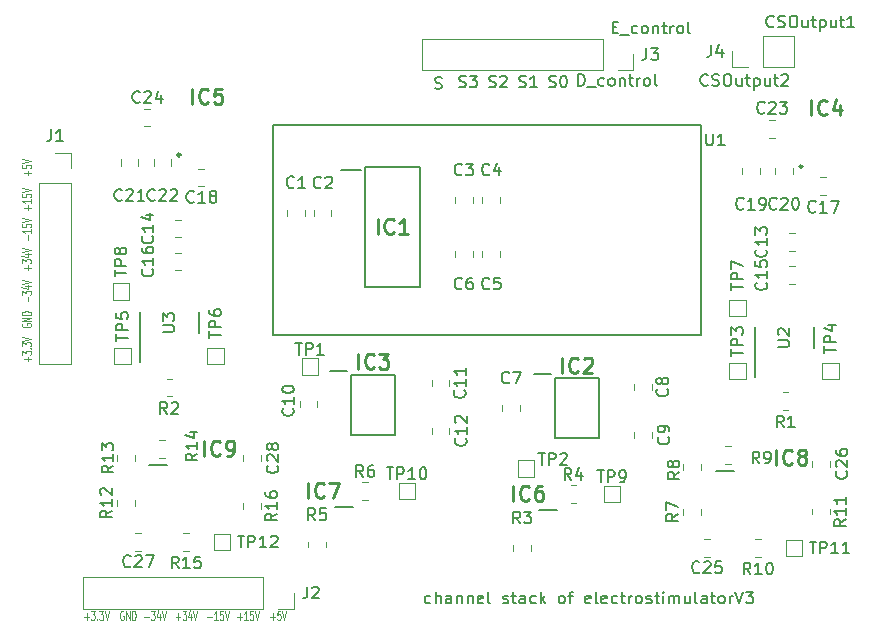
<source format=gbr>
%TF.GenerationSoftware,KiCad,Pcbnew,7.0.6-0*%
%TF.CreationDate,2024-01-17T10:18:31-05:00*%
%TF.ProjectId,channels1,6368616e-6e65-46c7-9331-2e6b69636164,rev?*%
%TF.SameCoordinates,Original*%
%TF.FileFunction,Legend,Top*%
%TF.FilePolarity,Positive*%
%FSLAX46Y46*%
G04 Gerber Fmt 4.6, Leading zero omitted, Abs format (unit mm)*
G04 Created by KiCad (PCBNEW 7.0.6-0) date 2024-01-17 10:18:31*
%MOMM*%
%LPD*%
G01*
G04 APERTURE LIST*
%ADD10C,0.100000*%
%ADD11C,0.150000*%
%ADD12C,0.200000*%
%ADD13C,0.254000*%
%ADD14C,0.120000*%
%ADD15C,0.250000*%
%ADD16C,0.127000*%
G04 APERTURE END LIST*
D10*
X105891133Y-89604163D02*
X105891133Y-89223211D01*
X106195895Y-89413687D02*
X105586371Y-89413687D01*
X105395895Y-88747020D02*
X105395895Y-88985115D01*
X105395895Y-88985115D02*
X105776847Y-89008924D01*
X105776847Y-89008924D02*
X105738752Y-88985115D01*
X105738752Y-88985115D02*
X105700657Y-88937496D01*
X105700657Y-88937496D02*
X105700657Y-88818448D01*
X105700657Y-88818448D02*
X105738752Y-88770829D01*
X105738752Y-88770829D02*
X105776847Y-88747020D01*
X105776847Y-88747020D02*
X105853038Y-88723210D01*
X105853038Y-88723210D02*
X106043514Y-88723210D01*
X106043514Y-88723210D02*
X106119704Y-88747020D01*
X106119704Y-88747020D02*
X106157800Y-88770829D01*
X106157800Y-88770829D02*
X106195895Y-88818448D01*
X106195895Y-88818448D02*
X106195895Y-88937496D01*
X106195895Y-88937496D02*
X106157800Y-88985115D01*
X106157800Y-88985115D02*
X106119704Y-89008924D01*
X105395895Y-88580353D02*
X106195895Y-88413687D01*
X106195895Y-88413687D02*
X105395895Y-88247020D01*
D11*
X152482779Y-82038819D02*
X152482779Y-81038819D01*
X152482779Y-81038819D02*
X152720874Y-81038819D01*
X152720874Y-81038819D02*
X152863731Y-81086438D01*
X152863731Y-81086438D02*
X152958969Y-81181676D01*
X152958969Y-81181676D02*
X153006588Y-81276914D01*
X153006588Y-81276914D02*
X153054207Y-81467390D01*
X153054207Y-81467390D02*
X153054207Y-81610247D01*
X153054207Y-81610247D02*
X153006588Y-81800723D01*
X153006588Y-81800723D02*
X152958969Y-81895961D01*
X152958969Y-81895961D02*
X152863731Y-81991200D01*
X152863731Y-81991200D02*
X152720874Y-82038819D01*
X152720874Y-82038819D02*
X152482779Y-82038819D01*
X153244684Y-82134057D02*
X154006588Y-82134057D01*
X154673255Y-81991200D02*
X154578017Y-82038819D01*
X154578017Y-82038819D02*
X154387541Y-82038819D01*
X154387541Y-82038819D02*
X154292303Y-81991200D01*
X154292303Y-81991200D02*
X154244684Y-81943580D01*
X154244684Y-81943580D02*
X154197065Y-81848342D01*
X154197065Y-81848342D02*
X154197065Y-81562628D01*
X154197065Y-81562628D02*
X154244684Y-81467390D01*
X154244684Y-81467390D02*
X154292303Y-81419771D01*
X154292303Y-81419771D02*
X154387541Y-81372152D01*
X154387541Y-81372152D02*
X154578017Y-81372152D01*
X154578017Y-81372152D02*
X154673255Y-81419771D01*
X155244684Y-82038819D02*
X155149446Y-81991200D01*
X155149446Y-81991200D02*
X155101827Y-81943580D01*
X155101827Y-81943580D02*
X155054208Y-81848342D01*
X155054208Y-81848342D02*
X155054208Y-81562628D01*
X155054208Y-81562628D02*
X155101827Y-81467390D01*
X155101827Y-81467390D02*
X155149446Y-81419771D01*
X155149446Y-81419771D02*
X155244684Y-81372152D01*
X155244684Y-81372152D02*
X155387541Y-81372152D01*
X155387541Y-81372152D02*
X155482779Y-81419771D01*
X155482779Y-81419771D02*
X155530398Y-81467390D01*
X155530398Y-81467390D02*
X155578017Y-81562628D01*
X155578017Y-81562628D02*
X155578017Y-81848342D01*
X155578017Y-81848342D02*
X155530398Y-81943580D01*
X155530398Y-81943580D02*
X155482779Y-81991200D01*
X155482779Y-81991200D02*
X155387541Y-82038819D01*
X155387541Y-82038819D02*
X155244684Y-82038819D01*
X156006589Y-81372152D02*
X156006589Y-82038819D01*
X156006589Y-81467390D02*
X156054208Y-81419771D01*
X156054208Y-81419771D02*
X156149446Y-81372152D01*
X156149446Y-81372152D02*
X156292303Y-81372152D01*
X156292303Y-81372152D02*
X156387541Y-81419771D01*
X156387541Y-81419771D02*
X156435160Y-81515009D01*
X156435160Y-81515009D02*
X156435160Y-82038819D01*
X156768494Y-81372152D02*
X157149446Y-81372152D01*
X156911351Y-81038819D02*
X156911351Y-81895961D01*
X156911351Y-81895961D02*
X156958970Y-81991200D01*
X156958970Y-81991200D02*
X157054208Y-82038819D01*
X157054208Y-82038819D02*
X157149446Y-82038819D01*
X157482780Y-82038819D02*
X157482780Y-81372152D01*
X157482780Y-81562628D02*
X157530399Y-81467390D01*
X157530399Y-81467390D02*
X157578018Y-81419771D01*
X157578018Y-81419771D02*
X157673256Y-81372152D01*
X157673256Y-81372152D02*
X157768494Y-81372152D01*
X158244685Y-82038819D02*
X158149447Y-81991200D01*
X158149447Y-81991200D02*
X158101828Y-81943580D01*
X158101828Y-81943580D02*
X158054209Y-81848342D01*
X158054209Y-81848342D02*
X158054209Y-81562628D01*
X158054209Y-81562628D02*
X158101828Y-81467390D01*
X158101828Y-81467390D02*
X158149447Y-81419771D01*
X158149447Y-81419771D02*
X158244685Y-81372152D01*
X158244685Y-81372152D02*
X158387542Y-81372152D01*
X158387542Y-81372152D02*
X158482780Y-81419771D01*
X158482780Y-81419771D02*
X158530399Y-81467390D01*
X158530399Y-81467390D02*
X158578018Y-81562628D01*
X158578018Y-81562628D02*
X158578018Y-81848342D01*
X158578018Y-81848342D02*
X158530399Y-81943580D01*
X158530399Y-81943580D02*
X158482780Y-81991200D01*
X158482780Y-81991200D02*
X158387542Y-82038819D01*
X158387542Y-82038819D02*
X158244685Y-82038819D01*
X159149447Y-82038819D02*
X159054209Y-81991200D01*
X159054209Y-81991200D02*
X159006590Y-81895961D01*
X159006590Y-81895961D02*
X159006590Y-81038819D01*
D10*
X115754836Y-126973133D02*
X116135789Y-126973133D01*
X116326265Y-126477895D02*
X116635789Y-126477895D01*
X116635789Y-126477895D02*
X116469122Y-126782657D01*
X116469122Y-126782657D02*
X116540551Y-126782657D01*
X116540551Y-126782657D02*
X116588170Y-126820752D01*
X116588170Y-126820752D02*
X116611979Y-126858847D01*
X116611979Y-126858847D02*
X116635789Y-126935038D01*
X116635789Y-126935038D02*
X116635789Y-127125514D01*
X116635789Y-127125514D02*
X116611979Y-127201704D01*
X116611979Y-127201704D02*
X116588170Y-127239800D01*
X116588170Y-127239800D02*
X116540551Y-127277895D01*
X116540551Y-127277895D02*
X116397694Y-127277895D01*
X116397694Y-127277895D02*
X116350075Y-127239800D01*
X116350075Y-127239800D02*
X116326265Y-127201704D01*
X117064360Y-126744561D02*
X117064360Y-127277895D01*
X116945312Y-126439800D02*
X116826265Y-127011228D01*
X116826265Y-127011228D02*
X117135788Y-127011228D01*
X117254836Y-126477895D02*
X117421502Y-127277895D01*
X117421502Y-127277895D02*
X117588169Y-126477895D01*
X118421836Y-126973133D02*
X118802789Y-126973133D01*
X118612312Y-127277895D02*
X118612312Y-126668371D01*
X118993265Y-126477895D02*
X119302789Y-126477895D01*
X119302789Y-126477895D02*
X119136122Y-126782657D01*
X119136122Y-126782657D02*
X119207551Y-126782657D01*
X119207551Y-126782657D02*
X119255170Y-126820752D01*
X119255170Y-126820752D02*
X119278979Y-126858847D01*
X119278979Y-126858847D02*
X119302789Y-126935038D01*
X119302789Y-126935038D02*
X119302789Y-127125514D01*
X119302789Y-127125514D02*
X119278979Y-127201704D01*
X119278979Y-127201704D02*
X119255170Y-127239800D01*
X119255170Y-127239800D02*
X119207551Y-127277895D01*
X119207551Y-127277895D02*
X119064694Y-127277895D01*
X119064694Y-127277895D02*
X119017075Y-127239800D01*
X119017075Y-127239800D02*
X118993265Y-127201704D01*
X119731360Y-126744561D02*
X119731360Y-127277895D01*
X119612312Y-126439800D02*
X119493265Y-127011228D01*
X119493265Y-127011228D02*
X119802788Y-127011228D01*
X119921836Y-126477895D02*
X120088502Y-127277895D01*
X120088502Y-127277895D02*
X120255169Y-126477895D01*
D11*
X144942160Y-82118200D02*
X145085017Y-82165819D01*
X145085017Y-82165819D02*
X145323112Y-82165819D01*
X145323112Y-82165819D02*
X145418350Y-82118200D01*
X145418350Y-82118200D02*
X145465969Y-82070580D01*
X145465969Y-82070580D02*
X145513588Y-81975342D01*
X145513588Y-81975342D02*
X145513588Y-81880104D01*
X145513588Y-81880104D02*
X145465969Y-81784866D01*
X145465969Y-81784866D02*
X145418350Y-81737247D01*
X145418350Y-81737247D02*
X145323112Y-81689628D01*
X145323112Y-81689628D02*
X145132636Y-81642009D01*
X145132636Y-81642009D02*
X145037398Y-81594390D01*
X145037398Y-81594390D02*
X144989779Y-81546771D01*
X144989779Y-81546771D02*
X144942160Y-81451533D01*
X144942160Y-81451533D02*
X144942160Y-81356295D01*
X144942160Y-81356295D02*
X144989779Y-81261057D01*
X144989779Y-81261057D02*
X145037398Y-81213438D01*
X145037398Y-81213438D02*
X145132636Y-81165819D01*
X145132636Y-81165819D02*
X145370731Y-81165819D01*
X145370731Y-81165819D02*
X145513588Y-81213438D01*
X145894541Y-81261057D02*
X145942160Y-81213438D01*
X145942160Y-81213438D02*
X146037398Y-81165819D01*
X146037398Y-81165819D02*
X146275493Y-81165819D01*
X146275493Y-81165819D02*
X146370731Y-81213438D01*
X146370731Y-81213438D02*
X146418350Y-81261057D01*
X146418350Y-81261057D02*
X146465969Y-81356295D01*
X146465969Y-81356295D02*
X146465969Y-81451533D01*
X146465969Y-81451533D02*
X146418350Y-81594390D01*
X146418350Y-81594390D02*
X145846922Y-82165819D01*
X145846922Y-82165819D02*
X146465969Y-82165819D01*
X142402160Y-82118200D02*
X142545017Y-82165819D01*
X142545017Y-82165819D02*
X142783112Y-82165819D01*
X142783112Y-82165819D02*
X142878350Y-82118200D01*
X142878350Y-82118200D02*
X142925969Y-82070580D01*
X142925969Y-82070580D02*
X142973588Y-81975342D01*
X142973588Y-81975342D02*
X142973588Y-81880104D01*
X142973588Y-81880104D02*
X142925969Y-81784866D01*
X142925969Y-81784866D02*
X142878350Y-81737247D01*
X142878350Y-81737247D02*
X142783112Y-81689628D01*
X142783112Y-81689628D02*
X142592636Y-81642009D01*
X142592636Y-81642009D02*
X142497398Y-81594390D01*
X142497398Y-81594390D02*
X142449779Y-81546771D01*
X142449779Y-81546771D02*
X142402160Y-81451533D01*
X142402160Y-81451533D02*
X142402160Y-81356295D01*
X142402160Y-81356295D02*
X142449779Y-81261057D01*
X142449779Y-81261057D02*
X142497398Y-81213438D01*
X142497398Y-81213438D02*
X142592636Y-81165819D01*
X142592636Y-81165819D02*
X142830731Y-81165819D01*
X142830731Y-81165819D02*
X142973588Y-81213438D01*
X143306922Y-81165819D02*
X143925969Y-81165819D01*
X143925969Y-81165819D02*
X143592636Y-81546771D01*
X143592636Y-81546771D02*
X143735493Y-81546771D01*
X143735493Y-81546771D02*
X143830731Y-81594390D01*
X143830731Y-81594390D02*
X143878350Y-81642009D01*
X143878350Y-81642009D02*
X143925969Y-81737247D01*
X143925969Y-81737247D02*
X143925969Y-81975342D01*
X143925969Y-81975342D02*
X143878350Y-82070580D01*
X143878350Y-82070580D02*
X143830731Y-82118200D01*
X143830731Y-82118200D02*
X143735493Y-82165819D01*
X143735493Y-82165819D02*
X143449779Y-82165819D01*
X143449779Y-82165819D02*
X143354541Y-82118200D01*
X143354541Y-82118200D02*
X143306922Y-82070580D01*
D10*
X121088836Y-126973133D02*
X121469789Y-126973133D01*
X121969789Y-127277895D02*
X121684075Y-127277895D01*
X121826932Y-127277895D02*
X121826932Y-126477895D01*
X121826932Y-126477895D02*
X121779313Y-126592180D01*
X121779313Y-126592180D02*
X121731694Y-126668371D01*
X121731694Y-126668371D02*
X121684075Y-126706466D01*
X122422169Y-126477895D02*
X122184074Y-126477895D01*
X122184074Y-126477895D02*
X122160265Y-126858847D01*
X122160265Y-126858847D02*
X122184074Y-126820752D01*
X122184074Y-126820752D02*
X122231693Y-126782657D01*
X122231693Y-126782657D02*
X122350741Y-126782657D01*
X122350741Y-126782657D02*
X122398360Y-126820752D01*
X122398360Y-126820752D02*
X122422169Y-126858847D01*
X122422169Y-126858847D02*
X122445979Y-126935038D01*
X122445979Y-126935038D02*
X122445979Y-127125514D01*
X122445979Y-127125514D02*
X122422169Y-127201704D01*
X122422169Y-127201704D02*
X122398360Y-127239800D01*
X122398360Y-127239800D02*
X122350741Y-127277895D01*
X122350741Y-127277895D02*
X122231693Y-127277895D01*
X122231693Y-127277895D02*
X122184074Y-127239800D01*
X122184074Y-127239800D02*
X122160265Y-127201704D01*
X122588836Y-126477895D02*
X122755502Y-127277895D01*
X122755502Y-127277895D02*
X122922169Y-126477895D01*
X113984741Y-126515990D02*
X113937122Y-126477895D01*
X113937122Y-126477895D02*
X113865693Y-126477895D01*
X113865693Y-126477895D02*
X113794265Y-126515990D01*
X113794265Y-126515990D02*
X113746646Y-126592180D01*
X113746646Y-126592180D02*
X113722836Y-126668371D01*
X113722836Y-126668371D02*
X113699027Y-126820752D01*
X113699027Y-126820752D02*
X113699027Y-126935038D01*
X113699027Y-126935038D02*
X113722836Y-127087419D01*
X113722836Y-127087419D02*
X113746646Y-127163609D01*
X113746646Y-127163609D02*
X113794265Y-127239800D01*
X113794265Y-127239800D02*
X113865693Y-127277895D01*
X113865693Y-127277895D02*
X113913312Y-127277895D01*
X113913312Y-127277895D02*
X113984741Y-127239800D01*
X113984741Y-127239800D02*
X114008550Y-127201704D01*
X114008550Y-127201704D02*
X114008550Y-126935038D01*
X114008550Y-126935038D02*
X113913312Y-126935038D01*
X114222836Y-127277895D02*
X114222836Y-126477895D01*
X114222836Y-126477895D02*
X114508550Y-127277895D01*
X114508550Y-127277895D02*
X114508550Y-126477895D01*
X114746646Y-127277895D02*
X114746646Y-126477895D01*
X114746646Y-126477895D02*
X114865694Y-126477895D01*
X114865694Y-126477895D02*
X114937122Y-126515990D01*
X114937122Y-126515990D02*
X114984741Y-126592180D01*
X114984741Y-126592180D02*
X115008551Y-126668371D01*
X115008551Y-126668371D02*
X115032360Y-126820752D01*
X115032360Y-126820752D02*
X115032360Y-126935038D01*
X115032360Y-126935038D02*
X115008551Y-127087419D01*
X115008551Y-127087419D02*
X114984741Y-127163609D01*
X114984741Y-127163609D02*
X114937122Y-127239800D01*
X114937122Y-127239800D02*
X114865694Y-127277895D01*
X114865694Y-127277895D02*
X114746646Y-127277895D01*
X123628836Y-126973133D02*
X124009789Y-126973133D01*
X123819312Y-127277895D02*
X123819312Y-126668371D01*
X124509789Y-127277895D02*
X124224075Y-127277895D01*
X124366932Y-127277895D02*
X124366932Y-126477895D01*
X124366932Y-126477895D02*
X124319313Y-126592180D01*
X124319313Y-126592180D02*
X124271694Y-126668371D01*
X124271694Y-126668371D02*
X124224075Y-126706466D01*
X124962169Y-126477895D02*
X124724074Y-126477895D01*
X124724074Y-126477895D02*
X124700265Y-126858847D01*
X124700265Y-126858847D02*
X124724074Y-126820752D01*
X124724074Y-126820752D02*
X124771693Y-126782657D01*
X124771693Y-126782657D02*
X124890741Y-126782657D01*
X124890741Y-126782657D02*
X124938360Y-126820752D01*
X124938360Y-126820752D02*
X124962169Y-126858847D01*
X124962169Y-126858847D02*
X124985979Y-126935038D01*
X124985979Y-126935038D02*
X124985979Y-127125514D01*
X124985979Y-127125514D02*
X124962169Y-127201704D01*
X124962169Y-127201704D02*
X124938360Y-127239800D01*
X124938360Y-127239800D02*
X124890741Y-127277895D01*
X124890741Y-127277895D02*
X124771693Y-127277895D01*
X124771693Y-127277895D02*
X124724074Y-127239800D01*
X124724074Y-127239800D02*
X124700265Y-127201704D01*
X125128836Y-126477895D02*
X125295502Y-127277895D01*
X125295502Y-127277895D02*
X125462169Y-126477895D01*
X105433990Y-102169258D02*
X105395895Y-102216877D01*
X105395895Y-102216877D02*
X105395895Y-102288306D01*
X105395895Y-102288306D02*
X105433990Y-102359734D01*
X105433990Y-102359734D02*
X105510180Y-102407353D01*
X105510180Y-102407353D02*
X105586371Y-102431163D01*
X105586371Y-102431163D02*
X105738752Y-102454972D01*
X105738752Y-102454972D02*
X105853038Y-102454972D01*
X105853038Y-102454972D02*
X106005419Y-102431163D01*
X106005419Y-102431163D02*
X106081609Y-102407353D01*
X106081609Y-102407353D02*
X106157800Y-102359734D01*
X106157800Y-102359734D02*
X106195895Y-102288306D01*
X106195895Y-102288306D02*
X106195895Y-102240687D01*
X106195895Y-102240687D02*
X106157800Y-102169258D01*
X106157800Y-102169258D02*
X106119704Y-102145449D01*
X106119704Y-102145449D02*
X105853038Y-102145449D01*
X105853038Y-102145449D02*
X105853038Y-102240687D01*
X106195895Y-101931163D02*
X105395895Y-101931163D01*
X105395895Y-101931163D02*
X106195895Y-101645449D01*
X106195895Y-101645449D02*
X105395895Y-101645449D01*
X106195895Y-101407353D02*
X105395895Y-101407353D01*
X105395895Y-101407353D02*
X105395895Y-101288305D01*
X105395895Y-101288305D02*
X105433990Y-101216877D01*
X105433990Y-101216877D02*
X105510180Y-101169258D01*
X105510180Y-101169258D02*
X105586371Y-101145448D01*
X105586371Y-101145448D02*
X105738752Y-101121639D01*
X105738752Y-101121639D02*
X105853038Y-101121639D01*
X105853038Y-101121639D02*
X106005419Y-101145448D01*
X106005419Y-101145448D02*
X106081609Y-101169258D01*
X106081609Y-101169258D02*
X106157800Y-101216877D01*
X106157800Y-101216877D02*
X106195895Y-101288305D01*
X106195895Y-101288305D02*
X106195895Y-101407353D01*
X126422836Y-126973133D02*
X126803789Y-126973133D01*
X126613312Y-127277895D02*
X126613312Y-126668371D01*
X127279979Y-126477895D02*
X127041884Y-126477895D01*
X127041884Y-126477895D02*
X127018075Y-126858847D01*
X127018075Y-126858847D02*
X127041884Y-126820752D01*
X127041884Y-126820752D02*
X127089503Y-126782657D01*
X127089503Y-126782657D02*
X127208551Y-126782657D01*
X127208551Y-126782657D02*
X127256170Y-126820752D01*
X127256170Y-126820752D02*
X127279979Y-126858847D01*
X127279979Y-126858847D02*
X127303789Y-126935038D01*
X127303789Y-126935038D02*
X127303789Y-127125514D01*
X127303789Y-127125514D02*
X127279979Y-127201704D01*
X127279979Y-127201704D02*
X127256170Y-127239800D01*
X127256170Y-127239800D02*
X127208551Y-127277895D01*
X127208551Y-127277895D02*
X127089503Y-127277895D01*
X127089503Y-127277895D02*
X127041884Y-127239800D01*
X127041884Y-127239800D02*
X127018075Y-127201704D01*
X127446646Y-126477895D02*
X127613312Y-127277895D01*
X127613312Y-127277895D02*
X127779979Y-126477895D01*
X105891133Y-97605163D02*
X105891133Y-97224211D01*
X106195895Y-97414687D02*
X105586371Y-97414687D01*
X105395895Y-97033734D02*
X105395895Y-96724210D01*
X105395895Y-96724210D02*
X105700657Y-96890877D01*
X105700657Y-96890877D02*
X105700657Y-96819448D01*
X105700657Y-96819448D02*
X105738752Y-96771829D01*
X105738752Y-96771829D02*
X105776847Y-96748020D01*
X105776847Y-96748020D02*
X105853038Y-96724210D01*
X105853038Y-96724210D02*
X106043514Y-96724210D01*
X106043514Y-96724210D02*
X106119704Y-96748020D01*
X106119704Y-96748020D02*
X106157800Y-96771829D01*
X106157800Y-96771829D02*
X106195895Y-96819448D01*
X106195895Y-96819448D02*
X106195895Y-96962305D01*
X106195895Y-96962305D02*
X106157800Y-97009924D01*
X106157800Y-97009924D02*
X106119704Y-97033734D01*
X105662561Y-96295639D02*
X106195895Y-96295639D01*
X105357800Y-96414687D02*
X105929228Y-96533734D01*
X105929228Y-96533734D02*
X105929228Y-96224211D01*
X105395895Y-96105163D02*
X106195895Y-95938497D01*
X106195895Y-95938497D02*
X105395895Y-95771830D01*
D11*
X150022160Y-82118200D02*
X150165017Y-82165819D01*
X150165017Y-82165819D02*
X150403112Y-82165819D01*
X150403112Y-82165819D02*
X150498350Y-82118200D01*
X150498350Y-82118200D02*
X150545969Y-82070580D01*
X150545969Y-82070580D02*
X150593588Y-81975342D01*
X150593588Y-81975342D02*
X150593588Y-81880104D01*
X150593588Y-81880104D02*
X150545969Y-81784866D01*
X150545969Y-81784866D02*
X150498350Y-81737247D01*
X150498350Y-81737247D02*
X150403112Y-81689628D01*
X150403112Y-81689628D02*
X150212636Y-81642009D01*
X150212636Y-81642009D02*
X150117398Y-81594390D01*
X150117398Y-81594390D02*
X150069779Y-81546771D01*
X150069779Y-81546771D02*
X150022160Y-81451533D01*
X150022160Y-81451533D02*
X150022160Y-81356295D01*
X150022160Y-81356295D02*
X150069779Y-81261057D01*
X150069779Y-81261057D02*
X150117398Y-81213438D01*
X150117398Y-81213438D02*
X150212636Y-81165819D01*
X150212636Y-81165819D02*
X150450731Y-81165819D01*
X150450731Y-81165819D02*
X150593588Y-81213438D01*
X151212636Y-81165819D02*
X151307874Y-81165819D01*
X151307874Y-81165819D02*
X151403112Y-81213438D01*
X151403112Y-81213438D02*
X151450731Y-81261057D01*
X151450731Y-81261057D02*
X151498350Y-81356295D01*
X151498350Y-81356295D02*
X151545969Y-81546771D01*
X151545969Y-81546771D02*
X151545969Y-81784866D01*
X151545969Y-81784866D02*
X151498350Y-81975342D01*
X151498350Y-81975342D02*
X151450731Y-82070580D01*
X151450731Y-82070580D02*
X151403112Y-82118200D01*
X151403112Y-82118200D02*
X151307874Y-82165819D01*
X151307874Y-82165819D02*
X151212636Y-82165819D01*
X151212636Y-82165819D02*
X151117398Y-82118200D01*
X151117398Y-82118200D02*
X151069779Y-82070580D01*
X151069779Y-82070580D02*
X151022160Y-81975342D01*
X151022160Y-81975342D02*
X150974541Y-81784866D01*
X150974541Y-81784866D02*
X150974541Y-81546771D01*
X150974541Y-81546771D02*
X151022160Y-81356295D01*
X151022160Y-81356295D02*
X151069779Y-81261057D01*
X151069779Y-81261057D02*
X151117398Y-81213438D01*
X151117398Y-81213438D02*
X151212636Y-81165819D01*
D10*
X105891133Y-100272163D02*
X105891133Y-99891211D01*
X105395895Y-99700734D02*
X105395895Y-99391210D01*
X105395895Y-99391210D02*
X105700657Y-99557877D01*
X105700657Y-99557877D02*
X105700657Y-99486448D01*
X105700657Y-99486448D02*
X105738752Y-99438829D01*
X105738752Y-99438829D02*
X105776847Y-99415020D01*
X105776847Y-99415020D02*
X105853038Y-99391210D01*
X105853038Y-99391210D02*
X106043514Y-99391210D01*
X106043514Y-99391210D02*
X106119704Y-99415020D01*
X106119704Y-99415020D02*
X106157800Y-99438829D01*
X106157800Y-99438829D02*
X106195895Y-99486448D01*
X106195895Y-99486448D02*
X106195895Y-99629305D01*
X106195895Y-99629305D02*
X106157800Y-99676924D01*
X106157800Y-99676924D02*
X106119704Y-99700734D01*
X105662561Y-98962639D02*
X106195895Y-98962639D01*
X105357800Y-99081687D02*
X105929228Y-99200734D01*
X105929228Y-99200734D02*
X105929228Y-98891211D01*
X105395895Y-98772163D02*
X106195895Y-98605497D01*
X106195895Y-98605497D02*
X105395895Y-98438830D01*
D12*
X139990244Y-125803600D02*
X139895006Y-125851219D01*
X139895006Y-125851219D02*
X139704530Y-125851219D01*
X139704530Y-125851219D02*
X139609292Y-125803600D01*
X139609292Y-125803600D02*
X139561673Y-125755980D01*
X139561673Y-125755980D02*
X139514054Y-125660742D01*
X139514054Y-125660742D02*
X139514054Y-125375028D01*
X139514054Y-125375028D02*
X139561673Y-125279790D01*
X139561673Y-125279790D02*
X139609292Y-125232171D01*
X139609292Y-125232171D02*
X139704530Y-125184552D01*
X139704530Y-125184552D02*
X139895006Y-125184552D01*
X139895006Y-125184552D02*
X139990244Y-125232171D01*
X140418816Y-125851219D02*
X140418816Y-124851219D01*
X140847387Y-125851219D02*
X140847387Y-125327409D01*
X140847387Y-125327409D02*
X140799768Y-125232171D01*
X140799768Y-125232171D02*
X140704530Y-125184552D01*
X140704530Y-125184552D02*
X140561673Y-125184552D01*
X140561673Y-125184552D02*
X140466435Y-125232171D01*
X140466435Y-125232171D02*
X140418816Y-125279790D01*
X141752149Y-125851219D02*
X141752149Y-125327409D01*
X141752149Y-125327409D02*
X141704530Y-125232171D01*
X141704530Y-125232171D02*
X141609292Y-125184552D01*
X141609292Y-125184552D02*
X141418816Y-125184552D01*
X141418816Y-125184552D02*
X141323578Y-125232171D01*
X141752149Y-125803600D02*
X141656911Y-125851219D01*
X141656911Y-125851219D02*
X141418816Y-125851219D01*
X141418816Y-125851219D02*
X141323578Y-125803600D01*
X141323578Y-125803600D02*
X141275959Y-125708361D01*
X141275959Y-125708361D02*
X141275959Y-125613123D01*
X141275959Y-125613123D02*
X141323578Y-125517885D01*
X141323578Y-125517885D02*
X141418816Y-125470266D01*
X141418816Y-125470266D02*
X141656911Y-125470266D01*
X141656911Y-125470266D02*
X141752149Y-125422647D01*
X142228340Y-125184552D02*
X142228340Y-125851219D01*
X142228340Y-125279790D02*
X142275959Y-125232171D01*
X142275959Y-125232171D02*
X142371197Y-125184552D01*
X142371197Y-125184552D02*
X142514054Y-125184552D01*
X142514054Y-125184552D02*
X142609292Y-125232171D01*
X142609292Y-125232171D02*
X142656911Y-125327409D01*
X142656911Y-125327409D02*
X142656911Y-125851219D01*
X143133102Y-125184552D02*
X143133102Y-125851219D01*
X143133102Y-125279790D02*
X143180721Y-125232171D01*
X143180721Y-125232171D02*
X143275959Y-125184552D01*
X143275959Y-125184552D02*
X143418816Y-125184552D01*
X143418816Y-125184552D02*
X143514054Y-125232171D01*
X143514054Y-125232171D02*
X143561673Y-125327409D01*
X143561673Y-125327409D02*
X143561673Y-125851219D01*
X144418816Y-125803600D02*
X144323578Y-125851219D01*
X144323578Y-125851219D02*
X144133102Y-125851219D01*
X144133102Y-125851219D02*
X144037864Y-125803600D01*
X144037864Y-125803600D02*
X143990245Y-125708361D01*
X143990245Y-125708361D02*
X143990245Y-125327409D01*
X143990245Y-125327409D02*
X144037864Y-125232171D01*
X144037864Y-125232171D02*
X144133102Y-125184552D01*
X144133102Y-125184552D02*
X144323578Y-125184552D01*
X144323578Y-125184552D02*
X144418816Y-125232171D01*
X144418816Y-125232171D02*
X144466435Y-125327409D01*
X144466435Y-125327409D02*
X144466435Y-125422647D01*
X144466435Y-125422647D02*
X143990245Y-125517885D01*
X145037864Y-125851219D02*
X144942626Y-125803600D01*
X144942626Y-125803600D02*
X144895007Y-125708361D01*
X144895007Y-125708361D02*
X144895007Y-124851219D01*
X146133103Y-125803600D02*
X146228341Y-125851219D01*
X146228341Y-125851219D02*
X146418817Y-125851219D01*
X146418817Y-125851219D02*
X146514055Y-125803600D01*
X146514055Y-125803600D02*
X146561674Y-125708361D01*
X146561674Y-125708361D02*
X146561674Y-125660742D01*
X146561674Y-125660742D02*
X146514055Y-125565504D01*
X146514055Y-125565504D02*
X146418817Y-125517885D01*
X146418817Y-125517885D02*
X146275960Y-125517885D01*
X146275960Y-125517885D02*
X146180722Y-125470266D01*
X146180722Y-125470266D02*
X146133103Y-125375028D01*
X146133103Y-125375028D02*
X146133103Y-125327409D01*
X146133103Y-125327409D02*
X146180722Y-125232171D01*
X146180722Y-125232171D02*
X146275960Y-125184552D01*
X146275960Y-125184552D02*
X146418817Y-125184552D01*
X146418817Y-125184552D02*
X146514055Y-125232171D01*
X146847389Y-125184552D02*
X147228341Y-125184552D01*
X146990246Y-124851219D02*
X146990246Y-125708361D01*
X146990246Y-125708361D02*
X147037865Y-125803600D01*
X147037865Y-125803600D02*
X147133103Y-125851219D01*
X147133103Y-125851219D02*
X147228341Y-125851219D01*
X147990246Y-125851219D02*
X147990246Y-125327409D01*
X147990246Y-125327409D02*
X147942627Y-125232171D01*
X147942627Y-125232171D02*
X147847389Y-125184552D01*
X147847389Y-125184552D02*
X147656913Y-125184552D01*
X147656913Y-125184552D02*
X147561675Y-125232171D01*
X147990246Y-125803600D02*
X147895008Y-125851219D01*
X147895008Y-125851219D02*
X147656913Y-125851219D01*
X147656913Y-125851219D02*
X147561675Y-125803600D01*
X147561675Y-125803600D02*
X147514056Y-125708361D01*
X147514056Y-125708361D02*
X147514056Y-125613123D01*
X147514056Y-125613123D02*
X147561675Y-125517885D01*
X147561675Y-125517885D02*
X147656913Y-125470266D01*
X147656913Y-125470266D02*
X147895008Y-125470266D01*
X147895008Y-125470266D02*
X147990246Y-125422647D01*
X148895008Y-125803600D02*
X148799770Y-125851219D01*
X148799770Y-125851219D02*
X148609294Y-125851219D01*
X148609294Y-125851219D02*
X148514056Y-125803600D01*
X148514056Y-125803600D02*
X148466437Y-125755980D01*
X148466437Y-125755980D02*
X148418818Y-125660742D01*
X148418818Y-125660742D02*
X148418818Y-125375028D01*
X148418818Y-125375028D02*
X148466437Y-125279790D01*
X148466437Y-125279790D02*
X148514056Y-125232171D01*
X148514056Y-125232171D02*
X148609294Y-125184552D01*
X148609294Y-125184552D02*
X148799770Y-125184552D01*
X148799770Y-125184552D02*
X148895008Y-125232171D01*
X149323580Y-125851219D02*
X149323580Y-124851219D01*
X149418818Y-125470266D02*
X149704532Y-125851219D01*
X149704532Y-125184552D02*
X149323580Y-125565504D01*
X151037866Y-125851219D02*
X150942628Y-125803600D01*
X150942628Y-125803600D02*
X150895009Y-125755980D01*
X150895009Y-125755980D02*
X150847390Y-125660742D01*
X150847390Y-125660742D02*
X150847390Y-125375028D01*
X150847390Y-125375028D02*
X150895009Y-125279790D01*
X150895009Y-125279790D02*
X150942628Y-125232171D01*
X150942628Y-125232171D02*
X151037866Y-125184552D01*
X151037866Y-125184552D02*
X151180723Y-125184552D01*
X151180723Y-125184552D02*
X151275961Y-125232171D01*
X151275961Y-125232171D02*
X151323580Y-125279790D01*
X151323580Y-125279790D02*
X151371199Y-125375028D01*
X151371199Y-125375028D02*
X151371199Y-125660742D01*
X151371199Y-125660742D02*
X151323580Y-125755980D01*
X151323580Y-125755980D02*
X151275961Y-125803600D01*
X151275961Y-125803600D02*
X151180723Y-125851219D01*
X151180723Y-125851219D02*
X151037866Y-125851219D01*
X151656914Y-125184552D02*
X152037866Y-125184552D01*
X151799771Y-125851219D02*
X151799771Y-124994076D01*
X151799771Y-124994076D02*
X151847390Y-124898838D01*
X151847390Y-124898838D02*
X151942628Y-124851219D01*
X151942628Y-124851219D02*
X152037866Y-124851219D01*
X153514057Y-125803600D02*
X153418819Y-125851219D01*
X153418819Y-125851219D02*
X153228343Y-125851219D01*
X153228343Y-125851219D02*
X153133105Y-125803600D01*
X153133105Y-125803600D02*
X153085486Y-125708361D01*
X153085486Y-125708361D02*
X153085486Y-125327409D01*
X153085486Y-125327409D02*
X153133105Y-125232171D01*
X153133105Y-125232171D02*
X153228343Y-125184552D01*
X153228343Y-125184552D02*
X153418819Y-125184552D01*
X153418819Y-125184552D02*
X153514057Y-125232171D01*
X153514057Y-125232171D02*
X153561676Y-125327409D01*
X153561676Y-125327409D02*
X153561676Y-125422647D01*
X153561676Y-125422647D02*
X153085486Y-125517885D01*
X154133105Y-125851219D02*
X154037867Y-125803600D01*
X154037867Y-125803600D02*
X153990248Y-125708361D01*
X153990248Y-125708361D02*
X153990248Y-124851219D01*
X154895010Y-125803600D02*
X154799772Y-125851219D01*
X154799772Y-125851219D02*
X154609296Y-125851219D01*
X154609296Y-125851219D02*
X154514058Y-125803600D01*
X154514058Y-125803600D02*
X154466439Y-125708361D01*
X154466439Y-125708361D02*
X154466439Y-125327409D01*
X154466439Y-125327409D02*
X154514058Y-125232171D01*
X154514058Y-125232171D02*
X154609296Y-125184552D01*
X154609296Y-125184552D02*
X154799772Y-125184552D01*
X154799772Y-125184552D02*
X154895010Y-125232171D01*
X154895010Y-125232171D02*
X154942629Y-125327409D01*
X154942629Y-125327409D02*
X154942629Y-125422647D01*
X154942629Y-125422647D02*
X154466439Y-125517885D01*
X155799772Y-125803600D02*
X155704534Y-125851219D01*
X155704534Y-125851219D02*
X155514058Y-125851219D01*
X155514058Y-125851219D02*
X155418820Y-125803600D01*
X155418820Y-125803600D02*
X155371201Y-125755980D01*
X155371201Y-125755980D02*
X155323582Y-125660742D01*
X155323582Y-125660742D02*
X155323582Y-125375028D01*
X155323582Y-125375028D02*
X155371201Y-125279790D01*
X155371201Y-125279790D02*
X155418820Y-125232171D01*
X155418820Y-125232171D02*
X155514058Y-125184552D01*
X155514058Y-125184552D02*
X155704534Y-125184552D01*
X155704534Y-125184552D02*
X155799772Y-125232171D01*
X156085487Y-125184552D02*
X156466439Y-125184552D01*
X156228344Y-124851219D02*
X156228344Y-125708361D01*
X156228344Y-125708361D02*
X156275963Y-125803600D01*
X156275963Y-125803600D02*
X156371201Y-125851219D01*
X156371201Y-125851219D02*
X156466439Y-125851219D01*
X156799773Y-125851219D02*
X156799773Y-125184552D01*
X156799773Y-125375028D02*
X156847392Y-125279790D01*
X156847392Y-125279790D02*
X156895011Y-125232171D01*
X156895011Y-125232171D02*
X156990249Y-125184552D01*
X156990249Y-125184552D02*
X157085487Y-125184552D01*
X157561678Y-125851219D02*
X157466440Y-125803600D01*
X157466440Y-125803600D02*
X157418821Y-125755980D01*
X157418821Y-125755980D02*
X157371202Y-125660742D01*
X157371202Y-125660742D02*
X157371202Y-125375028D01*
X157371202Y-125375028D02*
X157418821Y-125279790D01*
X157418821Y-125279790D02*
X157466440Y-125232171D01*
X157466440Y-125232171D02*
X157561678Y-125184552D01*
X157561678Y-125184552D02*
X157704535Y-125184552D01*
X157704535Y-125184552D02*
X157799773Y-125232171D01*
X157799773Y-125232171D02*
X157847392Y-125279790D01*
X157847392Y-125279790D02*
X157895011Y-125375028D01*
X157895011Y-125375028D02*
X157895011Y-125660742D01*
X157895011Y-125660742D02*
X157847392Y-125755980D01*
X157847392Y-125755980D02*
X157799773Y-125803600D01*
X157799773Y-125803600D02*
X157704535Y-125851219D01*
X157704535Y-125851219D02*
X157561678Y-125851219D01*
X158275964Y-125803600D02*
X158371202Y-125851219D01*
X158371202Y-125851219D02*
X158561678Y-125851219D01*
X158561678Y-125851219D02*
X158656916Y-125803600D01*
X158656916Y-125803600D02*
X158704535Y-125708361D01*
X158704535Y-125708361D02*
X158704535Y-125660742D01*
X158704535Y-125660742D02*
X158656916Y-125565504D01*
X158656916Y-125565504D02*
X158561678Y-125517885D01*
X158561678Y-125517885D02*
X158418821Y-125517885D01*
X158418821Y-125517885D02*
X158323583Y-125470266D01*
X158323583Y-125470266D02*
X158275964Y-125375028D01*
X158275964Y-125375028D02*
X158275964Y-125327409D01*
X158275964Y-125327409D02*
X158323583Y-125232171D01*
X158323583Y-125232171D02*
X158418821Y-125184552D01*
X158418821Y-125184552D02*
X158561678Y-125184552D01*
X158561678Y-125184552D02*
X158656916Y-125232171D01*
X158990250Y-125184552D02*
X159371202Y-125184552D01*
X159133107Y-124851219D02*
X159133107Y-125708361D01*
X159133107Y-125708361D02*
X159180726Y-125803600D01*
X159180726Y-125803600D02*
X159275964Y-125851219D01*
X159275964Y-125851219D02*
X159371202Y-125851219D01*
X159704536Y-125851219D02*
X159704536Y-125184552D01*
X159704536Y-124851219D02*
X159656917Y-124898838D01*
X159656917Y-124898838D02*
X159704536Y-124946457D01*
X159704536Y-124946457D02*
X159752155Y-124898838D01*
X159752155Y-124898838D02*
X159704536Y-124851219D01*
X159704536Y-124851219D02*
X159704536Y-124946457D01*
X160180726Y-125851219D02*
X160180726Y-125184552D01*
X160180726Y-125279790D02*
X160228345Y-125232171D01*
X160228345Y-125232171D02*
X160323583Y-125184552D01*
X160323583Y-125184552D02*
X160466440Y-125184552D01*
X160466440Y-125184552D02*
X160561678Y-125232171D01*
X160561678Y-125232171D02*
X160609297Y-125327409D01*
X160609297Y-125327409D02*
X160609297Y-125851219D01*
X160609297Y-125327409D02*
X160656916Y-125232171D01*
X160656916Y-125232171D02*
X160752154Y-125184552D01*
X160752154Y-125184552D02*
X160895011Y-125184552D01*
X160895011Y-125184552D02*
X160990250Y-125232171D01*
X160990250Y-125232171D02*
X161037869Y-125327409D01*
X161037869Y-125327409D02*
X161037869Y-125851219D01*
X161942630Y-125184552D02*
X161942630Y-125851219D01*
X161514059Y-125184552D02*
X161514059Y-125708361D01*
X161514059Y-125708361D02*
X161561678Y-125803600D01*
X161561678Y-125803600D02*
X161656916Y-125851219D01*
X161656916Y-125851219D02*
X161799773Y-125851219D01*
X161799773Y-125851219D02*
X161895011Y-125803600D01*
X161895011Y-125803600D02*
X161942630Y-125755980D01*
X162561678Y-125851219D02*
X162466440Y-125803600D01*
X162466440Y-125803600D02*
X162418821Y-125708361D01*
X162418821Y-125708361D02*
X162418821Y-124851219D01*
X163371202Y-125851219D02*
X163371202Y-125327409D01*
X163371202Y-125327409D02*
X163323583Y-125232171D01*
X163323583Y-125232171D02*
X163228345Y-125184552D01*
X163228345Y-125184552D02*
X163037869Y-125184552D01*
X163037869Y-125184552D02*
X162942631Y-125232171D01*
X163371202Y-125803600D02*
X163275964Y-125851219D01*
X163275964Y-125851219D02*
X163037869Y-125851219D01*
X163037869Y-125851219D02*
X162942631Y-125803600D01*
X162942631Y-125803600D02*
X162895012Y-125708361D01*
X162895012Y-125708361D02*
X162895012Y-125613123D01*
X162895012Y-125613123D02*
X162942631Y-125517885D01*
X162942631Y-125517885D02*
X163037869Y-125470266D01*
X163037869Y-125470266D02*
X163275964Y-125470266D01*
X163275964Y-125470266D02*
X163371202Y-125422647D01*
X163704536Y-125184552D02*
X164085488Y-125184552D01*
X163847393Y-124851219D02*
X163847393Y-125708361D01*
X163847393Y-125708361D02*
X163895012Y-125803600D01*
X163895012Y-125803600D02*
X163990250Y-125851219D01*
X163990250Y-125851219D02*
X164085488Y-125851219D01*
X164561679Y-125851219D02*
X164466441Y-125803600D01*
X164466441Y-125803600D02*
X164418822Y-125755980D01*
X164418822Y-125755980D02*
X164371203Y-125660742D01*
X164371203Y-125660742D02*
X164371203Y-125375028D01*
X164371203Y-125375028D02*
X164418822Y-125279790D01*
X164418822Y-125279790D02*
X164466441Y-125232171D01*
X164466441Y-125232171D02*
X164561679Y-125184552D01*
X164561679Y-125184552D02*
X164704536Y-125184552D01*
X164704536Y-125184552D02*
X164799774Y-125232171D01*
X164799774Y-125232171D02*
X164847393Y-125279790D01*
X164847393Y-125279790D02*
X164895012Y-125375028D01*
X164895012Y-125375028D02*
X164895012Y-125660742D01*
X164895012Y-125660742D02*
X164847393Y-125755980D01*
X164847393Y-125755980D02*
X164799774Y-125803600D01*
X164799774Y-125803600D02*
X164704536Y-125851219D01*
X164704536Y-125851219D02*
X164561679Y-125851219D01*
X165323584Y-125851219D02*
X165323584Y-125184552D01*
X165323584Y-125375028D02*
X165371203Y-125279790D01*
X165371203Y-125279790D02*
X165418822Y-125232171D01*
X165418822Y-125232171D02*
X165514060Y-125184552D01*
X165514060Y-125184552D02*
X165609298Y-125184552D01*
X165799775Y-124851219D02*
X166133108Y-125851219D01*
X166133108Y-125851219D02*
X166466441Y-124851219D01*
X166704537Y-124851219D02*
X167323584Y-124851219D01*
X167323584Y-124851219D02*
X166990251Y-125232171D01*
X166990251Y-125232171D02*
X167133108Y-125232171D01*
X167133108Y-125232171D02*
X167228346Y-125279790D01*
X167228346Y-125279790D02*
X167275965Y-125327409D01*
X167275965Y-125327409D02*
X167323584Y-125422647D01*
X167323584Y-125422647D02*
X167323584Y-125660742D01*
X167323584Y-125660742D02*
X167275965Y-125755980D01*
X167275965Y-125755980D02*
X167228346Y-125803600D01*
X167228346Y-125803600D02*
X167133108Y-125851219D01*
X167133108Y-125851219D02*
X166847394Y-125851219D01*
X166847394Y-125851219D02*
X166752156Y-125803600D01*
X166752156Y-125803600D02*
X166704537Y-125755980D01*
D11*
X140370160Y-82245200D02*
X140513017Y-82292819D01*
X140513017Y-82292819D02*
X140751112Y-82292819D01*
X140751112Y-82292819D02*
X140846350Y-82245200D01*
X140846350Y-82245200D02*
X140893969Y-82197580D01*
X140893969Y-82197580D02*
X140941588Y-82102342D01*
X140941588Y-82102342D02*
X140941588Y-82007104D01*
X140941588Y-82007104D02*
X140893969Y-81911866D01*
X140893969Y-81911866D02*
X140846350Y-81864247D01*
X140846350Y-81864247D02*
X140751112Y-81816628D01*
X140751112Y-81816628D02*
X140560636Y-81769009D01*
X140560636Y-81769009D02*
X140465398Y-81721390D01*
X140465398Y-81721390D02*
X140417779Y-81673771D01*
X140417779Y-81673771D02*
X140370160Y-81578533D01*
X140370160Y-81578533D02*
X140370160Y-81483295D01*
X140370160Y-81483295D02*
X140417779Y-81388057D01*
X140417779Y-81388057D02*
X140465398Y-81340438D01*
X140465398Y-81340438D02*
X140560636Y-81292819D01*
X140560636Y-81292819D02*
X140798731Y-81292819D01*
X140798731Y-81292819D02*
X140941588Y-81340438D01*
X163468207Y-81943580D02*
X163420588Y-81991200D01*
X163420588Y-81991200D02*
X163277731Y-82038819D01*
X163277731Y-82038819D02*
X163182493Y-82038819D01*
X163182493Y-82038819D02*
X163039636Y-81991200D01*
X163039636Y-81991200D02*
X162944398Y-81895961D01*
X162944398Y-81895961D02*
X162896779Y-81800723D01*
X162896779Y-81800723D02*
X162849160Y-81610247D01*
X162849160Y-81610247D02*
X162849160Y-81467390D01*
X162849160Y-81467390D02*
X162896779Y-81276914D01*
X162896779Y-81276914D02*
X162944398Y-81181676D01*
X162944398Y-81181676D02*
X163039636Y-81086438D01*
X163039636Y-81086438D02*
X163182493Y-81038819D01*
X163182493Y-81038819D02*
X163277731Y-81038819D01*
X163277731Y-81038819D02*
X163420588Y-81086438D01*
X163420588Y-81086438D02*
X163468207Y-81134057D01*
X163849160Y-81991200D02*
X163992017Y-82038819D01*
X163992017Y-82038819D02*
X164230112Y-82038819D01*
X164230112Y-82038819D02*
X164325350Y-81991200D01*
X164325350Y-81991200D02*
X164372969Y-81943580D01*
X164372969Y-81943580D02*
X164420588Y-81848342D01*
X164420588Y-81848342D02*
X164420588Y-81753104D01*
X164420588Y-81753104D02*
X164372969Y-81657866D01*
X164372969Y-81657866D02*
X164325350Y-81610247D01*
X164325350Y-81610247D02*
X164230112Y-81562628D01*
X164230112Y-81562628D02*
X164039636Y-81515009D01*
X164039636Y-81515009D02*
X163944398Y-81467390D01*
X163944398Y-81467390D02*
X163896779Y-81419771D01*
X163896779Y-81419771D02*
X163849160Y-81324533D01*
X163849160Y-81324533D02*
X163849160Y-81229295D01*
X163849160Y-81229295D02*
X163896779Y-81134057D01*
X163896779Y-81134057D02*
X163944398Y-81086438D01*
X163944398Y-81086438D02*
X164039636Y-81038819D01*
X164039636Y-81038819D02*
X164277731Y-81038819D01*
X164277731Y-81038819D02*
X164420588Y-81086438D01*
X165039636Y-81038819D02*
X165230112Y-81038819D01*
X165230112Y-81038819D02*
X165325350Y-81086438D01*
X165325350Y-81086438D02*
X165420588Y-81181676D01*
X165420588Y-81181676D02*
X165468207Y-81372152D01*
X165468207Y-81372152D02*
X165468207Y-81705485D01*
X165468207Y-81705485D02*
X165420588Y-81895961D01*
X165420588Y-81895961D02*
X165325350Y-81991200D01*
X165325350Y-81991200D02*
X165230112Y-82038819D01*
X165230112Y-82038819D02*
X165039636Y-82038819D01*
X165039636Y-82038819D02*
X164944398Y-81991200D01*
X164944398Y-81991200D02*
X164849160Y-81895961D01*
X164849160Y-81895961D02*
X164801541Y-81705485D01*
X164801541Y-81705485D02*
X164801541Y-81372152D01*
X164801541Y-81372152D02*
X164849160Y-81181676D01*
X164849160Y-81181676D02*
X164944398Y-81086438D01*
X164944398Y-81086438D02*
X165039636Y-81038819D01*
X166325350Y-81372152D02*
X166325350Y-82038819D01*
X165896779Y-81372152D02*
X165896779Y-81895961D01*
X165896779Y-81895961D02*
X165944398Y-81991200D01*
X165944398Y-81991200D02*
X166039636Y-82038819D01*
X166039636Y-82038819D02*
X166182493Y-82038819D01*
X166182493Y-82038819D02*
X166277731Y-81991200D01*
X166277731Y-81991200D02*
X166325350Y-81943580D01*
X166658684Y-81372152D02*
X167039636Y-81372152D01*
X166801541Y-81038819D02*
X166801541Y-81895961D01*
X166801541Y-81895961D02*
X166849160Y-81991200D01*
X166849160Y-81991200D02*
X166944398Y-82038819D01*
X166944398Y-82038819D02*
X167039636Y-82038819D01*
X167372970Y-81372152D02*
X167372970Y-82372152D01*
X167372970Y-81419771D02*
X167468208Y-81372152D01*
X167468208Y-81372152D02*
X167658684Y-81372152D01*
X167658684Y-81372152D02*
X167753922Y-81419771D01*
X167753922Y-81419771D02*
X167801541Y-81467390D01*
X167801541Y-81467390D02*
X167849160Y-81562628D01*
X167849160Y-81562628D02*
X167849160Y-81848342D01*
X167849160Y-81848342D02*
X167801541Y-81943580D01*
X167801541Y-81943580D02*
X167753922Y-81991200D01*
X167753922Y-81991200D02*
X167658684Y-82038819D01*
X167658684Y-82038819D02*
X167468208Y-82038819D01*
X167468208Y-82038819D02*
X167372970Y-81991200D01*
X168706303Y-81372152D02*
X168706303Y-82038819D01*
X168277732Y-81372152D02*
X168277732Y-81895961D01*
X168277732Y-81895961D02*
X168325351Y-81991200D01*
X168325351Y-81991200D02*
X168420589Y-82038819D01*
X168420589Y-82038819D02*
X168563446Y-82038819D01*
X168563446Y-82038819D02*
X168658684Y-81991200D01*
X168658684Y-81991200D02*
X168706303Y-81943580D01*
X169039637Y-81372152D02*
X169420589Y-81372152D01*
X169182494Y-81038819D02*
X169182494Y-81895961D01*
X169182494Y-81895961D02*
X169230113Y-81991200D01*
X169230113Y-81991200D02*
X169325351Y-82038819D01*
X169325351Y-82038819D02*
X169420589Y-82038819D01*
X169706304Y-81134057D02*
X169753923Y-81086438D01*
X169753923Y-81086438D02*
X169849161Y-81038819D01*
X169849161Y-81038819D02*
X170087256Y-81038819D01*
X170087256Y-81038819D02*
X170182494Y-81086438D01*
X170182494Y-81086438D02*
X170230113Y-81134057D01*
X170230113Y-81134057D02*
X170277732Y-81229295D01*
X170277732Y-81229295D02*
X170277732Y-81324533D01*
X170277732Y-81324533D02*
X170230113Y-81467390D01*
X170230113Y-81467390D02*
X169658685Y-82038819D01*
X169658685Y-82038819D02*
X170277732Y-82038819D01*
D10*
X105891133Y-92525163D02*
X105891133Y-92144211D01*
X106195895Y-92334687D02*
X105586371Y-92334687D01*
X106195895Y-91644210D02*
X106195895Y-91929924D01*
X106195895Y-91787067D02*
X105395895Y-91787067D01*
X105395895Y-91787067D02*
X105510180Y-91834686D01*
X105510180Y-91834686D02*
X105586371Y-91882305D01*
X105586371Y-91882305D02*
X105624466Y-91929924D01*
X105395895Y-91191830D02*
X105395895Y-91429925D01*
X105395895Y-91429925D02*
X105776847Y-91453734D01*
X105776847Y-91453734D02*
X105738752Y-91429925D01*
X105738752Y-91429925D02*
X105700657Y-91382306D01*
X105700657Y-91382306D02*
X105700657Y-91263258D01*
X105700657Y-91263258D02*
X105738752Y-91215639D01*
X105738752Y-91215639D02*
X105776847Y-91191830D01*
X105776847Y-91191830D02*
X105853038Y-91168020D01*
X105853038Y-91168020D02*
X106043514Y-91168020D01*
X106043514Y-91168020D02*
X106119704Y-91191830D01*
X106119704Y-91191830D02*
X106157800Y-91215639D01*
X106157800Y-91215639D02*
X106195895Y-91263258D01*
X106195895Y-91263258D02*
X106195895Y-91382306D01*
X106195895Y-91382306D02*
X106157800Y-91429925D01*
X106157800Y-91429925D02*
X106119704Y-91453734D01*
X105395895Y-91025163D02*
X106195895Y-90858497D01*
X106195895Y-90858497D02*
X105395895Y-90691830D01*
D11*
X169056207Y-76990580D02*
X169008588Y-77038200D01*
X169008588Y-77038200D02*
X168865731Y-77085819D01*
X168865731Y-77085819D02*
X168770493Y-77085819D01*
X168770493Y-77085819D02*
X168627636Y-77038200D01*
X168627636Y-77038200D02*
X168532398Y-76942961D01*
X168532398Y-76942961D02*
X168484779Y-76847723D01*
X168484779Y-76847723D02*
X168437160Y-76657247D01*
X168437160Y-76657247D02*
X168437160Y-76514390D01*
X168437160Y-76514390D02*
X168484779Y-76323914D01*
X168484779Y-76323914D02*
X168532398Y-76228676D01*
X168532398Y-76228676D02*
X168627636Y-76133438D01*
X168627636Y-76133438D02*
X168770493Y-76085819D01*
X168770493Y-76085819D02*
X168865731Y-76085819D01*
X168865731Y-76085819D02*
X169008588Y-76133438D01*
X169008588Y-76133438D02*
X169056207Y-76181057D01*
X169437160Y-77038200D02*
X169580017Y-77085819D01*
X169580017Y-77085819D02*
X169818112Y-77085819D01*
X169818112Y-77085819D02*
X169913350Y-77038200D01*
X169913350Y-77038200D02*
X169960969Y-76990580D01*
X169960969Y-76990580D02*
X170008588Y-76895342D01*
X170008588Y-76895342D02*
X170008588Y-76800104D01*
X170008588Y-76800104D02*
X169960969Y-76704866D01*
X169960969Y-76704866D02*
X169913350Y-76657247D01*
X169913350Y-76657247D02*
X169818112Y-76609628D01*
X169818112Y-76609628D02*
X169627636Y-76562009D01*
X169627636Y-76562009D02*
X169532398Y-76514390D01*
X169532398Y-76514390D02*
X169484779Y-76466771D01*
X169484779Y-76466771D02*
X169437160Y-76371533D01*
X169437160Y-76371533D02*
X169437160Y-76276295D01*
X169437160Y-76276295D02*
X169484779Y-76181057D01*
X169484779Y-76181057D02*
X169532398Y-76133438D01*
X169532398Y-76133438D02*
X169627636Y-76085819D01*
X169627636Y-76085819D02*
X169865731Y-76085819D01*
X169865731Y-76085819D02*
X170008588Y-76133438D01*
X170627636Y-76085819D02*
X170818112Y-76085819D01*
X170818112Y-76085819D02*
X170913350Y-76133438D01*
X170913350Y-76133438D02*
X171008588Y-76228676D01*
X171008588Y-76228676D02*
X171056207Y-76419152D01*
X171056207Y-76419152D02*
X171056207Y-76752485D01*
X171056207Y-76752485D02*
X171008588Y-76942961D01*
X171008588Y-76942961D02*
X170913350Y-77038200D01*
X170913350Y-77038200D02*
X170818112Y-77085819D01*
X170818112Y-77085819D02*
X170627636Y-77085819D01*
X170627636Y-77085819D02*
X170532398Y-77038200D01*
X170532398Y-77038200D02*
X170437160Y-76942961D01*
X170437160Y-76942961D02*
X170389541Y-76752485D01*
X170389541Y-76752485D02*
X170389541Y-76419152D01*
X170389541Y-76419152D02*
X170437160Y-76228676D01*
X170437160Y-76228676D02*
X170532398Y-76133438D01*
X170532398Y-76133438D02*
X170627636Y-76085819D01*
X171913350Y-76419152D02*
X171913350Y-77085819D01*
X171484779Y-76419152D02*
X171484779Y-76942961D01*
X171484779Y-76942961D02*
X171532398Y-77038200D01*
X171532398Y-77038200D02*
X171627636Y-77085819D01*
X171627636Y-77085819D02*
X171770493Y-77085819D01*
X171770493Y-77085819D02*
X171865731Y-77038200D01*
X171865731Y-77038200D02*
X171913350Y-76990580D01*
X172246684Y-76419152D02*
X172627636Y-76419152D01*
X172389541Y-76085819D02*
X172389541Y-76942961D01*
X172389541Y-76942961D02*
X172437160Y-77038200D01*
X172437160Y-77038200D02*
X172532398Y-77085819D01*
X172532398Y-77085819D02*
X172627636Y-77085819D01*
X172960970Y-76419152D02*
X172960970Y-77419152D01*
X172960970Y-76466771D02*
X173056208Y-76419152D01*
X173056208Y-76419152D02*
X173246684Y-76419152D01*
X173246684Y-76419152D02*
X173341922Y-76466771D01*
X173341922Y-76466771D02*
X173389541Y-76514390D01*
X173389541Y-76514390D02*
X173437160Y-76609628D01*
X173437160Y-76609628D02*
X173437160Y-76895342D01*
X173437160Y-76895342D02*
X173389541Y-76990580D01*
X173389541Y-76990580D02*
X173341922Y-77038200D01*
X173341922Y-77038200D02*
X173246684Y-77085819D01*
X173246684Y-77085819D02*
X173056208Y-77085819D01*
X173056208Y-77085819D02*
X172960970Y-77038200D01*
X174294303Y-76419152D02*
X174294303Y-77085819D01*
X173865732Y-76419152D02*
X173865732Y-76942961D01*
X173865732Y-76942961D02*
X173913351Y-77038200D01*
X173913351Y-77038200D02*
X174008589Y-77085819D01*
X174008589Y-77085819D02*
X174151446Y-77085819D01*
X174151446Y-77085819D02*
X174246684Y-77038200D01*
X174246684Y-77038200D02*
X174294303Y-76990580D01*
X174627637Y-76419152D02*
X175008589Y-76419152D01*
X174770494Y-76085819D02*
X174770494Y-76942961D01*
X174770494Y-76942961D02*
X174818113Y-77038200D01*
X174818113Y-77038200D02*
X174913351Y-77085819D01*
X174913351Y-77085819D02*
X175008589Y-77085819D01*
X175865732Y-77085819D02*
X175294304Y-77085819D01*
X175580018Y-77085819D02*
X175580018Y-76085819D01*
X175580018Y-76085819D02*
X175484780Y-76228676D01*
X175484780Y-76228676D02*
X175389542Y-76323914D01*
X175389542Y-76323914D02*
X175294304Y-76371533D01*
D10*
X105891133Y-105352163D02*
X105891133Y-104971211D01*
X106195895Y-105161687D02*
X105586371Y-105161687D01*
X105395895Y-104780734D02*
X105395895Y-104471210D01*
X105395895Y-104471210D02*
X105700657Y-104637877D01*
X105700657Y-104637877D02*
X105700657Y-104566448D01*
X105700657Y-104566448D02*
X105738752Y-104518829D01*
X105738752Y-104518829D02*
X105776847Y-104495020D01*
X105776847Y-104495020D02*
X105853038Y-104471210D01*
X105853038Y-104471210D02*
X106043514Y-104471210D01*
X106043514Y-104471210D02*
X106119704Y-104495020D01*
X106119704Y-104495020D02*
X106157800Y-104518829D01*
X106157800Y-104518829D02*
X106195895Y-104566448D01*
X106195895Y-104566448D02*
X106195895Y-104709305D01*
X106195895Y-104709305D02*
X106157800Y-104756924D01*
X106157800Y-104756924D02*
X106119704Y-104780734D01*
X106119704Y-104256925D02*
X106157800Y-104233115D01*
X106157800Y-104233115D02*
X106195895Y-104256925D01*
X106195895Y-104256925D02*
X106157800Y-104280734D01*
X106157800Y-104280734D02*
X106119704Y-104256925D01*
X106119704Y-104256925D02*
X106195895Y-104256925D01*
X105395895Y-104066449D02*
X105395895Y-103756925D01*
X105395895Y-103756925D02*
X105700657Y-103923592D01*
X105700657Y-103923592D02*
X105700657Y-103852163D01*
X105700657Y-103852163D02*
X105738752Y-103804544D01*
X105738752Y-103804544D02*
X105776847Y-103780735D01*
X105776847Y-103780735D02*
X105853038Y-103756925D01*
X105853038Y-103756925D02*
X106043514Y-103756925D01*
X106043514Y-103756925D02*
X106119704Y-103780735D01*
X106119704Y-103780735D02*
X106157800Y-103804544D01*
X106157800Y-103804544D02*
X106195895Y-103852163D01*
X106195895Y-103852163D02*
X106195895Y-103995020D01*
X106195895Y-103995020D02*
X106157800Y-104042639D01*
X106157800Y-104042639D02*
X106119704Y-104066449D01*
X105395895Y-103614068D02*
X106195895Y-103447402D01*
X106195895Y-103447402D02*
X105395895Y-103280735D01*
X110674836Y-126973133D02*
X111055789Y-126973133D01*
X110865312Y-127277895D02*
X110865312Y-126668371D01*
X111246265Y-126477895D02*
X111555789Y-126477895D01*
X111555789Y-126477895D02*
X111389122Y-126782657D01*
X111389122Y-126782657D02*
X111460551Y-126782657D01*
X111460551Y-126782657D02*
X111508170Y-126820752D01*
X111508170Y-126820752D02*
X111531979Y-126858847D01*
X111531979Y-126858847D02*
X111555789Y-126935038D01*
X111555789Y-126935038D02*
X111555789Y-127125514D01*
X111555789Y-127125514D02*
X111531979Y-127201704D01*
X111531979Y-127201704D02*
X111508170Y-127239800D01*
X111508170Y-127239800D02*
X111460551Y-127277895D01*
X111460551Y-127277895D02*
X111317694Y-127277895D01*
X111317694Y-127277895D02*
X111270075Y-127239800D01*
X111270075Y-127239800D02*
X111246265Y-127201704D01*
X111770074Y-127201704D02*
X111793884Y-127239800D01*
X111793884Y-127239800D02*
X111770074Y-127277895D01*
X111770074Y-127277895D02*
X111746265Y-127239800D01*
X111746265Y-127239800D02*
X111770074Y-127201704D01*
X111770074Y-127201704D02*
X111770074Y-127277895D01*
X111960550Y-126477895D02*
X112270074Y-126477895D01*
X112270074Y-126477895D02*
X112103407Y-126782657D01*
X112103407Y-126782657D02*
X112174836Y-126782657D01*
X112174836Y-126782657D02*
X112222455Y-126820752D01*
X112222455Y-126820752D02*
X112246264Y-126858847D01*
X112246264Y-126858847D02*
X112270074Y-126935038D01*
X112270074Y-126935038D02*
X112270074Y-127125514D01*
X112270074Y-127125514D02*
X112246264Y-127201704D01*
X112246264Y-127201704D02*
X112222455Y-127239800D01*
X112222455Y-127239800D02*
X112174836Y-127277895D01*
X112174836Y-127277895D02*
X112031979Y-127277895D01*
X112031979Y-127277895D02*
X111984360Y-127239800D01*
X111984360Y-127239800D02*
X111960550Y-127201704D01*
X112412931Y-126477895D02*
X112579597Y-127277895D01*
X112579597Y-127277895D02*
X112746264Y-126477895D01*
D11*
X155403779Y-77070009D02*
X155737112Y-77070009D01*
X155879969Y-77593819D02*
X155403779Y-77593819D01*
X155403779Y-77593819D02*
X155403779Y-76593819D01*
X155403779Y-76593819D02*
X155879969Y-76593819D01*
X156070446Y-77689057D02*
X156832350Y-77689057D01*
X157499017Y-77546200D02*
X157403779Y-77593819D01*
X157403779Y-77593819D02*
X157213303Y-77593819D01*
X157213303Y-77593819D02*
X157118065Y-77546200D01*
X157118065Y-77546200D02*
X157070446Y-77498580D01*
X157070446Y-77498580D02*
X157022827Y-77403342D01*
X157022827Y-77403342D02*
X157022827Y-77117628D01*
X157022827Y-77117628D02*
X157070446Y-77022390D01*
X157070446Y-77022390D02*
X157118065Y-76974771D01*
X157118065Y-76974771D02*
X157213303Y-76927152D01*
X157213303Y-76927152D02*
X157403779Y-76927152D01*
X157403779Y-76927152D02*
X157499017Y-76974771D01*
X158070446Y-77593819D02*
X157975208Y-77546200D01*
X157975208Y-77546200D02*
X157927589Y-77498580D01*
X157927589Y-77498580D02*
X157879970Y-77403342D01*
X157879970Y-77403342D02*
X157879970Y-77117628D01*
X157879970Y-77117628D02*
X157927589Y-77022390D01*
X157927589Y-77022390D02*
X157975208Y-76974771D01*
X157975208Y-76974771D02*
X158070446Y-76927152D01*
X158070446Y-76927152D02*
X158213303Y-76927152D01*
X158213303Y-76927152D02*
X158308541Y-76974771D01*
X158308541Y-76974771D02*
X158356160Y-77022390D01*
X158356160Y-77022390D02*
X158403779Y-77117628D01*
X158403779Y-77117628D02*
X158403779Y-77403342D01*
X158403779Y-77403342D02*
X158356160Y-77498580D01*
X158356160Y-77498580D02*
X158308541Y-77546200D01*
X158308541Y-77546200D02*
X158213303Y-77593819D01*
X158213303Y-77593819D02*
X158070446Y-77593819D01*
X158832351Y-76927152D02*
X158832351Y-77593819D01*
X158832351Y-77022390D02*
X158879970Y-76974771D01*
X158879970Y-76974771D02*
X158975208Y-76927152D01*
X158975208Y-76927152D02*
X159118065Y-76927152D01*
X159118065Y-76927152D02*
X159213303Y-76974771D01*
X159213303Y-76974771D02*
X159260922Y-77070009D01*
X159260922Y-77070009D02*
X159260922Y-77593819D01*
X159594256Y-76927152D02*
X159975208Y-76927152D01*
X159737113Y-76593819D02*
X159737113Y-77450961D01*
X159737113Y-77450961D02*
X159784732Y-77546200D01*
X159784732Y-77546200D02*
X159879970Y-77593819D01*
X159879970Y-77593819D02*
X159975208Y-77593819D01*
X160308542Y-77593819D02*
X160308542Y-76927152D01*
X160308542Y-77117628D02*
X160356161Y-77022390D01*
X160356161Y-77022390D02*
X160403780Y-76974771D01*
X160403780Y-76974771D02*
X160499018Y-76927152D01*
X160499018Y-76927152D02*
X160594256Y-76927152D01*
X161070447Y-77593819D02*
X160975209Y-77546200D01*
X160975209Y-77546200D02*
X160927590Y-77498580D01*
X160927590Y-77498580D02*
X160879971Y-77403342D01*
X160879971Y-77403342D02*
X160879971Y-77117628D01*
X160879971Y-77117628D02*
X160927590Y-77022390D01*
X160927590Y-77022390D02*
X160975209Y-76974771D01*
X160975209Y-76974771D02*
X161070447Y-76927152D01*
X161070447Y-76927152D02*
X161213304Y-76927152D01*
X161213304Y-76927152D02*
X161308542Y-76974771D01*
X161308542Y-76974771D02*
X161356161Y-77022390D01*
X161356161Y-77022390D02*
X161403780Y-77117628D01*
X161403780Y-77117628D02*
X161403780Y-77403342D01*
X161403780Y-77403342D02*
X161356161Y-77498580D01*
X161356161Y-77498580D02*
X161308542Y-77546200D01*
X161308542Y-77546200D02*
X161213304Y-77593819D01*
X161213304Y-77593819D02*
X161070447Y-77593819D01*
X161975209Y-77593819D02*
X161879971Y-77546200D01*
X161879971Y-77546200D02*
X161832352Y-77450961D01*
X161832352Y-77450961D02*
X161832352Y-76593819D01*
D10*
X105891133Y-95065163D02*
X105891133Y-94684211D01*
X106195895Y-94184210D02*
X106195895Y-94469924D01*
X106195895Y-94327067D02*
X105395895Y-94327067D01*
X105395895Y-94327067D02*
X105510180Y-94374686D01*
X105510180Y-94374686D02*
X105586371Y-94422305D01*
X105586371Y-94422305D02*
X105624466Y-94469924D01*
X105395895Y-93731830D02*
X105395895Y-93969925D01*
X105395895Y-93969925D02*
X105776847Y-93993734D01*
X105776847Y-93993734D02*
X105738752Y-93969925D01*
X105738752Y-93969925D02*
X105700657Y-93922306D01*
X105700657Y-93922306D02*
X105700657Y-93803258D01*
X105700657Y-93803258D02*
X105738752Y-93755639D01*
X105738752Y-93755639D02*
X105776847Y-93731830D01*
X105776847Y-93731830D02*
X105853038Y-93708020D01*
X105853038Y-93708020D02*
X106043514Y-93708020D01*
X106043514Y-93708020D02*
X106119704Y-93731830D01*
X106119704Y-93731830D02*
X106157800Y-93755639D01*
X106157800Y-93755639D02*
X106195895Y-93803258D01*
X106195895Y-93803258D02*
X106195895Y-93922306D01*
X106195895Y-93922306D02*
X106157800Y-93969925D01*
X106157800Y-93969925D02*
X106119704Y-93993734D01*
X105395895Y-93565163D02*
X106195895Y-93398497D01*
X106195895Y-93398497D02*
X105395895Y-93231830D01*
D11*
X147482160Y-82118200D02*
X147625017Y-82165819D01*
X147625017Y-82165819D02*
X147863112Y-82165819D01*
X147863112Y-82165819D02*
X147958350Y-82118200D01*
X147958350Y-82118200D02*
X148005969Y-82070580D01*
X148005969Y-82070580D02*
X148053588Y-81975342D01*
X148053588Y-81975342D02*
X148053588Y-81880104D01*
X148053588Y-81880104D02*
X148005969Y-81784866D01*
X148005969Y-81784866D02*
X147958350Y-81737247D01*
X147958350Y-81737247D02*
X147863112Y-81689628D01*
X147863112Y-81689628D02*
X147672636Y-81642009D01*
X147672636Y-81642009D02*
X147577398Y-81594390D01*
X147577398Y-81594390D02*
X147529779Y-81546771D01*
X147529779Y-81546771D02*
X147482160Y-81451533D01*
X147482160Y-81451533D02*
X147482160Y-81356295D01*
X147482160Y-81356295D02*
X147529779Y-81261057D01*
X147529779Y-81261057D02*
X147577398Y-81213438D01*
X147577398Y-81213438D02*
X147672636Y-81165819D01*
X147672636Y-81165819D02*
X147910731Y-81165819D01*
X147910731Y-81165819D02*
X148053588Y-81213438D01*
X149005969Y-82165819D02*
X148434541Y-82165819D01*
X148720255Y-82165819D02*
X148720255Y-81165819D01*
X148720255Y-81165819D02*
X148625017Y-81308676D01*
X148625017Y-81308676D02*
X148529779Y-81403914D01*
X148529779Y-81403914D02*
X148434541Y-81451533D01*
X161064819Y-114720666D02*
X160588628Y-115053999D01*
X161064819Y-115292094D02*
X160064819Y-115292094D01*
X160064819Y-115292094D02*
X160064819Y-114911142D01*
X160064819Y-114911142D02*
X160112438Y-114815904D01*
X160112438Y-114815904D02*
X160160057Y-114768285D01*
X160160057Y-114768285D02*
X160255295Y-114720666D01*
X160255295Y-114720666D02*
X160398152Y-114720666D01*
X160398152Y-114720666D02*
X160493390Y-114768285D01*
X160493390Y-114768285D02*
X160541009Y-114815904D01*
X160541009Y-114815904D02*
X160588628Y-114911142D01*
X160588628Y-114911142D02*
X160588628Y-115292094D01*
X160493390Y-114149237D02*
X160445771Y-114244475D01*
X160445771Y-114244475D02*
X160398152Y-114292094D01*
X160398152Y-114292094D02*
X160302914Y-114339713D01*
X160302914Y-114339713D02*
X160255295Y-114339713D01*
X160255295Y-114339713D02*
X160160057Y-114292094D01*
X160160057Y-114292094D02*
X160112438Y-114244475D01*
X160112438Y-114244475D02*
X160064819Y-114149237D01*
X160064819Y-114149237D02*
X160064819Y-113958761D01*
X160064819Y-113958761D02*
X160112438Y-113863523D01*
X160112438Y-113863523D02*
X160160057Y-113815904D01*
X160160057Y-113815904D02*
X160255295Y-113768285D01*
X160255295Y-113768285D02*
X160302914Y-113768285D01*
X160302914Y-113768285D02*
X160398152Y-113815904D01*
X160398152Y-113815904D02*
X160445771Y-113863523D01*
X160445771Y-113863523D02*
X160493390Y-113958761D01*
X160493390Y-113958761D02*
X160493390Y-114149237D01*
X160493390Y-114149237D02*
X160541009Y-114244475D01*
X160541009Y-114244475D02*
X160588628Y-114292094D01*
X160588628Y-114292094D02*
X160683866Y-114339713D01*
X160683866Y-114339713D02*
X160874342Y-114339713D01*
X160874342Y-114339713D02*
X160969580Y-114292094D01*
X160969580Y-114292094D02*
X161017200Y-114244475D01*
X161017200Y-114244475D02*
X161064819Y-114149237D01*
X161064819Y-114149237D02*
X161064819Y-113958761D01*
X161064819Y-113958761D02*
X161017200Y-113863523D01*
X161017200Y-113863523D02*
X160969580Y-113815904D01*
X160969580Y-113815904D02*
X160874342Y-113768285D01*
X160874342Y-113768285D02*
X160683866Y-113768285D01*
X160683866Y-113768285D02*
X160588628Y-113815904D01*
X160588628Y-113815904D02*
X160541009Y-113863523D01*
X160541009Y-113863523D02*
X160493390Y-113958761D01*
D13*
X119836237Y-83529318D02*
X119836237Y-82259318D01*
X121166714Y-83408365D02*
X121106238Y-83468842D01*
X121106238Y-83468842D02*
X120924809Y-83529318D01*
X120924809Y-83529318D02*
X120803857Y-83529318D01*
X120803857Y-83529318D02*
X120622428Y-83468842D01*
X120622428Y-83468842D02*
X120501476Y-83347889D01*
X120501476Y-83347889D02*
X120440999Y-83226937D01*
X120440999Y-83226937D02*
X120380523Y-82985032D01*
X120380523Y-82985032D02*
X120380523Y-82803603D01*
X120380523Y-82803603D02*
X120440999Y-82561699D01*
X120440999Y-82561699D02*
X120501476Y-82440746D01*
X120501476Y-82440746D02*
X120622428Y-82319794D01*
X120622428Y-82319794D02*
X120803857Y-82259318D01*
X120803857Y-82259318D02*
X120924809Y-82259318D01*
X120924809Y-82259318D02*
X121106238Y-82319794D01*
X121106238Y-82319794D02*
X121166714Y-82380270D01*
X122315761Y-82259318D02*
X121710999Y-82259318D01*
X121710999Y-82259318D02*
X121650523Y-82864080D01*
X121650523Y-82864080D02*
X121710999Y-82803603D01*
X121710999Y-82803603D02*
X121831952Y-82743127D01*
X121831952Y-82743127D02*
X122134333Y-82743127D01*
X122134333Y-82743127D02*
X122255285Y-82803603D01*
X122255285Y-82803603D02*
X122315761Y-82864080D01*
X122315761Y-82864080D02*
X122376238Y-82985032D01*
X122376238Y-82985032D02*
X122376238Y-83287413D01*
X122376238Y-83287413D02*
X122315761Y-83408365D01*
X122315761Y-83408365D02*
X122255285Y-83468842D01*
X122255285Y-83468842D02*
X122134333Y-83529318D01*
X122134333Y-83529318D02*
X121831952Y-83529318D01*
X121831952Y-83529318D02*
X121710999Y-83468842D01*
X121710999Y-83468842D02*
X121650523Y-83408365D01*
D11*
X120260819Y-113164857D02*
X119784628Y-113498190D01*
X120260819Y-113736285D02*
X119260819Y-113736285D01*
X119260819Y-113736285D02*
X119260819Y-113355333D01*
X119260819Y-113355333D02*
X119308438Y-113260095D01*
X119308438Y-113260095D02*
X119356057Y-113212476D01*
X119356057Y-113212476D02*
X119451295Y-113164857D01*
X119451295Y-113164857D02*
X119594152Y-113164857D01*
X119594152Y-113164857D02*
X119689390Y-113212476D01*
X119689390Y-113212476D02*
X119737009Y-113260095D01*
X119737009Y-113260095D02*
X119784628Y-113355333D01*
X119784628Y-113355333D02*
X119784628Y-113736285D01*
X120260819Y-112212476D02*
X120260819Y-112783904D01*
X120260819Y-112498190D02*
X119260819Y-112498190D01*
X119260819Y-112498190D02*
X119403676Y-112593428D01*
X119403676Y-112593428D02*
X119498914Y-112688666D01*
X119498914Y-112688666D02*
X119546533Y-112783904D01*
X119594152Y-111355333D02*
X120260819Y-111355333D01*
X119213200Y-111593428D02*
X119927485Y-111831523D01*
X119927485Y-111831523D02*
X119927485Y-111212476D01*
X118655142Y-122882819D02*
X118321809Y-122406628D01*
X118083714Y-122882819D02*
X118083714Y-121882819D01*
X118083714Y-121882819D02*
X118464666Y-121882819D01*
X118464666Y-121882819D02*
X118559904Y-121930438D01*
X118559904Y-121930438D02*
X118607523Y-121978057D01*
X118607523Y-121978057D02*
X118655142Y-122073295D01*
X118655142Y-122073295D02*
X118655142Y-122216152D01*
X118655142Y-122216152D02*
X118607523Y-122311390D01*
X118607523Y-122311390D02*
X118559904Y-122359009D01*
X118559904Y-122359009D02*
X118464666Y-122406628D01*
X118464666Y-122406628D02*
X118083714Y-122406628D01*
X119607523Y-122882819D02*
X119036095Y-122882819D01*
X119321809Y-122882819D02*
X119321809Y-121882819D01*
X119321809Y-121882819D02*
X119226571Y-122025676D01*
X119226571Y-122025676D02*
X119131333Y-122120914D01*
X119131333Y-122120914D02*
X119036095Y-122168533D01*
X120512285Y-121882819D02*
X120036095Y-121882819D01*
X120036095Y-121882819D02*
X119988476Y-122359009D01*
X119988476Y-122359009D02*
X120036095Y-122311390D01*
X120036095Y-122311390D02*
X120131333Y-122263771D01*
X120131333Y-122263771D02*
X120369428Y-122263771D01*
X120369428Y-122263771D02*
X120464666Y-122311390D01*
X120464666Y-122311390D02*
X120512285Y-122359009D01*
X120512285Y-122359009D02*
X120559904Y-122454247D01*
X120559904Y-122454247D02*
X120559904Y-122692342D01*
X120559904Y-122692342D02*
X120512285Y-122787580D01*
X120512285Y-122787580D02*
X120464666Y-122835200D01*
X120464666Y-122835200D02*
X120369428Y-122882819D01*
X120369428Y-122882819D02*
X120131333Y-122882819D01*
X120131333Y-122882819D02*
X120036095Y-122835200D01*
X120036095Y-122835200D02*
X119988476Y-122787580D01*
X167079142Y-123390819D02*
X166745809Y-122914628D01*
X166507714Y-123390819D02*
X166507714Y-122390819D01*
X166507714Y-122390819D02*
X166888666Y-122390819D01*
X166888666Y-122390819D02*
X166983904Y-122438438D01*
X166983904Y-122438438D02*
X167031523Y-122486057D01*
X167031523Y-122486057D02*
X167079142Y-122581295D01*
X167079142Y-122581295D02*
X167079142Y-122724152D01*
X167079142Y-122724152D02*
X167031523Y-122819390D01*
X167031523Y-122819390D02*
X166983904Y-122867009D01*
X166983904Y-122867009D02*
X166888666Y-122914628D01*
X166888666Y-122914628D02*
X166507714Y-122914628D01*
X168031523Y-123390819D02*
X167460095Y-123390819D01*
X167745809Y-123390819D02*
X167745809Y-122390819D01*
X167745809Y-122390819D02*
X167650571Y-122533676D01*
X167650571Y-122533676D02*
X167555333Y-122628914D01*
X167555333Y-122628914D02*
X167460095Y-122676533D01*
X168650571Y-122390819D02*
X168745809Y-122390819D01*
X168745809Y-122390819D02*
X168841047Y-122438438D01*
X168841047Y-122438438D02*
X168888666Y-122486057D01*
X168888666Y-122486057D02*
X168936285Y-122581295D01*
X168936285Y-122581295D02*
X168983904Y-122771771D01*
X168983904Y-122771771D02*
X168983904Y-123009866D01*
X168983904Y-123009866D02*
X168936285Y-123200342D01*
X168936285Y-123200342D02*
X168888666Y-123295580D01*
X168888666Y-123295580D02*
X168841047Y-123343200D01*
X168841047Y-123343200D02*
X168745809Y-123390819D01*
X168745809Y-123390819D02*
X168650571Y-123390819D01*
X168650571Y-123390819D02*
X168555333Y-123343200D01*
X168555333Y-123343200D02*
X168507714Y-123295580D01*
X168507714Y-123295580D02*
X168460095Y-123200342D01*
X168460095Y-123200342D02*
X168412476Y-123009866D01*
X168412476Y-123009866D02*
X168412476Y-122771771D01*
X168412476Y-122771771D02*
X168460095Y-122581295D01*
X168460095Y-122581295D02*
X168507714Y-122486057D01*
X168507714Y-122486057D02*
X168555333Y-122438438D01*
X168555333Y-122438438D02*
X168650571Y-122390819D01*
X119949142Y-91828580D02*
X119901523Y-91876200D01*
X119901523Y-91876200D02*
X119758666Y-91923819D01*
X119758666Y-91923819D02*
X119663428Y-91923819D01*
X119663428Y-91923819D02*
X119520571Y-91876200D01*
X119520571Y-91876200D02*
X119425333Y-91780961D01*
X119425333Y-91780961D02*
X119377714Y-91685723D01*
X119377714Y-91685723D02*
X119330095Y-91495247D01*
X119330095Y-91495247D02*
X119330095Y-91352390D01*
X119330095Y-91352390D02*
X119377714Y-91161914D01*
X119377714Y-91161914D02*
X119425333Y-91066676D01*
X119425333Y-91066676D02*
X119520571Y-90971438D01*
X119520571Y-90971438D02*
X119663428Y-90923819D01*
X119663428Y-90923819D02*
X119758666Y-90923819D01*
X119758666Y-90923819D02*
X119901523Y-90971438D01*
X119901523Y-90971438D02*
X119949142Y-91019057D01*
X120901523Y-91923819D02*
X120330095Y-91923819D01*
X120615809Y-91923819D02*
X120615809Y-90923819D01*
X120615809Y-90923819D02*
X120520571Y-91066676D01*
X120520571Y-91066676D02*
X120425333Y-91161914D01*
X120425333Y-91161914D02*
X120330095Y-91209533D01*
X121472952Y-91352390D02*
X121377714Y-91304771D01*
X121377714Y-91304771D02*
X121330095Y-91257152D01*
X121330095Y-91257152D02*
X121282476Y-91161914D01*
X121282476Y-91161914D02*
X121282476Y-91114295D01*
X121282476Y-91114295D02*
X121330095Y-91019057D01*
X121330095Y-91019057D02*
X121377714Y-90971438D01*
X121377714Y-90971438D02*
X121472952Y-90923819D01*
X121472952Y-90923819D02*
X121663428Y-90923819D01*
X121663428Y-90923819D02*
X121758666Y-90971438D01*
X121758666Y-90971438D02*
X121806285Y-91019057D01*
X121806285Y-91019057D02*
X121853904Y-91114295D01*
X121853904Y-91114295D02*
X121853904Y-91161914D01*
X121853904Y-91161914D02*
X121806285Y-91257152D01*
X121806285Y-91257152D02*
X121758666Y-91304771D01*
X121758666Y-91304771D02*
X121663428Y-91352390D01*
X121663428Y-91352390D02*
X121472952Y-91352390D01*
X121472952Y-91352390D02*
X121377714Y-91400009D01*
X121377714Y-91400009D02*
X121330095Y-91447628D01*
X121330095Y-91447628D02*
X121282476Y-91542866D01*
X121282476Y-91542866D02*
X121282476Y-91733342D01*
X121282476Y-91733342D02*
X121330095Y-91828580D01*
X121330095Y-91828580D02*
X121377714Y-91876200D01*
X121377714Y-91876200D02*
X121472952Y-91923819D01*
X121472952Y-91923819D02*
X121663428Y-91923819D01*
X121663428Y-91923819D02*
X121758666Y-91876200D01*
X121758666Y-91876200D02*
X121806285Y-91828580D01*
X121806285Y-91828580D02*
X121853904Y-91733342D01*
X121853904Y-91733342D02*
X121853904Y-91542866D01*
X121853904Y-91542866D02*
X121806285Y-91447628D01*
X121806285Y-91447628D02*
X121758666Y-91400009D01*
X121758666Y-91400009D02*
X121663428Y-91352390D01*
X123655905Y-120104819D02*
X124227333Y-120104819D01*
X123941619Y-121104819D02*
X123941619Y-120104819D01*
X124560667Y-121104819D02*
X124560667Y-120104819D01*
X124560667Y-120104819D02*
X124941619Y-120104819D01*
X124941619Y-120104819D02*
X125036857Y-120152438D01*
X125036857Y-120152438D02*
X125084476Y-120200057D01*
X125084476Y-120200057D02*
X125132095Y-120295295D01*
X125132095Y-120295295D02*
X125132095Y-120438152D01*
X125132095Y-120438152D02*
X125084476Y-120533390D01*
X125084476Y-120533390D02*
X125036857Y-120581009D01*
X125036857Y-120581009D02*
X124941619Y-120628628D01*
X124941619Y-120628628D02*
X124560667Y-120628628D01*
X126084476Y-121104819D02*
X125513048Y-121104819D01*
X125798762Y-121104819D02*
X125798762Y-120104819D01*
X125798762Y-120104819D02*
X125703524Y-120247676D01*
X125703524Y-120247676D02*
X125608286Y-120342914D01*
X125608286Y-120342914D02*
X125513048Y-120390533D01*
X126465429Y-120200057D02*
X126513048Y-120152438D01*
X126513048Y-120152438D02*
X126608286Y-120104819D01*
X126608286Y-120104819D02*
X126846381Y-120104819D01*
X126846381Y-120104819D02*
X126941619Y-120152438D01*
X126941619Y-120152438D02*
X126989238Y-120200057D01*
X126989238Y-120200057D02*
X127036857Y-120295295D01*
X127036857Y-120295295D02*
X127036857Y-120390533D01*
X127036857Y-120390533D02*
X126989238Y-120533390D01*
X126989238Y-120533390D02*
X126417810Y-121104819D01*
X126417810Y-121104819D02*
X127036857Y-121104819D01*
X166492142Y-92410080D02*
X166444523Y-92457700D01*
X166444523Y-92457700D02*
X166301666Y-92505319D01*
X166301666Y-92505319D02*
X166206428Y-92505319D01*
X166206428Y-92505319D02*
X166063571Y-92457700D01*
X166063571Y-92457700D02*
X165968333Y-92362461D01*
X165968333Y-92362461D02*
X165920714Y-92267223D01*
X165920714Y-92267223D02*
X165873095Y-92076747D01*
X165873095Y-92076747D02*
X165873095Y-91933890D01*
X165873095Y-91933890D02*
X165920714Y-91743414D01*
X165920714Y-91743414D02*
X165968333Y-91648176D01*
X165968333Y-91648176D02*
X166063571Y-91552938D01*
X166063571Y-91552938D02*
X166206428Y-91505319D01*
X166206428Y-91505319D02*
X166301666Y-91505319D01*
X166301666Y-91505319D02*
X166444523Y-91552938D01*
X166444523Y-91552938D02*
X166492142Y-91600557D01*
X167444523Y-92505319D02*
X166873095Y-92505319D01*
X167158809Y-92505319D02*
X167158809Y-91505319D01*
X167158809Y-91505319D02*
X167063571Y-91648176D01*
X167063571Y-91648176D02*
X166968333Y-91743414D01*
X166968333Y-91743414D02*
X166873095Y-91791033D01*
X167920714Y-92505319D02*
X168111190Y-92505319D01*
X168111190Y-92505319D02*
X168206428Y-92457700D01*
X168206428Y-92457700D02*
X168254047Y-92410080D01*
X168254047Y-92410080D02*
X168349285Y-92267223D01*
X168349285Y-92267223D02*
X168396904Y-92076747D01*
X168396904Y-92076747D02*
X168396904Y-91695795D01*
X168396904Y-91695795D02*
X168349285Y-91600557D01*
X168349285Y-91600557D02*
X168301666Y-91552938D01*
X168301666Y-91552938D02*
X168206428Y-91505319D01*
X168206428Y-91505319D02*
X168015952Y-91505319D01*
X168015952Y-91505319D02*
X167920714Y-91552938D01*
X167920714Y-91552938D02*
X167873095Y-91600557D01*
X167873095Y-91600557D02*
X167825476Y-91695795D01*
X167825476Y-91695795D02*
X167825476Y-91933890D01*
X167825476Y-91933890D02*
X167873095Y-92029128D01*
X167873095Y-92029128D02*
X167920714Y-92076747D01*
X167920714Y-92076747D02*
X168015952Y-92124366D01*
X168015952Y-92124366D02*
X168206428Y-92124366D01*
X168206428Y-92124366D02*
X168301666Y-92076747D01*
X168301666Y-92076747D02*
X168349285Y-92029128D01*
X168349285Y-92029128D02*
X168396904Y-91933890D01*
X144974333Y-99165580D02*
X144926714Y-99213200D01*
X144926714Y-99213200D02*
X144783857Y-99260819D01*
X144783857Y-99260819D02*
X144688619Y-99260819D01*
X144688619Y-99260819D02*
X144545762Y-99213200D01*
X144545762Y-99213200D02*
X144450524Y-99117961D01*
X144450524Y-99117961D02*
X144402905Y-99022723D01*
X144402905Y-99022723D02*
X144355286Y-98832247D01*
X144355286Y-98832247D02*
X144355286Y-98689390D01*
X144355286Y-98689390D02*
X144402905Y-98498914D01*
X144402905Y-98498914D02*
X144450524Y-98403676D01*
X144450524Y-98403676D02*
X144545762Y-98308438D01*
X144545762Y-98308438D02*
X144688619Y-98260819D01*
X144688619Y-98260819D02*
X144783857Y-98260819D01*
X144783857Y-98260819D02*
X144926714Y-98308438D01*
X144926714Y-98308438D02*
X144974333Y-98356057D01*
X145879095Y-98260819D02*
X145402905Y-98260819D01*
X145402905Y-98260819D02*
X145355286Y-98737009D01*
X145355286Y-98737009D02*
X145402905Y-98689390D01*
X145402905Y-98689390D02*
X145498143Y-98641771D01*
X145498143Y-98641771D02*
X145736238Y-98641771D01*
X145736238Y-98641771D02*
X145831476Y-98689390D01*
X145831476Y-98689390D02*
X145879095Y-98737009D01*
X145879095Y-98737009D02*
X145926714Y-98832247D01*
X145926714Y-98832247D02*
X145926714Y-99070342D01*
X145926714Y-99070342D02*
X145879095Y-99165580D01*
X145879095Y-99165580D02*
X145831476Y-99213200D01*
X145831476Y-99213200D02*
X145736238Y-99260819D01*
X145736238Y-99260819D02*
X145498143Y-99260819D01*
X145498143Y-99260819D02*
X145402905Y-99213200D01*
X145402905Y-99213200D02*
X145355286Y-99165580D01*
D13*
X135539237Y-94554318D02*
X135539237Y-93284318D01*
X136869714Y-94433365D02*
X136809238Y-94493842D01*
X136809238Y-94493842D02*
X136627809Y-94554318D01*
X136627809Y-94554318D02*
X136506857Y-94554318D01*
X136506857Y-94554318D02*
X136325428Y-94493842D01*
X136325428Y-94493842D02*
X136204476Y-94372889D01*
X136204476Y-94372889D02*
X136143999Y-94251937D01*
X136143999Y-94251937D02*
X136083523Y-94010032D01*
X136083523Y-94010032D02*
X136083523Y-93828603D01*
X136083523Y-93828603D02*
X136143999Y-93586699D01*
X136143999Y-93586699D02*
X136204476Y-93465746D01*
X136204476Y-93465746D02*
X136325428Y-93344794D01*
X136325428Y-93344794D02*
X136506857Y-93284318D01*
X136506857Y-93284318D02*
X136627809Y-93284318D01*
X136627809Y-93284318D02*
X136809238Y-93344794D01*
X136809238Y-93344794D02*
X136869714Y-93405270D01*
X138079238Y-94554318D02*
X137353523Y-94554318D01*
X137716380Y-94554318D02*
X137716380Y-93284318D01*
X137716380Y-93284318D02*
X137595428Y-93465746D01*
X137595428Y-93465746D02*
X137474476Y-93586699D01*
X137474476Y-93586699D02*
X137353523Y-93647175D01*
D11*
X113246819Y-98162904D02*
X113246819Y-97591476D01*
X114246819Y-97877190D02*
X113246819Y-97877190D01*
X114246819Y-97258142D02*
X113246819Y-97258142D01*
X113246819Y-97258142D02*
X113246819Y-96877190D01*
X113246819Y-96877190D02*
X113294438Y-96781952D01*
X113294438Y-96781952D02*
X113342057Y-96734333D01*
X113342057Y-96734333D02*
X113437295Y-96686714D01*
X113437295Y-96686714D02*
X113580152Y-96686714D01*
X113580152Y-96686714D02*
X113675390Y-96734333D01*
X113675390Y-96734333D02*
X113723009Y-96781952D01*
X113723009Y-96781952D02*
X113770628Y-96877190D01*
X113770628Y-96877190D02*
X113770628Y-97258142D01*
X113675390Y-96115285D02*
X113627771Y-96210523D01*
X113627771Y-96210523D02*
X113580152Y-96258142D01*
X113580152Y-96258142D02*
X113484914Y-96305761D01*
X113484914Y-96305761D02*
X113437295Y-96305761D01*
X113437295Y-96305761D02*
X113342057Y-96258142D01*
X113342057Y-96258142D02*
X113294438Y-96210523D01*
X113294438Y-96210523D02*
X113246819Y-96115285D01*
X113246819Y-96115285D02*
X113246819Y-95924809D01*
X113246819Y-95924809D02*
X113294438Y-95829571D01*
X113294438Y-95829571D02*
X113342057Y-95781952D01*
X113342057Y-95781952D02*
X113437295Y-95734333D01*
X113437295Y-95734333D02*
X113484914Y-95734333D01*
X113484914Y-95734333D02*
X113580152Y-95781952D01*
X113580152Y-95781952D02*
X113627771Y-95829571D01*
X113627771Y-95829571D02*
X113675390Y-95924809D01*
X113675390Y-95924809D02*
X113675390Y-96115285D01*
X113675390Y-96115285D02*
X113723009Y-96210523D01*
X113723009Y-96210523D02*
X113770628Y-96258142D01*
X113770628Y-96258142D02*
X113865866Y-96305761D01*
X113865866Y-96305761D02*
X114056342Y-96305761D01*
X114056342Y-96305761D02*
X114151580Y-96258142D01*
X114151580Y-96258142D02*
X114199200Y-96210523D01*
X114199200Y-96210523D02*
X114246819Y-96115285D01*
X114246819Y-96115285D02*
X114246819Y-95924809D01*
X114246819Y-95924809D02*
X114199200Y-95829571D01*
X114199200Y-95829571D02*
X114151580Y-95781952D01*
X114151580Y-95781952D02*
X114056342Y-95734333D01*
X114056342Y-95734333D02*
X113865866Y-95734333D01*
X113865866Y-95734333D02*
X113770628Y-95781952D01*
X113770628Y-95781952D02*
X113723009Y-95829571D01*
X113723009Y-95829571D02*
X113675390Y-95924809D01*
X160027580Y-107694666D02*
X160075200Y-107742285D01*
X160075200Y-107742285D02*
X160122819Y-107885142D01*
X160122819Y-107885142D02*
X160122819Y-107980380D01*
X160122819Y-107980380D02*
X160075200Y-108123237D01*
X160075200Y-108123237D02*
X159979961Y-108218475D01*
X159979961Y-108218475D02*
X159884723Y-108266094D01*
X159884723Y-108266094D02*
X159694247Y-108313713D01*
X159694247Y-108313713D02*
X159551390Y-108313713D01*
X159551390Y-108313713D02*
X159360914Y-108266094D01*
X159360914Y-108266094D02*
X159265676Y-108218475D01*
X159265676Y-108218475D02*
X159170438Y-108123237D01*
X159170438Y-108123237D02*
X159122819Y-107980380D01*
X159122819Y-107980380D02*
X159122819Y-107885142D01*
X159122819Y-107885142D02*
X159170438Y-107742285D01*
X159170438Y-107742285D02*
X159218057Y-107694666D01*
X159551390Y-107123237D02*
X159503771Y-107218475D01*
X159503771Y-107218475D02*
X159456152Y-107266094D01*
X159456152Y-107266094D02*
X159360914Y-107313713D01*
X159360914Y-107313713D02*
X159313295Y-107313713D01*
X159313295Y-107313713D02*
X159218057Y-107266094D01*
X159218057Y-107266094D02*
X159170438Y-107218475D01*
X159170438Y-107218475D02*
X159122819Y-107123237D01*
X159122819Y-107123237D02*
X159122819Y-106932761D01*
X159122819Y-106932761D02*
X159170438Y-106837523D01*
X159170438Y-106837523D02*
X159218057Y-106789904D01*
X159218057Y-106789904D02*
X159313295Y-106742285D01*
X159313295Y-106742285D02*
X159360914Y-106742285D01*
X159360914Y-106742285D02*
X159456152Y-106789904D01*
X159456152Y-106789904D02*
X159503771Y-106837523D01*
X159503771Y-106837523D02*
X159551390Y-106932761D01*
X159551390Y-106932761D02*
X159551390Y-107123237D01*
X159551390Y-107123237D02*
X159599009Y-107218475D01*
X159599009Y-107218475D02*
X159646628Y-107266094D01*
X159646628Y-107266094D02*
X159741866Y-107313713D01*
X159741866Y-107313713D02*
X159932342Y-107313713D01*
X159932342Y-107313713D02*
X160027580Y-107266094D01*
X160027580Y-107266094D02*
X160075200Y-107218475D01*
X160075200Y-107218475D02*
X160122819Y-107123237D01*
X160122819Y-107123237D02*
X160122819Y-106932761D01*
X160122819Y-106932761D02*
X160075200Y-106837523D01*
X160075200Y-106837523D02*
X160027580Y-106789904D01*
X160027580Y-106789904D02*
X159932342Y-106742285D01*
X159932342Y-106742285D02*
X159741866Y-106742285D01*
X159741866Y-106742285D02*
X159646628Y-106789904D01*
X159646628Y-106789904D02*
X159599009Y-106837523D01*
X159599009Y-106837523D02*
X159551390Y-106932761D01*
X168402080Y-98699857D02*
X168449700Y-98747476D01*
X168449700Y-98747476D02*
X168497319Y-98890333D01*
X168497319Y-98890333D02*
X168497319Y-98985571D01*
X168497319Y-98985571D02*
X168449700Y-99128428D01*
X168449700Y-99128428D02*
X168354461Y-99223666D01*
X168354461Y-99223666D02*
X168259223Y-99271285D01*
X168259223Y-99271285D02*
X168068747Y-99318904D01*
X168068747Y-99318904D02*
X167925890Y-99318904D01*
X167925890Y-99318904D02*
X167735414Y-99271285D01*
X167735414Y-99271285D02*
X167640176Y-99223666D01*
X167640176Y-99223666D02*
X167544938Y-99128428D01*
X167544938Y-99128428D02*
X167497319Y-98985571D01*
X167497319Y-98985571D02*
X167497319Y-98890333D01*
X167497319Y-98890333D02*
X167544938Y-98747476D01*
X167544938Y-98747476D02*
X167592557Y-98699857D01*
X168497319Y-97747476D02*
X168497319Y-98318904D01*
X168497319Y-98033190D02*
X167497319Y-98033190D01*
X167497319Y-98033190D02*
X167640176Y-98128428D01*
X167640176Y-98128428D02*
X167735414Y-98223666D01*
X167735414Y-98223666D02*
X167783033Y-98318904D01*
X167497319Y-96842714D02*
X167497319Y-97318904D01*
X167497319Y-97318904D02*
X167973509Y-97366523D01*
X167973509Y-97366523D02*
X167925890Y-97318904D01*
X167925890Y-97318904D02*
X167878271Y-97223666D01*
X167878271Y-97223666D02*
X167878271Y-96985571D01*
X167878271Y-96985571D02*
X167925890Y-96890333D01*
X167925890Y-96890333D02*
X167973509Y-96842714D01*
X167973509Y-96842714D02*
X168068747Y-96795095D01*
X168068747Y-96795095D02*
X168306842Y-96795095D01*
X168306842Y-96795095D02*
X168402080Y-96842714D01*
X168402080Y-96842714D02*
X168449700Y-96890333D01*
X168449700Y-96890333D02*
X168497319Y-96985571D01*
X168497319Y-96985571D02*
X168497319Y-97223666D01*
X168497319Y-97223666D02*
X168449700Y-97318904D01*
X168449700Y-97318904D02*
X168402080Y-97366523D01*
X167825333Y-113992819D02*
X167492000Y-113516628D01*
X167253905Y-113992819D02*
X167253905Y-112992819D01*
X167253905Y-112992819D02*
X167634857Y-112992819D01*
X167634857Y-112992819D02*
X167730095Y-113040438D01*
X167730095Y-113040438D02*
X167777714Y-113088057D01*
X167777714Y-113088057D02*
X167825333Y-113183295D01*
X167825333Y-113183295D02*
X167825333Y-113326152D01*
X167825333Y-113326152D02*
X167777714Y-113421390D01*
X167777714Y-113421390D02*
X167730095Y-113469009D01*
X167730095Y-113469009D02*
X167634857Y-113516628D01*
X167634857Y-113516628D02*
X167253905Y-113516628D01*
X168301524Y-113992819D02*
X168492000Y-113992819D01*
X168492000Y-113992819D02*
X168587238Y-113945200D01*
X168587238Y-113945200D02*
X168634857Y-113897580D01*
X168634857Y-113897580D02*
X168730095Y-113754723D01*
X168730095Y-113754723D02*
X168777714Y-113564247D01*
X168777714Y-113564247D02*
X168777714Y-113183295D01*
X168777714Y-113183295D02*
X168730095Y-113088057D01*
X168730095Y-113088057D02*
X168682476Y-113040438D01*
X168682476Y-113040438D02*
X168587238Y-112992819D01*
X168587238Y-112992819D02*
X168396762Y-112992819D01*
X168396762Y-112992819D02*
X168301524Y-113040438D01*
X168301524Y-113040438D02*
X168253905Y-113088057D01*
X168253905Y-113088057D02*
X168206286Y-113183295D01*
X168206286Y-113183295D02*
X168206286Y-113421390D01*
X168206286Y-113421390D02*
X168253905Y-113516628D01*
X168253905Y-113516628D02*
X168301524Y-113564247D01*
X168301524Y-113564247D02*
X168396762Y-113611866D01*
X168396762Y-113611866D02*
X168587238Y-113611866D01*
X168587238Y-113611866D02*
X168682476Y-113564247D01*
X168682476Y-113564247D02*
X168730095Y-113516628D01*
X168730095Y-113516628D02*
X168777714Y-113421390D01*
X126990819Y-118244857D02*
X126514628Y-118578190D01*
X126990819Y-118816285D02*
X125990819Y-118816285D01*
X125990819Y-118816285D02*
X125990819Y-118435333D01*
X125990819Y-118435333D02*
X126038438Y-118340095D01*
X126038438Y-118340095D02*
X126086057Y-118292476D01*
X126086057Y-118292476D02*
X126181295Y-118244857D01*
X126181295Y-118244857D02*
X126324152Y-118244857D01*
X126324152Y-118244857D02*
X126419390Y-118292476D01*
X126419390Y-118292476D02*
X126467009Y-118340095D01*
X126467009Y-118340095D02*
X126514628Y-118435333D01*
X126514628Y-118435333D02*
X126514628Y-118816285D01*
X126990819Y-117292476D02*
X126990819Y-117863904D01*
X126990819Y-117578190D02*
X125990819Y-117578190D01*
X125990819Y-117578190D02*
X126133676Y-117673428D01*
X126133676Y-117673428D02*
X126228914Y-117768666D01*
X126228914Y-117768666D02*
X126276533Y-117863904D01*
X125990819Y-116435333D02*
X125990819Y-116625809D01*
X125990819Y-116625809D02*
X126038438Y-116721047D01*
X126038438Y-116721047D02*
X126086057Y-116768666D01*
X126086057Y-116768666D02*
X126228914Y-116863904D01*
X126228914Y-116863904D02*
X126419390Y-116911523D01*
X126419390Y-116911523D02*
X126800342Y-116911523D01*
X126800342Y-116911523D02*
X126895580Y-116863904D01*
X126895580Y-116863904D02*
X126943200Y-116816285D01*
X126943200Y-116816285D02*
X126990819Y-116721047D01*
X126990819Y-116721047D02*
X126990819Y-116530571D01*
X126990819Y-116530571D02*
X126943200Y-116435333D01*
X126943200Y-116435333D02*
X126895580Y-116387714D01*
X126895580Y-116387714D02*
X126800342Y-116340095D01*
X126800342Y-116340095D02*
X126562247Y-116340095D01*
X126562247Y-116340095D02*
X126467009Y-116387714D01*
X126467009Y-116387714D02*
X126419390Y-116435333D01*
X126419390Y-116435333D02*
X126371771Y-116530571D01*
X126371771Y-116530571D02*
X126371771Y-116721047D01*
X126371771Y-116721047D02*
X126419390Y-116816285D01*
X126419390Y-116816285D02*
X126467009Y-116863904D01*
X126467009Y-116863904D02*
X126562247Y-116911523D01*
X142963580Y-111879857D02*
X143011200Y-111927476D01*
X143011200Y-111927476D02*
X143058819Y-112070333D01*
X143058819Y-112070333D02*
X143058819Y-112165571D01*
X143058819Y-112165571D02*
X143011200Y-112308428D01*
X143011200Y-112308428D02*
X142915961Y-112403666D01*
X142915961Y-112403666D02*
X142820723Y-112451285D01*
X142820723Y-112451285D02*
X142630247Y-112498904D01*
X142630247Y-112498904D02*
X142487390Y-112498904D01*
X142487390Y-112498904D02*
X142296914Y-112451285D01*
X142296914Y-112451285D02*
X142201676Y-112403666D01*
X142201676Y-112403666D02*
X142106438Y-112308428D01*
X142106438Y-112308428D02*
X142058819Y-112165571D01*
X142058819Y-112165571D02*
X142058819Y-112070333D01*
X142058819Y-112070333D02*
X142106438Y-111927476D01*
X142106438Y-111927476D02*
X142154057Y-111879857D01*
X143058819Y-110927476D02*
X143058819Y-111498904D01*
X143058819Y-111213190D02*
X142058819Y-111213190D01*
X142058819Y-111213190D02*
X142201676Y-111308428D01*
X142201676Y-111308428D02*
X142296914Y-111403666D01*
X142296914Y-111403666D02*
X142344533Y-111498904D01*
X142154057Y-110546523D02*
X142106438Y-110498904D01*
X142106438Y-110498904D02*
X142058819Y-110403666D01*
X142058819Y-110403666D02*
X142058819Y-110165571D01*
X142058819Y-110165571D02*
X142106438Y-110070333D01*
X142106438Y-110070333D02*
X142154057Y-110022714D01*
X142154057Y-110022714D02*
X142249295Y-109975095D01*
X142249295Y-109975095D02*
X142344533Y-109975095D01*
X142344533Y-109975095D02*
X142487390Y-110022714D01*
X142487390Y-110022714D02*
X143058819Y-110594142D01*
X143058819Y-110594142D02*
X143058819Y-109975095D01*
X154104095Y-114592819D02*
X154675523Y-114592819D01*
X154389809Y-115592819D02*
X154389809Y-114592819D01*
X155008857Y-115592819D02*
X155008857Y-114592819D01*
X155008857Y-114592819D02*
X155389809Y-114592819D01*
X155389809Y-114592819D02*
X155485047Y-114640438D01*
X155485047Y-114640438D02*
X155532666Y-114688057D01*
X155532666Y-114688057D02*
X155580285Y-114783295D01*
X155580285Y-114783295D02*
X155580285Y-114926152D01*
X155580285Y-114926152D02*
X155532666Y-115021390D01*
X155532666Y-115021390D02*
X155485047Y-115069009D01*
X155485047Y-115069009D02*
X155389809Y-115116628D01*
X155389809Y-115116628D02*
X155008857Y-115116628D01*
X156056476Y-115592819D02*
X156246952Y-115592819D01*
X156246952Y-115592819D02*
X156342190Y-115545200D01*
X156342190Y-115545200D02*
X156389809Y-115497580D01*
X156389809Y-115497580D02*
X156485047Y-115354723D01*
X156485047Y-115354723D02*
X156532666Y-115164247D01*
X156532666Y-115164247D02*
X156532666Y-114783295D01*
X156532666Y-114783295D02*
X156485047Y-114688057D01*
X156485047Y-114688057D02*
X156437428Y-114640438D01*
X156437428Y-114640438D02*
X156342190Y-114592819D01*
X156342190Y-114592819D02*
X156151714Y-114592819D01*
X156151714Y-114592819D02*
X156056476Y-114640438D01*
X156056476Y-114640438D02*
X156008857Y-114688057D01*
X156008857Y-114688057D02*
X155961238Y-114783295D01*
X155961238Y-114783295D02*
X155961238Y-115021390D01*
X155961238Y-115021390D02*
X156008857Y-115116628D01*
X156008857Y-115116628D02*
X156056476Y-115164247D01*
X156056476Y-115164247D02*
X156151714Y-115211866D01*
X156151714Y-115211866D02*
X156342190Y-115211866D01*
X156342190Y-115211866D02*
X156437428Y-115164247D01*
X156437428Y-115164247D02*
X156485047Y-115116628D01*
X156485047Y-115116628D02*
X156532666Y-115021390D01*
X168270142Y-84282080D02*
X168222523Y-84329700D01*
X168222523Y-84329700D02*
X168079666Y-84377319D01*
X168079666Y-84377319D02*
X167984428Y-84377319D01*
X167984428Y-84377319D02*
X167841571Y-84329700D01*
X167841571Y-84329700D02*
X167746333Y-84234461D01*
X167746333Y-84234461D02*
X167698714Y-84139223D01*
X167698714Y-84139223D02*
X167651095Y-83948747D01*
X167651095Y-83948747D02*
X167651095Y-83805890D01*
X167651095Y-83805890D02*
X167698714Y-83615414D01*
X167698714Y-83615414D02*
X167746333Y-83520176D01*
X167746333Y-83520176D02*
X167841571Y-83424938D01*
X167841571Y-83424938D02*
X167984428Y-83377319D01*
X167984428Y-83377319D02*
X168079666Y-83377319D01*
X168079666Y-83377319D02*
X168222523Y-83424938D01*
X168222523Y-83424938D02*
X168270142Y-83472557D01*
X168651095Y-83472557D02*
X168698714Y-83424938D01*
X168698714Y-83424938D02*
X168793952Y-83377319D01*
X168793952Y-83377319D02*
X169032047Y-83377319D01*
X169032047Y-83377319D02*
X169127285Y-83424938D01*
X169127285Y-83424938D02*
X169174904Y-83472557D01*
X169174904Y-83472557D02*
X169222523Y-83567795D01*
X169222523Y-83567795D02*
X169222523Y-83663033D01*
X169222523Y-83663033D02*
X169174904Y-83805890D01*
X169174904Y-83805890D02*
X168603476Y-84377319D01*
X168603476Y-84377319D02*
X169222523Y-84377319D01*
X169555857Y-83377319D02*
X170174904Y-83377319D01*
X170174904Y-83377319D02*
X169841571Y-83758271D01*
X169841571Y-83758271D02*
X169984428Y-83758271D01*
X169984428Y-83758271D02*
X170079666Y-83805890D01*
X170079666Y-83805890D02*
X170127285Y-83853509D01*
X170127285Y-83853509D02*
X170174904Y-83948747D01*
X170174904Y-83948747D02*
X170174904Y-84186842D01*
X170174904Y-84186842D02*
X170127285Y-84282080D01*
X170127285Y-84282080D02*
X170079666Y-84329700D01*
X170079666Y-84329700D02*
X169984428Y-84377319D01*
X169984428Y-84377319D02*
X169698714Y-84377319D01*
X169698714Y-84377319D02*
X169603476Y-84329700D01*
X169603476Y-84329700D02*
X169555857Y-84282080D01*
X121247819Y-103376404D02*
X121247819Y-102804976D01*
X122247819Y-103090690D02*
X121247819Y-103090690D01*
X122247819Y-102471642D02*
X121247819Y-102471642D01*
X121247819Y-102471642D02*
X121247819Y-102090690D01*
X121247819Y-102090690D02*
X121295438Y-101995452D01*
X121295438Y-101995452D02*
X121343057Y-101947833D01*
X121343057Y-101947833D02*
X121438295Y-101900214D01*
X121438295Y-101900214D02*
X121581152Y-101900214D01*
X121581152Y-101900214D02*
X121676390Y-101947833D01*
X121676390Y-101947833D02*
X121724009Y-101995452D01*
X121724009Y-101995452D02*
X121771628Y-102090690D01*
X121771628Y-102090690D02*
X121771628Y-102471642D01*
X121247819Y-101043071D02*
X121247819Y-101233547D01*
X121247819Y-101233547D02*
X121295438Y-101328785D01*
X121295438Y-101328785D02*
X121343057Y-101376404D01*
X121343057Y-101376404D02*
X121485914Y-101471642D01*
X121485914Y-101471642D02*
X121676390Y-101519261D01*
X121676390Y-101519261D02*
X122057342Y-101519261D01*
X122057342Y-101519261D02*
X122152580Y-101471642D01*
X122152580Y-101471642D02*
X122200200Y-101424023D01*
X122200200Y-101424023D02*
X122247819Y-101328785D01*
X122247819Y-101328785D02*
X122247819Y-101138309D01*
X122247819Y-101138309D02*
X122200200Y-101043071D01*
X122200200Y-101043071D02*
X122152580Y-100995452D01*
X122152580Y-100995452D02*
X122057342Y-100947833D01*
X122057342Y-100947833D02*
X121819247Y-100947833D01*
X121819247Y-100947833D02*
X121724009Y-100995452D01*
X121724009Y-100995452D02*
X121676390Y-101043071D01*
X121676390Y-101043071D02*
X121628771Y-101138309D01*
X121628771Y-101138309D02*
X121628771Y-101328785D01*
X121628771Y-101328785D02*
X121676390Y-101424023D01*
X121676390Y-101424023D02*
X121724009Y-101471642D01*
X121724009Y-101471642D02*
X121819247Y-101519261D01*
X142650333Y-99165580D02*
X142602714Y-99213200D01*
X142602714Y-99213200D02*
X142459857Y-99260819D01*
X142459857Y-99260819D02*
X142364619Y-99260819D01*
X142364619Y-99260819D02*
X142221762Y-99213200D01*
X142221762Y-99213200D02*
X142126524Y-99117961D01*
X142126524Y-99117961D02*
X142078905Y-99022723D01*
X142078905Y-99022723D02*
X142031286Y-98832247D01*
X142031286Y-98832247D02*
X142031286Y-98689390D01*
X142031286Y-98689390D02*
X142078905Y-98498914D01*
X142078905Y-98498914D02*
X142126524Y-98403676D01*
X142126524Y-98403676D02*
X142221762Y-98308438D01*
X142221762Y-98308438D02*
X142364619Y-98260819D01*
X142364619Y-98260819D02*
X142459857Y-98260819D01*
X142459857Y-98260819D02*
X142602714Y-98308438D01*
X142602714Y-98308438D02*
X142650333Y-98356057D01*
X143507476Y-98260819D02*
X143317000Y-98260819D01*
X143317000Y-98260819D02*
X143221762Y-98308438D01*
X143221762Y-98308438D02*
X143174143Y-98356057D01*
X143174143Y-98356057D02*
X143078905Y-98498914D01*
X143078905Y-98498914D02*
X143031286Y-98689390D01*
X143031286Y-98689390D02*
X143031286Y-99070342D01*
X143031286Y-99070342D02*
X143078905Y-99165580D01*
X143078905Y-99165580D02*
X143126524Y-99213200D01*
X143126524Y-99213200D02*
X143221762Y-99260819D01*
X143221762Y-99260819D02*
X143412238Y-99260819D01*
X143412238Y-99260819D02*
X143507476Y-99213200D01*
X143507476Y-99213200D02*
X143555095Y-99165580D01*
X143555095Y-99165580D02*
X143602714Y-99070342D01*
X143602714Y-99070342D02*
X143602714Y-98832247D01*
X143602714Y-98832247D02*
X143555095Y-98737009D01*
X143555095Y-98737009D02*
X143507476Y-98689390D01*
X143507476Y-98689390D02*
X143412238Y-98641771D01*
X143412238Y-98641771D02*
X143221762Y-98641771D01*
X143221762Y-98641771D02*
X143126524Y-98689390D01*
X143126524Y-98689390D02*
X143078905Y-98737009D01*
X143078905Y-98737009D02*
X143031286Y-98832247D01*
X127023580Y-114180857D02*
X127071200Y-114228476D01*
X127071200Y-114228476D02*
X127118819Y-114371333D01*
X127118819Y-114371333D02*
X127118819Y-114466571D01*
X127118819Y-114466571D02*
X127071200Y-114609428D01*
X127071200Y-114609428D02*
X126975961Y-114704666D01*
X126975961Y-114704666D02*
X126880723Y-114752285D01*
X126880723Y-114752285D02*
X126690247Y-114799904D01*
X126690247Y-114799904D02*
X126547390Y-114799904D01*
X126547390Y-114799904D02*
X126356914Y-114752285D01*
X126356914Y-114752285D02*
X126261676Y-114704666D01*
X126261676Y-114704666D02*
X126166438Y-114609428D01*
X126166438Y-114609428D02*
X126118819Y-114466571D01*
X126118819Y-114466571D02*
X126118819Y-114371333D01*
X126118819Y-114371333D02*
X126166438Y-114228476D01*
X126166438Y-114228476D02*
X126214057Y-114180857D01*
X126214057Y-113799904D02*
X126166438Y-113752285D01*
X126166438Y-113752285D02*
X126118819Y-113657047D01*
X126118819Y-113657047D02*
X126118819Y-113418952D01*
X126118819Y-113418952D02*
X126166438Y-113323714D01*
X126166438Y-113323714D02*
X126214057Y-113276095D01*
X126214057Y-113276095D02*
X126309295Y-113228476D01*
X126309295Y-113228476D02*
X126404533Y-113228476D01*
X126404533Y-113228476D02*
X126547390Y-113276095D01*
X126547390Y-113276095D02*
X127118819Y-113847523D01*
X127118819Y-113847523D02*
X127118819Y-113228476D01*
X126547390Y-112657047D02*
X126499771Y-112752285D01*
X126499771Y-112752285D02*
X126452152Y-112799904D01*
X126452152Y-112799904D02*
X126356914Y-112847523D01*
X126356914Y-112847523D02*
X126309295Y-112847523D01*
X126309295Y-112847523D02*
X126214057Y-112799904D01*
X126214057Y-112799904D02*
X126166438Y-112752285D01*
X126166438Y-112752285D02*
X126118819Y-112657047D01*
X126118819Y-112657047D02*
X126118819Y-112466571D01*
X126118819Y-112466571D02*
X126166438Y-112371333D01*
X126166438Y-112371333D02*
X126214057Y-112323714D01*
X126214057Y-112323714D02*
X126309295Y-112276095D01*
X126309295Y-112276095D02*
X126356914Y-112276095D01*
X126356914Y-112276095D02*
X126452152Y-112323714D01*
X126452152Y-112323714D02*
X126499771Y-112371333D01*
X126499771Y-112371333D02*
X126547390Y-112466571D01*
X126547390Y-112466571D02*
X126547390Y-112657047D01*
X126547390Y-112657047D02*
X126595009Y-112752285D01*
X126595009Y-112752285D02*
X126642628Y-112799904D01*
X126642628Y-112799904D02*
X126737866Y-112847523D01*
X126737866Y-112847523D02*
X126928342Y-112847523D01*
X126928342Y-112847523D02*
X127023580Y-112799904D01*
X127023580Y-112799904D02*
X127071200Y-112752285D01*
X127071200Y-112752285D02*
X127118819Y-112657047D01*
X127118819Y-112657047D02*
X127118819Y-112466571D01*
X127118819Y-112466571D02*
X127071200Y-112371333D01*
X127071200Y-112371333D02*
X127023580Y-112323714D01*
X127023580Y-112323714D02*
X126928342Y-112276095D01*
X126928342Y-112276095D02*
X126737866Y-112276095D01*
X126737866Y-112276095D02*
X126642628Y-112323714D01*
X126642628Y-112323714D02*
X126595009Y-112371333D01*
X126595009Y-112371333D02*
X126547390Y-112466571D01*
X129543666Y-124422819D02*
X129543666Y-125137104D01*
X129543666Y-125137104D02*
X129496047Y-125279961D01*
X129496047Y-125279961D02*
X129400809Y-125375200D01*
X129400809Y-125375200D02*
X129257952Y-125422819D01*
X129257952Y-125422819D02*
X129162714Y-125422819D01*
X129972238Y-124518057D02*
X130019857Y-124470438D01*
X130019857Y-124470438D02*
X130115095Y-124422819D01*
X130115095Y-124422819D02*
X130353190Y-124422819D01*
X130353190Y-124422819D02*
X130448428Y-124470438D01*
X130448428Y-124470438D02*
X130496047Y-124518057D01*
X130496047Y-124518057D02*
X130543666Y-124613295D01*
X130543666Y-124613295D02*
X130543666Y-124708533D01*
X130543666Y-124708533D02*
X130496047Y-124851390D01*
X130496047Y-124851390D02*
X129924619Y-125422819D01*
X129924619Y-125422819D02*
X130543666Y-125422819D01*
D13*
X172245237Y-84496818D02*
X172245237Y-83226818D01*
X173575714Y-84375865D02*
X173515238Y-84436342D01*
X173515238Y-84436342D02*
X173333809Y-84496818D01*
X173333809Y-84496818D02*
X173212857Y-84496818D01*
X173212857Y-84496818D02*
X173031428Y-84436342D01*
X173031428Y-84436342D02*
X172910476Y-84315389D01*
X172910476Y-84315389D02*
X172849999Y-84194437D01*
X172849999Y-84194437D02*
X172789523Y-83952532D01*
X172789523Y-83952532D02*
X172789523Y-83771103D01*
X172789523Y-83771103D02*
X172849999Y-83529199D01*
X172849999Y-83529199D02*
X172910476Y-83408246D01*
X172910476Y-83408246D02*
X173031428Y-83287294D01*
X173031428Y-83287294D02*
X173212857Y-83226818D01*
X173212857Y-83226818D02*
X173333809Y-83226818D01*
X173333809Y-83226818D02*
X173515238Y-83287294D01*
X173515238Y-83287294D02*
X173575714Y-83347770D01*
X174664285Y-83650151D02*
X174664285Y-84496818D01*
X174361904Y-83166342D02*
X174059523Y-84073484D01*
X174059523Y-84073484D02*
X174845714Y-84073484D01*
D11*
X146645333Y-107125580D02*
X146597714Y-107173200D01*
X146597714Y-107173200D02*
X146454857Y-107220819D01*
X146454857Y-107220819D02*
X146359619Y-107220819D01*
X146359619Y-107220819D02*
X146216762Y-107173200D01*
X146216762Y-107173200D02*
X146121524Y-107077961D01*
X146121524Y-107077961D02*
X146073905Y-106982723D01*
X146073905Y-106982723D02*
X146026286Y-106792247D01*
X146026286Y-106792247D02*
X146026286Y-106649390D01*
X146026286Y-106649390D02*
X146073905Y-106458914D01*
X146073905Y-106458914D02*
X146121524Y-106363676D01*
X146121524Y-106363676D02*
X146216762Y-106268438D01*
X146216762Y-106268438D02*
X146359619Y-106220819D01*
X146359619Y-106220819D02*
X146454857Y-106220819D01*
X146454857Y-106220819D02*
X146597714Y-106268438D01*
X146597714Y-106268438D02*
X146645333Y-106316057D01*
X146978667Y-106220819D02*
X147645333Y-106220819D01*
X147645333Y-106220819D02*
X147216762Y-107220819D01*
X169886333Y-110957819D02*
X169553000Y-110481628D01*
X169314905Y-110957819D02*
X169314905Y-109957819D01*
X169314905Y-109957819D02*
X169695857Y-109957819D01*
X169695857Y-109957819D02*
X169791095Y-110005438D01*
X169791095Y-110005438D02*
X169838714Y-110053057D01*
X169838714Y-110053057D02*
X169886333Y-110148295D01*
X169886333Y-110148295D02*
X169886333Y-110291152D01*
X169886333Y-110291152D02*
X169838714Y-110386390D01*
X169838714Y-110386390D02*
X169791095Y-110434009D01*
X169791095Y-110434009D02*
X169695857Y-110481628D01*
X169695857Y-110481628D02*
X169314905Y-110481628D01*
X170838714Y-110957819D02*
X170267286Y-110957819D01*
X170553000Y-110957819D02*
X170553000Y-109957819D01*
X170553000Y-109957819D02*
X170457762Y-110100676D01*
X170457762Y-110100676D02*
X170362524Y-110195914D01*
X170362524Y-110195914D02*
X170267286Y-110243533D01*
X169286142Y-92410080D02*
X169238523Y-92457700D01*
X169238523Y-92457700D02*
X169095666Y-92505319D01*
X169095666Y-92505319D02*
X169000428Y-92505319D01*
X169000428Y-92505319D02*
X168857571Y-92457700D01*
X168857571Y-92457700D02*
X168762333Y-92362461D01*
X168762333Y-92362461D02*
X168714714Y-92267223D01*
X168714714Y-92267223D02*
X168667095Y-92076747D01*
X168667095Y-92076747D02*
X168667095Y-91933890D01*
X168667095Y-91933890D02*
X168714714Y-91743414D01*
X168714714Y-91743414D02*
X168762333Y-91648176D01*
X168762333Y-91648176D02*
X168857571Y-91552938D01*
X168857571Y-91552938D02*
X169000428Y-91505319D01*
X169000428Y-91505319D02*
X169095666Y-91505319D01*
X169095666Y-91505319D02*
X169238523Y-91552938D01*
X169238523Y-91552938D02*
X169286142Y-91600557D01*
X169667095Y-91600557D02*
X169714714Y-91552938D01*
X169714714Y-91552938D02*
X169809952Y-91505319D01*
X169809952Y-91505319D02*
X170048047Y-91505319D01*
X170048047Y-91505319D02*
X170143285Y-91552938D01*
X170143285Y-91552938D02*
X170190904Y-91600557D01*
X170190904Y-91600557D02*
X170238523Y-91695795D01*
X170238523Y-91695795D02*
X170238523Y-91791033D01*
X170238523Y-91791033D02*
X170190904Y-91933890D01*
X170190904Y-91933890D02*
X169619476Y-92505319D01*
X169619476Y-92505319D02*
X170238523Y-92505319D01*
X170857571Y-91505319D02*
X170952809Y-91505319D01*
X170952809Y-91505319D02*
X171048047Y-91552938D01*
X171048047Y-91552938D02*
X171095666Y-91600557D01*
X171095666Y-91600557D02*
X171143285Y-91695795D01*
X171143285Y-91695795D02*
X171190904Y-91886271D01*
X171190904Y-91886271D02*
X171190904Y-92124366D01*
X171190904Y-92124366D02*
X171143285Y-92314842D01*
X171143285Y-92314842D02*
X171095666Y-92410080D01*
X171095666Y-92410080D02*
X171048047Y-92457700D01*
X171048047Y-92457700D02*
X170952809Y-92505319D01*
X170952809Y-92505319D02*
X170857571Y-92505319D01*
X170857571Y-92505319D02*
X170762333Y-92457700D01*
X170762333Y-92457700D02*
X170714714Y-92410080D01*
X170714714Y-92410080D02*
X170667095Y-92314842D01*
X170667095Y-92314842D02*
X170619476Y-92124366D01*
X170619476Y-92124366D02*
X170619476Y-91886271D01*
X170619476Y-91886271D02*
X170667095Y-91695795D01*
X170667095Y-91695795D02*
X170714714Y-91600557D01*
X170714714Y-91600557D02*
X170762333Y-91552938D01*
X170762333Y-91552938D02*
X170857571Y-91505319D01*
X128329580Y-109339857D02*
X128377200Y-109387476D01*
X128377200Y-109387476D02*
X128424819Y-109530333D01*
X128424819Y-109530333D02*
X128424819Y-109625571D01*
X128424819Y-109625571D02*
X128377200Y-109768428D01*
X128377200Y-109768428D02*
X128281961Y-109863666D01*
X128281961Y-109863666D02*
X128186723Y-109911285D01*
X128186723Y-109911285D02*
X127996247Y-109958904D01*
X127996247Y-109958904D02*
X127853390Y-109958904D01*
X127853390Y-109958904D02*
X127662914Y-109911285D01*
X127662914Y-109911285D02*
X127567676Y-109863666D01*
X127567676Y-109863666D02*
X127472438Y-109768428D01*
X127472438Y-109768428D02*
X127424819Y-109625571D01*
X127424819Y-109625571D02*
X127424819Y-109530333D01*
X127424819Y-109530333D02*
X127472438Y-109387476D01*
X127472438Y-109387476D02*
X127520057Y-109339857D01*
X128424819Y-108387476D02*
X128424819Y-108958904D01*
X128424819Y-108673190D02*
X127424819Y-108673190D01*
X127424819Y-108673190D02*
X127567676Y-108768428D01*
X127567676Y-108768428D02*
X127662914Y-108863666D01*
X127662914Y-108863666D02*
X127710533Y-108958904D01*
X127424819Y-107768428D02*
X127424819Y-107673190D01*
X127424819Y-107673190D02*
X127472438Y-107577952D01*
X127472438Y-107577952D02*
X127520057Y-107530333D01*
X127520057Y-107530333D02*
X127615295Y-107482714D01*
X127615295Y-107482714D02*
X127805771Y-107435095D01*
X127805771Y-107435095D02*
X128043866Y-107435095D01*
X128043866Y-107435095D02*
X128234342Y-107482714D01*
X128234342Y-107482714D02*
X128329580Y-107530333D01*
X128329580Y-107530333D02*
X128377200Y-107577952D01*
X128377200Y-107577952D02*
X128424819Y-107673190D01*
X128424819Y-107673190D02*
X128424819Y-107768428D01*
X128424819Y-107768428D02*
X128377200Y-107863666D01*
X128377200Y-107863666D02*
X128329580Y-107911285D01*
X128329580Y-107911285D02*
X128234342Y-107958904D01*
X128234342Y-107958904D02*
X128043866Y-108006523D01*
X128043866Y-108006523D02*
X127805771Y-108006523D01*
X127805771Y-108006523D02*
X127615295Y-107958904D01*
X127615295Y-107958904D02*
X127520057Y-107911285D01*
X127520057Y-107911285D02*
X127472438Y-107863666D01*
X127472438Y-107863666D02*
X127424819Y-107768428D01*
X107870666Y-85711819D02*
X107870666Y-86426104D01*
X107870666Y-86426104D02*
X107823047Y-86568961D01*
X107823047Y-86568961D02*
X107727809Y-86664200D01*
X107727809Y-86664200D02*
X107584952Y-86711819D01*
X107584952Y-86711819D02*
X107489714Y-86711819D01*
X108870666Y-86711819D02*
X108299238Y-86711819D01*
X108584952Y-86711819D02*
X108584952Y-85711819D01*
X108584952Y-85711819D02*
X108489714Y-85854676D01*
X108489714Y-85854676D02*
X108394476Y-85949914D01*
X108394476Y-85949914D02*
X108299238Y-85997533D01*
X149106095Y-113119819D02*
X149677523Y-113119819D01*
X149391809Y-114119819D02*
X149391809Y-113119819D01*
X150010857Y-114119819D02*
X150010857Y-113119819D01*
X150010857Y-113119819D02*
X150391809Y-113119819D01*
X150391809Y-113119819D02*
X150487047Y-113167438D01*
X150487047Y-113167438D02*
X150534666Y-113215057D01*
X150534666Y-113215057D02*
X150582285Y-113310295D01*
X150582285Y-113310295D02*
X150582285Y-113453152D01*
X150582285Y-113453152D02*
X150534666Y-113548390D01*
X150534666Y-113548390D02*
X150487047Y-113596009D01*
X150487047Y-113596009D02*
X150391809Y-113643628D01*
X150391809Y-113643628D02*
X150010857Y-113643628D01*
X150963238Y-113215057D02*
X151010857Y-113167438D01*
X151010857Y-113167438D02*
X151106095Y-113119819D01*
X151106095Y-113119819D02*
X151344190Y-113119819D01*
X151344190Y-113119819D02*
X151439428Y-113167438D01*
X151439428Y-113167438D02*
X151487047Y-113215057D01*
X151487047Y-113215057D02*
X151534666Y-113310295D01*
X151534666Y-113310295D02*
X151534666Y-113405533D01*
X151534666Y-113405533D02*
X151487047Y-113548390D01*
X151487047Y-113548390D02*
X150915619Y-114119819D01*
X150915619Y-114119819D02*
X151534666Y-114119819D01*
X163322095Y-86068819D02*
X163322095Y-86878342D01*
X163322095Y-86878342D02*
X163369714Y-86973580D01*
X163369714Y-86973580D02*
X163417333Y-87021200D01*
X163417333Y-87021200D02*
X163512571Y-87068819D01*
X163512571Y-87068819D02*
X163703047Y-87068819D01*
X163703047Y-87068819D02*
X163798285Y-87021200D01*
X163798285Y-87021200D02*
X163845904Y-86973580D01*
X163845904Y-86973580D02*
X163893523Y-86878342D01*
X163893523Y-86878342D02*
X163893523Y-86068819D01*
X164893523Y-87068819D02*
X164322095Y-87068819D01*
X164607809Y-87068819D02*
X164607809Y-86068819D01*
X164607809Y-86068819D02*
X164512571Y-86211676D01*
X164512571Y-86211676D02*
X164417333Y-86306914D01*
X164417333Y-86306914D02*
X164322095Y-86354533D01*
X160125580Y-111758666D02*
X160173200Y-111806285D01*
X160173200Y-111806285D02*
X160220819Y-111949142D01*
X160220819Y-111949142D02*
X160220819Y-112044380D01*
X160220819Y-112044380D02*
X160173200Y-112187237D01*
X160173200Y-112187237D02*
X160077961Y-112282475D01*
X160077961Y-112282475D02*
X159982723Y-112330094D01*
X159982723Y-112330094D02*
X159792247Y-112377713D01*
X159792247Y-112377713D02*
X159649390Y-112377713D01*
X159649390Y-112377713D02*
X159458914Y-112330094D01*
X159458914Y-112330094D02*
X159363676Y-112282475D01*
X159363676Y-112282475D02*
X159268438Y-112187237D01*
X159268438Y-112187237D02*
X159220819Y-112044380D01*
X159220819Y-112044380D02*
X159220819Y-111949142D01*
X159220819Y-111949142D02*
X159268438Y-111806285D01*
X159268438Y-111806285D02*
X159316057Y-111758666D01*
X160220819Y-111282475D02*
X160220819Y-111091999D01*
X160220819Y-111091999D02*
X160173200Y-110996761D01*
X160173200Y-110996761D02*
X160125580Y-110949142D01*
X160125580Y-110949142D02*
X159982723Y-110853904D01*
X159982723Y-110853904D02*
X159792247Y-110806285D01*
X159792247Y-110806285D02*
X159411295Y-110806285D01*
X159411295Y-110806285D02*
X159316057Y-110853904D01*
X159316057Y-110853904D02*
X159268438Y-110901523D01*
X159268438Y-110901523D02*
X159220819Y-110996761D01*
X159220819Y-110996761D02*
X159220819Y-111187237D01*
X159220819Y-111187237D02*
X159268438Y-111282475D01*
X159268438Y-111282475D02*
X159316057Y-111330094D01*
X159316057Y-111330094D02*
X159411295Y-111377713D01*
X159411295Y-111377713D02*
X159649390Y-111377713D01*
X159649390Y-111377713D02*
X159744628Y-111330094D01*
X159744628Y-111330094D02*
X159792247Y-111282475D01*
X159792247Y-111282475D02*
X159839866Y-111187237D01*
X159839866Y-111187237D02*
X159839866Y-110996761D01*
X159839866Y-110996761D02*
X159792247Y-110901523D01*
X159792247Y-110901523D02*
X159744628Y-110853904D01*
X159744628Y-110853904D02*
X159649390Y-110806285D01*
X113022819Y-117990857D02*
X112546628Y-118324190D01*
X113022819Y-118562285D02*
X112022819Y-118562285D01*
X112022819Y-118562285D02*
X112022819Y-118181333D01*
X112022819Y-118181333D02*
X112070438Y-118086095D01*
X112070438Y-118086095D02*
X112118057Y-118038476D01*
X112118057Y-118038476D02*
X112213295Y-117990857D01*
X112213295Y-117990857D02*
X112356152Y-117990857D01*
X112356152Y-117990857D02*
X112451390Y-118038476D01*
X112451390Y-118038476D02*
X112499009Y-118086095D01*
X112499009Y-118086095D02*
X112546628Y-118181333D01*
X112546628Y-118181333D02*
X112546628Y-118562285D01*
X113022819Y-117038476D02*
X113022819Y-117609904D01*
X113022819Y-117324190D02*
X112022819Y-117324190D01*
X112022819Y-117324190D02*
X112165676Y-117419428D01*
X112165676Y-117419428D02*
X112260914Y-117514666D01*
X112260914Y-117514666D02*
X112308533Y-117609904D01*
X112118057Y-116657523D02*
X112070438Y-116609904D01*
X112070438Y-116609904D02*
X112022819Y-116514666D01*
X112022819Y-116514666D02*
X112022819Y-116276571D01*
X112022819Y-116276571D02*
X112070438Y-116181333D01*
X112070438Y-116181333D02*
X112118057Y-116133714D01*
X112118057Y-116133714D02*
X112213295Y-116086095D01*
X112213295Y-116086095D02*
X112308533Y-116086095D01*
X112308533Y-116086095D02*
X112451390Y-116133714D01*
X112451390Y-116133714D02*
X113022819Y-116705142D01*
X113022819Y-116705142D02*
X113022819Y-116086095D01*
X130712333Y-90622580D02*
X130664714Y-90670200D01*
X130664714Y-90670200D02*
X130521857Y-90717819D01*
X130521857Y-90717819D02*
X130426619Y-90717819D01*
X130426619Y-90717819D02*
X130283762Y-90670200D01*
X130283762Y-90670200D02*
X130188524Y-90574961D01*
X130188524Y-90574961D02*
X130140905Y-90479723D01*
X130140905Y-90479723D02*
X130093286Y-90289247D01*
X130093286Y-90289247D02*
X130093286Y-90146390D01*
X130093286Y-90146390D02*
X130140905Y-89955914D01*
X130140905Y-89955914D02*
X130188524Y-89860676D01*
X130188524Y-89860676D02*
X130283762Y-89765438D01*
X130283762Y-89765438D02*
X130426619Y-89717819D01*
X130426619Y-89717819D02*
X130521857Y-89717819D01*
X130521857Y-89717819D02*
X130664714Y-89765438D01*
X130664714Y-89765438D02*
X130712333Y-89813057D01*
X131093286Y-89813057D02*
X131140905Y-89765438D01*
X131140905Y-89765438D02*
X131236143Y-89717819D01*
X131236143Y-89717819D02*
X131474238Y-89717819D01*
X131474238Y-89717819D02*
X131569476Y-89765438D01*
X131569476Y-89765438D02*
X131617095Y-89813057D01*
X131617095Y-89813057D02*
X131664714Y-89908295D01*
X131664714Y-89908295D02*
X131664714Y-90003533D01*
X131664714Y-90003533D02*
X131617095Y-90146390D01*
X131617095Y-90146390D02*
X131045667Y-90717819D01*
X131045667Y-90717819D02*
X131664714Y-90717819D01*
X173317819Y-104652904D02*
X173317819Y-104081476D01*
X174317819Y-104367190D02*
X173317819Y-104367190D01*
X174317819Y-103748142D02*
X173317819Y-103748142D01*
X173317819Y-103748142D02*
X173317819Y-103367190D01*
X173317819Y-103367190D02*
X173365438Y-103271952D01*
X173365438Y-103271952D02*
X173413057Y-103224333D01*
X173413057Y-103224333D02*
X173508295Y-103176714D01*
X173508295Y-103176714D02*
X173651152Y-103176714D01*
X173651152Y-103176714D02*
X173746390Y-103224333D01*
X173746390Y-103224333D02*
X173794009Y-103271952D01*
X173794009Y-103271952D02*
X173841628Y-103367190D01*
X173841628Y-103367190D02*
X173841628Y-103748142D01*
X173651152Y-102319571D02*
X174317819Y-102319571D01*
X173270200Y-102557666D02*
X173984485Y-102795761D01*
X173984485Y-102795761D02*
X173984485Y-102176714D01*
D13*
X129652237Y-116906318D02*
X129652237Y-115636318D01*
X130982714Y-116785365D02*
X130922238Y-116845842D01*
X130922238Y-116845842D02*
X130740809Y-116906318D01*
X130740809Y-116906318D02*
X130619857Y-116906318D01*
X130619857Y-116906318D02*
X130438428Y-116845842D01*
X130438428Y-116845842D02*
X130317476Y-116724889D01*
X130317476Y-116724889D02*
X130256999Y-116603937D01*
X130256999Y-116603937D02*
X130196523Y-116362032D01*
X130196523Y-116362032D02*
X130196523Y-116180603D01*
X130196523Y-116180603D02*
X130256999Y-115938699D01*
X130256999Y-115938699D02*
X130317476Y-115817746D01*
X130317476Y-115817746D02*
X130438428Y-115696794D01*
X130438428Y-115696794D02*
X130619857Y-115636318D01*
X130619857Y-115636318D02*
X130740809Y-115636318D01*
X130740809Y-115636318D02*
X130922238Y-115696794D01*
X130922238Y-115696794D02*
X130982714Y-115757270D01*
X131406047Y-115636318D02*
X132252714Y-115636318D01*
X132252714Y-115636318D02*
X131708428Y-116906318D01*
D11*
X113373819Y-103630404D02*
X113373819Y-103058976D01*
X114373819Y-103344690D02*
X113373819Y-103344690D01*
X114373819Y-102725642D02*
X113373819Y-102725642D01*
X113373819Y-102725642D02*
X113373819Y-102344690D01*
X113373819Y-102344690D02*
X113421438Y-102249452D01*
X113421438Y-102249452D02*
X113469057Y-102201833D01*
X113469057Y-102201833D02*
X113564295Y-102154214D01*
X113564295Y-102154214D02*
X113707152Y-102154214D01*
X113707152Y-102154214D02*
X113802390Y-102201833D01*
X113802390Y-102201833D02*
X113850009Y-102249452D01*
X113850009Y-102249452D02*
X113897628Y-102344690D01*
X113897628Y-102344690D02*
X113897628Y-102725642D01*
X113373819Y-101249452D02*
X113373819Y-101725642D01*
X113373819Y-101725642D02*
X113850009Y-101773261D01*
X113850009Y-101773261D02*
X113802390Y-101725642D01*
X113802390Y-101725642D02*
X113754771Y-101630404D01*
X113754771Y-101630404D02*
X113754771Y-101392309D01*
X113754771Y-101392309D02*
X113802390Y-101297071D01*
X113802390Y-101297071D02*
X113850009Y-101249452D01*
X113850009Y-101249452D02*
X113945247Y-101201833D01*
X113945247Y-101201833D02*
X114183342Y-101201833D01*
X114183342Y-101201833D02*
X114278580Y-101249452D01*
X114278580Y-101249452D02*
X114326200Y-101297071D01*
X114326200Y-101297071D02*
X114373819Y-101392309D01*
X114373819Y-101392309D02*
X114373819Y-101630404D01*
X114373819Y-101630404D02*
X114326200Y-101725642D01*
X114326200Y-101725642D02*
X114278580Y-101773261D01*
X168380580Y-95905857D02*
X168428200Y-95953476D01*
X168428200Y-95953476D02*
X168475819Y-96096333D01*
X168475819Y-96096333D02*
X168475819Y-96191571D01*
X168475819Y-96191571D02*
X168428200Y-96334428D01*
X168428200Y-96334428D02*
X168332961Y-96429666D01*
X168332961Y-96429666D02*
X168237723Y-96477285D01*
X168237723Y-96477285D02*
X168047247Y-96524904D01*
X168047247Y-96524904D02*
X167904390Y-96524904D01*
X167904390Y-96524904D02*
X167713914Y-96477285D01*
X167713914Y-96477285D02*
X167618676Y-96429666D01*
X167618676Y-96429666D02*
X167523438Y-96334428D01*
X167523438Y-96334428D02*
X167475819Y-96191571D01*
X167475819Y-96191571D02*
X167475819Y-96096333D01*
X167475819Y-96096333D02*
X167523438Y-95953476D01*
X167523438Y-95953476D02*
X167571057Y-95905857D01*
X168475819Y-94953476D02*
X168475819Y-95524904D01*
X168475819Y-95239190D02*
X167475819Y-95239190D01*
X167475819Y-95239190D02*
X167618676Y-95334428D01*
X167618676Y-95334428D02*
X167713914Y-95429666D01*
X167713914Y-95429666D02*
X167761533Y-95524904D01*
X167475819Y-94620142D02*
X167475819Y-94001095D01*
X167475819Y-94001095D02*
X167856771Y-94334428D01*
X167856771Y-94334428D02*
X167856771Y-94191571D01*
X167856771Y-94191571D02*
X167904390Y-94096333D01*
X167904390Y-94096333D02*
X167952009Y-94048714D01*
X167952009Y-94048714D02*
X168047247Y-94001095D01*
X168047247Y-94001095D02*
X168285342Y-94001095D01*
X168285342Y-94001095D02*
X168380580Y-94048714D01*
X168380580Y-94048714D02*
X168428200Y-94096333D01*
X168428200Y-94096333D02*
X168475819Y-94191571D01*
X168475819Y-94191571D02*
X168475819Y-94477285D01*
X168475819Y-94477285D02*
X168428200Y-94572523D01*
X168428200Y-94572523D02*
X168380580Y-94620142D01*
X165443819Y-104906904D02*
X165443819Y-104335476D01*
X166443819Y-104621190D02*
X165443819Y-104621190D01*
X166443819Y-104002142D02*
X165443819Y-104002142D01*
X165443819Y-104002142D02*
X165443819Y-103621190D01*
X165443819Y-103621190D02*
X165491438Y-103525952D01*
X165491438Y-103525952D02*
X165539057Y-103478333D01*
X165539057Y-103478333D02*
X165634295Y-103430714D01*
X165634295Y-103430714D02*
X165777152Y-103430714D01*
X165777152Y-103430714D02*
X165872390Y-103478333D01*
X165872390Y-103478333D02*
X165920009Y-103525952D01*
X165920009Y-103525952D02*
X165967628Y-103621190D01*
X165967628Y-103621190D02*
X165967628Y-104002142D01*
X165443819Y-103097380D02*
X165443819Y-102478333D01*
X165443819Y-102478333D02*
X165824771Y-102811666D01*
X165824771Y-102811666D02*
X165824771Y-102668809D01*
X165824771Y-102668809D02*
X165872390Y-102573571D01*
X165872390Y-102573571D02*
X165920009Y-102525952D01*
X165920009Y-102525952D02*
X166015247Y-102478333D01*
X166015247Y-102478333D02*
X166253342Y-102478333D01*
X166253342Y-102478333D02*
X166348580Y-102525952D01*
X166348580Y-102525952D02*
X166396200Y-102573571D01*
X166396200Y-102573571D02*
X166443819Y-102668809D01*
X166443819Y-102668809D02*
X166443819Y-102954523D01*
X166443819Y-102954523D02*
X166396200Y-103049761D01*
X166396200Y-103049761D02*
X166348580Y-103097380D01*
X116647142Y-91672580D02*
X116599523Y-91720200D01*
X116599523Y-91720200D02*
X116456666Y-91767819D01*
X116456666Y-91767819D02*
X116361428Y-91767819D01*
X116361428Y-91767819D02*
X116218571Y-91720200D01*
X116218571Y-91720200D02*
X116123333Y-91624961D01*
X116123333Y-91624961D02*
X116075714Y-91529723D01*
X116075714Y-91529723D02*
X116028095Y-91339247D01*
X116028095Y-91339247D02*
X116028095Y-91196390D01*
X116028095Y-91196390D02*
X116075714Y-91005914D01*
X116075714Y-91005914D02*
X116123333Y-90910676D01*
X116123333Y-90910676D02*
X116218571Y-90815438D01*
X116218571Y-90815438D02*
X116361428Y-90767819D01*
X116361428Y-90767819D02*
X116456666Y-90767819D01*
X116456666Y-90767819D02*
X116599523Y-90815438D01*
X116599523Y-90815438D02*
X116647142Y-90863057D01*
X117028095Y-90863057D02*
X117075714Y-90815438D01*
X117075714Y-90815438D02*
X117170952Y-90767819D01*
X117170952Y-90767819D02*
X117409047Y-90767819D01*
X117409047Y-90767819D02*
X117504285Y-90815438D01*
X117504285Y-90815438D02*
X117551904Y-90863057D01*
X117551904Y-90863057D02*
X117599523Y-90958295D01*
X117599523Y-90958295D02*
X117599523Y-91053533D01*
X117599523Y-91053533D02*
X117551904Y-91196390D01*
X117551904Y-91196390D02*
X116980476Y-91767819D01*
X116980476Y-91767819D02*
X117599523Y-91767819D01*
X117980476Y-90863057D02*
X118028095Y-90815438D01*
X118028095Y-90815438D02*
X118123333Y-90767819D01*
X118123333Y-90767819D02*
X118361428Y-90767819D01*
X118361428Y-90767819D02*
X118456666Y-90815438D01*
X118456666Y-90815438D02*
X118504285Y-90863057D01*
X118504285Y-90863057D02*
X118551904Y-90958295D01*
X118551904Y-90958295D02*
X118551904Y-91053533D01*
X118551904Y-91053533D02*
X118504285Y-91196390D01*
X118504285Y-91196390D02*
X117932857Y-91767819D01*
X117932857Y-91767819D02*
X118551904Y-91767819D01*
X147579333Y-119072819D02*
X147246000Y-118596628D01*
X147007905Y-119072819D02*
X147007905Y-118072819D01*
X147007905Y-118072819D02*
X147388857Y-118072819D01*
X147388857Y-118072819D02*
X147484095Y-118120438D01*
X147484095Y-118120438D02*
X147531714Y-118168057D01*
X147531714Y-118168057D02*
X147579333Y-118263295D01*
X147579333Y-118263295D02*
X147579333Y-118406152D01*
X147579333Y-118406152D02*
X147531714Y-118501390D01*
X147531714Y-118501390D02*
X147484095Y-118549009D01*
X147484095Y-118549009D02*
X147388857Y-118596628D01*
X147388857Y-118596628D02*
X147007905Y-118596628D01*
X147912667Y-118072819D02*
X148531714Y-118072819D01*
X148531714Y-118072819D02*
X148198381Y-118453771D01*
X148198381Y-118453771D02*
X148341238Y-118453771D01*
X148341238Y-118453771D02*
X148436476Y-118501390D01*
X148436476Y-118501390D02*
X148484095Y-118549009D01*
X148484095Y-118549009D02*
X148531714Y-118644247D01*
X148531714Y-118644247D02*
X148531714Y-118882342D01*
X148531714Y-118882342D02*
X148484095Y-118977580D01*
X148484095Y-118977580D02*
X148436476Y-119025200D01*
X148436476Y-119025200D02*
X148341238Y-119072819D01*
X148341238Y-119072819D02*
X148055524Y-119072819D01*
X148055524Y-119072819D02*
X147960286Y-119025200D01*
X147960286Y-119025200D02*
X147912667Y-118977580D01*
X114591142Y-122689580D02*
X114543523Y-122737200D01*
X114543523Y-122737200D02*
X114400666Y-122784819D01*
X114400666Y-122784819D02*
X114305428Y-122784819D01*
X114305428Y-122784819D02*
X114162571Y-122737200D01*
X114162571Y-122737200D02*
X114067333Y-122641961D01*
X114067333Y-122641961D02*
X114019714Y-122546723D01*
X114019714Y-122546723D02*
X113972095Y-122356247D01*
X113972095Y-122356247D02*
X113972095Y-122213390D01*
X113972095Y-122213390D02*
X114019714Y-122022914D01*
X114019714Y-122022914D02*
X114067333Y-121927676D01*
X114067333Y-121927676D02*
X114162571Y-121832438D01*
X114162571Y-121832438D02*
X114305428Y-121784819D01*
X114305428Y-121784819D02*
X114400666Y-121784819D01*
X114400666Y-121784819D02*
X114543523Y-121832438D01*
X114543523Y-121832438D02*
X114591142Y-121880057D01*
X114972095Y-121880057D02*
X115019714Y-121832438D01*
X115019714Y-121832438D02*
X115114952Y-121784819D01*
X115114952Y-121784819D02*
X115353047Y-121784819D01*
X115353047Y-121784819D02*
X115448285Y-121832438D01*
X115448285Y-121832438D02*
X115495904Y-121880057D01*
X115495904Y-121880057D02*
X115543523Y-121975295D01*
X115543523Y-121975295D02*
X115543523Y-122070533D01*
X115543523Y-122070533D02*
X115495904Y-122213390D01*
X115495904Y-122213390D02*
X114924476Y-122784819D01*
X114924476Y-122784819D02*
X115543523Y-122784819D01*
X115876857Y-121784819D02*
X116543523Y-121784819D01*
X116543523Y-121784819D02*
X116114952Y-122784819D01*
D13*
X151160237Y-106324318D02*
X151160237Y-105054318D01*
X152490714Y-106203365D02*
X152430238Y-106263842D01*
X152430238Y-106263842D02*
X152248809Y-106324318D01*
X152248809Y-106324318D02*
X152127857Y-106324318D01*
X152127857Y-106324318D02*
X151946428Y-106263842D01*
X151946428Y-106263842D02*
X151825476Y-106142889D01*
X151825476Y-106142889D02*
X151764999Y-106021937D01*
X151764999Y-106021937D02*
X151704523Y-105780032D01*
X151704523Y-105780032D02*
X151704523Y-105598603D01*
X151704523Y-105598603D02*
X151764999Y-105356699D01*
X151764999Y-105356699D02*
X151825476Y-105235746D01*
X151825476Y-105235746D02*
X151946428Y-105114794D01*
X151946428Y-105114794D02*
X152127857Y-105054318D01*
X152127857Y-105054318D02*
X152248809Y-105054318D01*
X152248809Y-105054318D02*
X152430238Y-105114794D01*
X152430238Y-105114794D02*
X152490714Y-105175270D01*
X152974523Y-105175270D02*
X153034999Y-105114794D01*
X153034999Y-105114794D02*
X153155952Y-105054318D01*
X153155952Y-105054318D02*
X153458333Y-105054318D01*
X153458333Y-105054318D02*
X153579285Y-105114794D01*
X153579285Y-105114794D02*
X153639761Y-105175270D01*
X153639761Y-105175270D02*
X153700238Y-105296222D01*
X153700238Y-105296222D02*
X153700238Y-105417175D01*
X153700238Y-105417175D02*
X153639761Y-105598603D01*
X153639761Y-105598603D02*
X152914047Y-106324318D01*
X152914047Y-106324318D02*
X153700238Y-106324318D01*
D11*
X117310819Y-102856904D02*
X118120342Y-102856904D01*
X118120342Y-102856904D02*
X118215580Y-102809285D01*
X118215580Y-102809285D02*
X118263200Y-102761666D01*
X118263200Y-102761666D02*
X118310819Y-102666428D01*
X118310819Y-102666428D02*
X118310819Y-102475952D01*
X118310819Y-102475952D02*
X118263200Y-102380714D01*
X118263200Y-102380714D02*
X118215580Y-102333095D01*
X118215580Y-102333095D02*
X118120342Y-102285476D01*
X118120342Y-102285476D02*
X117310819Y-102285476D01*
X117310819Y-101904523D02*
X117310819Y-101285476D01*
X117310819Y-101285476D02*
X117691771Y-101618809D01*
X117691771Y-101618809D02*
X117691771Y-101475952D01*
X117691771Y-101475952D02*
X117739390Y-101380714D01*
X117739390Y-101380714D02*
X117787009Y-101333095D01*
X117787009Y-101333095D02*
X117882247Y-101285476D01*
X117882247Y-101285476D02*
X118120342Y-101285476D01*
X118120342Y-101285476D02*
X118215580Y-101333095D01*
X118215580Y-101333095D02*
X118263200Y-101380714D01*
X118263200Y-101380714D02*
X118310819Y-101475952D01*
X118310819Y-101475952D02*
X118310819Y-101761666D01*
X118310819Y-101761666D02*
X118263200Y-101856904D01*
X118263200Y-101856904D02*
X118215580Y-101904523D01*
X163750666Y-78575819D02*
X163750666Y-79290104D01*
X163750666Y-79290104D02*
X163703047Y-79432961D01*
X163703047Y-79432961D02*
X163607809Y-79528200D01*
X163607809Y-79528200D02*
X163464952Y-79575819D01*
X163464952Y-79575819D02*
X163369714Y-79575819D01*
X164655428Y-78909152D02*
X164655428Y-79575819D01*
X164417333Y-78528200D02*
X164179238Y-79242485D01*
X164179238Y-79242485D02*
X164798285Y-79242485D01*
X115377142Y-83388580D02*
X115329523Y-83436200D01*
X115329523Y-83436200D02*
X115186666Y-83483819D01*
X115186666Y-83483819D02*
X115091428Y-83483819D01*
X115091428Y-83483819D02*
X114948571Y-83436200D01*
X114948571Y-83436200D02*
X114853333Y-83340961D01*
X114853333Y-83340961D02*
X114805714Y-83245723D01*
X114805714Y-83245723D02*
X114758095Y-83055247D01*
X114758095Y-83055247D02*
X114758095Y-82912390D01*
X114758095Y-82912390D02*
X114805714Y-82721914D01*
X114805714Y-82721914D02*
X114853333Y-82626676D01*
X114853333Y-82626676D02*
X114948571Y-82531438D01*
X114948571Y-82531438D02*
X115091428Y-82483819D01*
X115091428Y-82483819D02*
X115186666Y-82483819D01*
X115186666Y-82483819D02*
X115329523Y-82531438D01*
X115329523Y-82531438D02*
X115377142Y-82579057D01*
X115758095Y-82579057D02*
X115805714Y-82531438D01*
X115805714Y-82531438D02*
X115900952Y-82483819D01*
X115900952Y-82483819D02*
X116139047Y-82483819D01*
X116139047Y-82483819D02*
X116234285Y-82531438D01*
X116234285Y-82531438D02*
X116281904Y-82579057D01*
X116281904Y-82579057D02*
X116329523Y-82674295D01*
X116329523Y-82674295D02*
X116329523Y-82769533D01*
X116329523Y-82769533D02*
X116281904Y-82912390D01*
X116281904Y-82912390D02*
X115710476Y-83483819D01*
X115710476Y-83483819D02*
X116329523Y-83483819D01*
X117186666Y-82817152D02*
X117186666Y-83483819D01*
X116948571Y-82436200D02*
X116710476Y-83150485D01*
X116710476Y-83150485D02*
X117329523Y-83150485D01*
X113853142Y-91672580D02*
X113805523Y-91720200D01*
X113805523Y-91720200D02*
X113662666Y-91767819D01*
X113662666Y-91767819D02*
X113567428Y-91767819D01*
X113567428Y-91767819D02*
X113424571Y-91720200D01*
X113424571Y-91720200D02*
X113329333Y-91624961D01*
X113329333Y-91624961D02*
X113281714Y-91529723D01*
X113281714Y-91529723D02*
X113234095Y-91339247D01*
X113234095Y-91339247D02*
X113234095Y-91196390D01*
X113234095Y-91196390D02*
X113281714Y-91005914D01*
X113281714Y-91005914D02*
X113329333Y-90910676D01*
X113329333Y-90910676D02*
X113424571Y-90815438D01*
X113424571Y-90815438D02*
X113567428Y-90767819D01*
X113567428Y-90767819D02*
X113662666Y-90767819D01*
X113662666Y-90767819D02*
X113805523Y-90815438D01*
X113805523Y-90815438D02*
X113853142Y-90863057D01*
X114234095Y-90863057D02*
X114281714Y-90815438D01*
X114281714Y-90815438D02*
X114376952Y-90767819D01*
X114376952Y-90767819D02*
X114615047Y-90767819D01*
X114615047Y-90767819D02*
X114710285Y-90815438D01*
X114710285Y-90815438D02*
X114757904Y-90863057D01*
X114757904Y-90863057D02*
X114805523Y-90958295D01*
X114805523Y-90958295D02*
X114805523Y-91053533D01*
X114805523Y-91053533D02*
X114757904Y-91196390D01*
X114757904Y-91196390D02*
X114186476Y-91767819D01*
X114186476Y-91767819D02*
X114805523Y-91767819D01*
X115757904Y-91767819D02*
X115186476Y-91767819D01*
X115472190Y-91767819D02*
X115472190Y-90767819D01*
X115472190Y-90767819D02*
X115376952Y-90910676D01*
X115376952Y-90910676D02*
X115281714Y-91005914D01*
X115281714Y-91005914D02*
X115186476Y-91053533D01*
X172588142Y-92664080D02*
X172540523Y-92711700D01*
X172540523Y-92711700D02*
X172397666Y-92759319D01*
X172397666Y-92759319D02*
X172302428Y-92759319D01*
X172302428Y-92759319D02*
X172159571Y-92711700D01*
X172159571Y-92711700D02*
X172064333Y-92616461D01*
X172064333Y-92616461D02*
X172016714Y-92521223D01*
X172016714Y-92521223D02*
X171969095Y-92330747D01*
X171969095Y-92330747D02*
X171969095Y-92187890D01*
X171969095Y-92187890D02*
X172016714Y-91997414D01*
X172016714Y-91997414D02*
X172064333Y-91902176D01*
X172064333Y-91902176D02*
X172159571Y-91806938D01*
X172159571Y-91806938D02*
X172302428Y-91759319D01*
X172302428Y-91759319D02*
X172397666Y-91759319D01*
X172397666Y-91759319D02*
X172540523Y-91806938D01*
X172540523Y-91806938D02*
X172588142Y-91854557D01*
X173540523Y-92759319D02*
X172969095Y-92759319D01*
X173254809Y-92759319D02*
X173254809Y-91759319D01*
X173254809Y-91759319D02*
X173159571Y-91902176D01*
X173159571Y-91902176D02*
X173064333Y-91997414D01*
X173064333Y-91997414D02*
X172969095Y-92045033D01*
X173873857Y-91759319D02*
X174540523Y-91759319D01*
X174540523Y-91759319D02*
X174111952Y-92759319D01*
X169380819Y-104126904D02*
X170190342Y-104126904D01*
X170190342Y-104126904D02*
X170285580Y-104079285D01*
X170285580Y-104079285D02*
X170333200Y-104031666D01*
X170333200Y-104031666D02*
X170380819Y-103936428D01*
X170380819Y-103936428D02*
X170380819Y-103745952D01*
X170380819Y-103745952D02*
X170333200Y-103650714D01*
X170333200Y-103650714D02*
X170285580Y-103603095D01*
X170285580Y-103603095D02*
X170190342Y-103555476D01*
X170190342Y-103555476D02*
X169380819Y-103555476D01*
X169476057Y-103126904D02*
X169428438Y-103079285D01*
X169428438Y-103079285D02*
X169380819Y-102984047D01*
X169380819Y-102984047D02*
X169380819Y-102745952D01*
X169380819Y-102745952D02*
X169428438Y-102650714D01*
X169428438Y-102650714D02*
X169476057Y-102603095D01*
X169476057Y-102603095D02*
X169571295Y-102555476D01*
X169571295Y-102555476D02*
X169666533Y-102555476D01*
X169666533Y-102555476D02*
X169809390Y-102603095D01*
X169809390Y-102603095D02*
X170380819Y-103174523D01*
X170380819Y-103174523D02*
X170380819Y-102555476D01*
X130217333Y-118802819D02*
X129884000Y-118326628D01*
X129645905Y-118802819D02*
X129645905Y-117802819D01*
X129645905Y-117802819D02*
X130026857Y-117802819D01*
X130026857Y-117802819D02*
X130122095Y-117850438D01*
X130122095Y-117850438D02*
X130169714Y-117898057D01*
X130169714Y-117898057D02*
X130217333Y-117993295D01*
X130217333Y-117993295D02*
X130217333Y-118136152D01*
X130217333Y-118136152D02*
X130169714Y-118231390D01*
X130169714Y-118231390D02*
X130122095Y-118279009D01*
X130122095Y-118279009D02*
X130026857Y-118326628D01*
X130026857Y-118326628D02*
X129645905Y-118326628D01*
X131122095Y-117802819D02*
X130645905Y-117802819D01*
X130645905Y-117802819D02*
X130598286Y-118279009D01*
X130598286Y-118279009D02*
X130645905Y-118231390D01*
X130645905Y-118231390D02*
X130741143Y-118183771D01*
X130741143Y-118183771D02*
X130979238Y-118183771D01*
X130979238Y-118183771D02*
X131074476Y-118231390D01*
X131074476Y-118231390D02*
X131122095Y-118279009D01*
X131122095Y-118279009D02*
X131169714Y-118374247D01*
X131169714Y-118374247D02*
X131169714Y-118612342D01*
X131169714Y-118612342D02*
X131122095Y-118707580D01*
X131122095Y-118707580D02*
X131074476Y-118755200D01*
X131074476Y-118755200D02*
X130979238Y-118802819D01*
X130979238Y-118802819D02*
X130741143Y-118802819D01*
X130741143Y-118802819D02*
X130645905Y-118755200D01*
X130645905Y-118755200D02*
X130598286Y-118707580D01*
D13*
X133888237Y-105969318D02*
X133888237Y-104699318D01*
X135218714Y-105848365D02*
X135158238Y-105908842D01*
X135158238Y-105908842D02*
X134976809Y-105969318D01*
X134976809Y-105969318D02*
X134855857Y-105969318D01*
X134855857Y-105969318D02*
X134674428Y-105908842D01*
X134674428Y-105908842D02*
X134553476Y-105787889D01*
X134553476Y-105787889D02*
X134492999Y-105666937D01*
X134492999Y-105666937D02*
X134432523Y-105425032D01*
X134432523Y-105425032D02*
X134432523Y-105243603D01*
X134432523Y-105243603D02*
X134492999Y-105001699D01*
X134492999Y-105001699D02*
X134553476Y-104880746D01*
X134553476Y-104880746D02*
X134674428Y-104759794D01*
X134674428Y-104759794D02*
X134855857Y-104699318D01*
X134855857Y-104699318D02*
X134976809Y-104699318D01*
X134976809Y-104699318D02*
X135158238Y-104759794D01*
X135158238Y-104759794D02*
X135218714Y-104820270D01*
X135642047Y-104699318D02*
X136428238Y-104699318D01*
X136428238Y-104699318D02*
X136004904Y-105183127D01*
X136004904Y-105183127D02*
X136186333Y-105183127D01*
X136186333Y-105183127D02*
X136307285Y-105243603D01*
X136307285Y-105243603D02*
X136367761Y-105304080D01*
X136367761Y-105304080D02*
X136428238Y-105425032D01*
X136428238Y-105425032D02*
X136428238Y-105727413D01*
X136428238Y-105727413D02*
X136367761Y-105848365D01*
X136367761Y-105848365D02*
X136307285Y-105908842D01*
X136307285Y-105908842D02*
X136186333Y-105969318D01*
X136186333Y-105969318D02*
X135823476Y-105969318D01*
X135823476Y-105969318D02*
X135702523Y-105908842D01*
X135702523Y-105908842D02*
X135642047Y-105848365D01*
X120852237Y-113350318D02*
X120852237Y-112080318D01*
X122182714Y-113229365D02*
X122122238Y-113289842D01*
X122122238Y-113289842D02*
X121940809Y-113350318D01*
X121940809Y-113350318D02*
X121819857Y-113350318D01*
X121819857Y-113350318D02*
X121638428Y-113289842D01*
X121638428Y-113289842D02*
X121517476Y-113168889D01*
X121517476Y-113168889D02*
X121456999Y-113047937D01*
X121456999Y-113047937D02*
X121396523Y-112806032D01*
X121396523Y-112806032D02*
X121396523Y-112624603D01*
X121396523Y-112624603D02*
X121456999Y-112382699D01*
X121456999Y-112382699D02*
X121517476Y-112261746D01*
X121517476Y-112261746D02*
X121638428Y-112140794D01*
X121638428Y-112140794D02*
X121819857Y-112080318D01*
X121819857Y-112080318D02*
X121940809Y-112080318D01*
X121940809Y-112080318D02*
X122122238Y-112140794D01*
X122122238Y-112140794D02*
X122182714Y-112201270D01*
X122787476Y-113350318D02*
X123029380Y-113350318D01*
X123029380Y-113350318D02*
X123150333Y-113289842D01*
X123150333Y-113289842D02*
X123210809Y-113229365D01*
X123210809Y-113229365D02*
X123331761Y-113047937D01*
X123331761Y-113047937D02*
X123392238Y-112806032D01*
X123392238Y-112806032D02*
X123392238Y-112322222D01*
X123392238Y-112322222D02*
X123331761Y-112201270D01*
X123331761Y-112201270D02*
X123271285Y-112140794D01*
X123271285Y-112140794D02*
X123150333Y-112080318D01*
X123150333Y-112080318D02*
X122908428Y-112080318D01*
X122908428Y-112080318D02*
X122787476Y-112140794D01*
X122787476Y-112140794D02*
X122726999Y-112201270D01*
X122726999Y-112201270D02*
X122666523Y-112322222D01*
X122666523Y-112322222D02*
X122666523Y-112624603D01*
X122666523Y-112624603D02*
X122726999Y-112745556D01*
X122726999Y-112745556D02*
X122787476Y-112806032D01*
X122787476Y-112806032D02*
X122908428Y-112866508D01*
X122908428Y-112866508D02*
X123150333Y-112866508D01*
X123150333Y-112866508D02*
X123271285Y-112806032D01*
X123271285Y-112806032D02*
X123331761Y-112745556D01*
X123331761Y-112745556D02*
X123392238Y-112624603D01*
D11*
X151913333Y-115390819D02*
X151580000Y-114914628D01*
X151341905Y-115390819D02*
X151341905Y-114390819D01*
X151341905Y-114390819D02*
X151722857Y-114390819D01*
X151722857Y-114390819D02*
X151818095Y-114438438D01*
X151818095Y-114438438D02*
X151865714Y-114486057D01*
X151865714Y-114486057D02*
X151913333Y-114581295D01*
X151913333Y-114581295D02*
X151913333Y-114724152D01*
X151913333Y-114724152D02*
X151865714Y-114819390D01*
X151865714Y-114819390D02*
X151818095Y-114867009D01*
X151818095Y-114867009D02*
X151722857Y-114914628D01*
X151722857Y-114914628D02*
X151341905Y-114914628D01*
X152770476Y-114724152D02*
X152770476Y-115390819D01*
X152532381Y-114343200D02*
X152294286Y-115057485D01*
X152294286Y-115057485D02*
X152913333Y-115057485D01*
X162761142Y-123197580D02*
X162713523Y-123245200D01*
X162713523Y-123245200D02*
X162570666Y-123292819D01*
X162570666Y-123292819D02*
X162475428Y-123292819D01*
X162475428Y-123292819D02*
X162332571Y-123245200D01*
X162332571Y-123245200D02*
X162237333Y-123149961D01*
X162237333Y-123149961D02*
X162189714Y-123054723D01*
X162189714Y-123054723D02*
X162142095Y-122864247D01*
X162142095Y-122864247D02*
X162142095Y-122721390D01*
X162142095Y-122721390D02*
X162189714Y-122530914D01*
X162189714Y-122530914D02*
X162237333Y-122435676D01*
X162237333Y-122435676D02*
X162332571Y-122340438D01*
X162332571Y-122340438D02*
X162475428Y-122292819D01*
X162475428Y-122292819D02*
X162570666Y-122292819D01*
X162570666Y-122292819D02*
X162713523Y-122340438D01*
X162713523Y-122340438D02*
X162761142Y-122388057D01*
X163142095Y-122388057D02*
X163189714Y-122340438D01*
X163189714Y-122340438D02*
X163284952Y-122292819D01*
X163284952Y-122292819D02*
X163523047Y-122292819D01*
X163523047Y-122292819D02*
X163618285Y-122340438D01*
X163618285Y-122340438D02*
X163665904Y-122388057D01*
X163665904Y-122388057D02*
X163713523Y-122483295D01*
X163713523Y-122483295D02*
X163713523Y-122578533D01*
X163713523Y-122578533D02*
X163665904Y-122721390D01*
X163665904Y-122721390D02*
X163094476Y-123292819D01*
X163094476Y-123292819D02*
X163713523Y-123292819D01*
X164618285Y-122292819D02*
X164142095Y-122292819D01*
X164142095Y-122292819D02*
X164094476Y-122769009D01*
X164094476Y-122769009D02*
X164142095Y-122721390D01*
X164142095Y-122721390D02*
X164237333Y-122673771D01*
X164237333Y-122673771D02*
X164475428Y-122673771D01*
X164475428Y-122673771D02*
X164570666Y-122721390D01*
X164570666Y-122721390D02*
X164618285Y-122769009D01*
X164618285Y-122769009D02*
X164665904Y-122864247D01*
X164665904Y-122864247D02*
X164665904Y-123102342D01*
X164665904Y-123102342D02*
X164618285Y-123197580D01*
X164618285Y-123197580D02*
X164570666Y-123245200D01*
X164570666Y-123245200D02*
X164475428Y-123292819D01*
X164475428Y-123292819D02*
X164237333Y-123292819D01*
X164237333Y-123292819D02*
X164142095Y-123245200D01*
X164142095Y-123245200D02*
X164094476Y-123197580D01*
X144974333Y-89513580D02*
X144926714Y-89561200D01*
X144926714Y-89561200D02*
X144783857Y-89608819D01*
X144783857Y-89608819D02*
X144688619Y-89608819D01*
X144688619Y-89608819D02*
X144545762Y-89561200D01*
X144545762Y-89561200D02*
X144450524Y-89465961D01*
X144450524Y-89465961D02*
X144402905Y-89370723D01*
X144402905Y-89370723D02*
X144355286Y-89180247D01*
X144355286Y-89180247D02*
X144355286Y-89037390D01*
X144355286Y-89037390D02*
X144402905Y-88846914D01*
X144402905Y-88846914D02*
X144450524Y-88751676D01*
X144450524Y-88751676D02*
X144545762Y-88656438D01*
X144545762Y-88656438D02*
X144688619Y-88608819D01*
X144688619Y-88608819D02*
X144783857Y-88608819D01*
X144783857Y-88608819D02*
X144926714Y-88656438D01*
X144926714Y-88656438D02*
X144974333Y-88704057D01*
X145831476Y-88942152D02*
X145831476Y-89608819D01*
X145593381Y-88561200D02*
X145355286Y-89275485D01*
X145355286Y-89275485D02*
X145974333Y-89275485D01*
X175193580Y-114667357D02*
X175241200Y-114714976D01*
X175241200Y-114714976D02*
X175288819Y-114857833D01*
X175288819Y-114857833D02*
X175288819Y-114953071D01*
X175288819Y-114953071D02*
X175241200Y-115095928D01*
X175241200Y-115095928D02*
X175145961Y-115191166D01*
X175145961Y-115191166D02*
X175050723Y-115238785D01*
X175050723Y-115238785D02*
X174860247Y-115286404D01*
X174860247Y-115286404D02*
X174717390Y-115286404D01*
X174717390Y-115286404D02*
X174526914Y-115238785D01*
X174526914Y-115238785D02*
X174431676Y-115191166D01*
X174431676Y-115191166D02*
X174336438Y-115095928D01*
X174336438Y-115095928D02*
X174288819Y-114953071D01*
X174288819Y-114953071D02*
X174288819Y-114857833D01*
X174288819Y-114857833D02*
X174336438Y-114714976D01*
X174336438Y-114714976D02*
X174384057Y-114667357D01*
X174384057Y-114286404D02*
X174336438Y-114238785D01*
X174336438Y-114238785D02*
X174288819Y-114143547D01*
X174288819Y-114143547D02*
X174288819Y-113905452D01*
X174288819Y-113905452D02*
X174336438Y-113810214D01*
X174336438Y-113810214D02*
X174384057Y-113762595D01*
X174384057Y-113762595D02*
X174479295Y-113714976D01*
X174479295Y-113714976D02*
X174574533Y-113714976D01*
X174574533Y-113714976D02*
X174717390Y-113762595D01*
X174717390Y-113762595D02*
X175288819Y-114334023D01*
X175288819Y-114334023D02*
X175288819Y-113714976D01*
X174288819Y-112857833D02*
X174288819Y-113048309D01*
X174288819Y-113048309D02*
X174336438Y-113143547D01*
X174336438Y-113143547D02*
X174384057Y-113191166D01*
X174384057Y-113191166D02*
X174526914Y-113286404D01*
X174526914Y-113286404D02*
X174717390Y-113334023D01*
X174717390Y-113334023D02*
X175098342Y-113334023D01*
X175098342Y-113334023D02*
X175193580Y-113286404D01*
X175193580Y-113286404D02*
X175241200Y-113238785D01*
X175241200Y-113238785D02*
X175288819Y-113143547D01*
X175288819Y-113143547D02*
X175288819Y-112953071D01*
X175288819Y-112953071D02*
X175241200Y-112857833D01*
X175241200Y-112857833D02*
X175193580Y-112810214D01*
X175193580Y-112810214D02*
X175098342Y-112762595D01*
X175098342Y-112762595D02*
X174860247Y-112762595D01*
X174860247Y-112762595D02*
X174765009Y-112810214D01*
X174765009Y-112810214D02*
X174717390Y-112857833D01*
X174717390Y-112857833D02*
X174669771Y-112953071D01*
X174669771Y-112953071D02*
X174669771Y-113143547D01*
X174669771Y-113143547D02*
X174717390Y-113238785D01*
X174717390Y-113238785D02*
X174765009Y-113286404D01*
X174765009Y-113286404D02*
X174860247Y-113334023D01*
D13*
X147014237Y-117160318D02*
X147014237Y-115890318D01*
X148344714Y-117039365D02*
X148284238Y-117099842D01*
X148284238Y-117099842D02*
X148102809Y-117160318D01*
X148102809Y-117160318D02*
X147981857Y-117160318D01*
X147981857Y-117160318D02*
X147800428Y-117099842D01*
X147800428Y-117099842D02*
X147679476Y-116978889D01*
X147679476Y-116978889D02*
X147618999Y-116857937D01*
X147618999Y-116857937D02*
X147558523Y-116616032D01*
X147558523Y-116616032D02*
X147558523Y-116434603D01*
X147558523Y-116434603D02*
X147618999Y-116192699D01*
X147618999Y-116192699D02*
X147679476Y-116071746D01*
X147679476Y-116071746D02*
X147800428Y-115950794D01*
X147800428Y-115950794D02*
X147981857Y-115890318D01*
X147981857Y-115890318D02*
X148102809Y-115890318D01*
X148102809Y-115890318D02*
X148284238Y-115950794D01*
X148284238Y-115950794D02*
X148344714Y-116011270D01*
X149433285Y-115890318D02*
X149191380Y-115890318D01*
X149191380Y-115890318D02*
X149070428Y-115950794D01*
X149070428Y-115950794D02*
X149009952Y-116011270D01*
X149009952Y-116011270D02*
X148888999Y-116192699D01*
X148888999Y-116192699D02*
X148828523Y-116434603D01*
X148828523Y-116434603D02*
X148828523Y-116918413D01*
X148828523Y-116918413D02*
X148888999Y-117039365D01*
X148888999Y-117039365D02*
X148949476Y-117099842D01*
X148949476Y-117099842D02*
X149070428Y-117160318D01*
X149070428Y-117160318D02*
X149312333Y-117160318D01*
X149312333Y-117160318D02*
X149433285Y-117099842D01*
X149433285Y-117099842D02*
X149493761Y-117039365D01*
X149493761Y-117039365D02*
X149554238Y-116918413D01*
X149554238Y-116918413D02*
X149554238Y-116616032D01*
X149554238Y-116616032D02*
X149493761Y-116495080D01*
X149493761Y-116495080D02*
X149433285Y-116434603D01*
X149433285Y-116434603D02*
X149312333Y-116374127D01*
X149312333Y-116374127D02*
X149070428Y-116374127D01*
X149070428Y-116374127D02*
X148949476Y-116434603D01*
X148949476Y-116434603D02*
X148888999Y-116495080D01*
X148888999Y-116495080D02*
X148828523Y-116616032D01*
D11*
X142865580Y-107815857D02*
X142913200Y-107863476D01*
X142913200Y-107863476D02*
X142960819Y-108006333D01*
X142960819Y-108006333D02*
X142960819Y-108101571D01*
X142960819Y-108101571D02*
X142913200Y-108244428D01*
X142913200Y-108244428D02*
X142817961Y-108339666D01*
X142817961Y-108339666D02*
X142722723Y-108387285D01*
X142722723Y-108387285D02*
X142532247Y-108434904D01*
X142532247Y-108434904D02*
X142389390Y-108434904D01*
X142389390Y-108434904D02*
X142198914Y-108387285D01*
X142198914Y-108387285D02*
X142103676Y-108339666D01*
X142103676Y-108339666D02*
X142008438Y-108244428D01*
X142008438Y-108244428D02*
X141960819Y-108101571D01*
X141960819Y-108101571D02*
X141960819Y-108006333D01*
X141960819Y-108006333D02*
X142008438Y-107863476D01*
X142008438Y-107863476D02*
X142056057Y-107815857D01*
X142960819Y-106863476D02*
X142960819Y-107434904D01*
X142960819Y-107149190D02*
X141960819Y-107149190D01*
X141960819Y-107149190D02*
X142103676Y-107244428D01*
X142103676Y-107244428D02*
X142198914Y-107339666D01*
X142198914Y-107339666D02*
X142246533Y-107434904D01*
X142960819Y-105911095D02*
X142960819Y-106482523D01*
X142960819Y-106196809D02*
X141960819Y-106196809D01*
X141960819Y-106196809D02*
X142103676Y-106292047D01*
X142103676Y-106292047D02*
X142198914Y-106387285D01*
X142198914Y-106387285D02*
X142246533Y-106482523D01*
X134281333Y-115136819D02*
X133948000Y-114660628D01*
X133709905Y-115136819D02*
X133709905Y-114136819D01*
X133709905Y-114136819D02*
X134090857Y-114136819D01*
X134090857Y-114136819D02*
X134186095Y-114184438D01*
X134186095Y-114184438D02*
X134233714Y-114232057D01*
X134233714Y-114232057D02*
X134281333Y-114327295D01*
X134281333Y-114327295D02*
X134281333Y-114470152D01*
X134281333Y-114470152D02*
X134233714Y-114565390D01*
X134233714Y-114565390D02*
X134186095Y-114613009D01*
X134186095Y-114613009D02*
X134090857Y-114660628D01*
X134090857Y-114660628D02*
X133709905Y-114660628D01*
X135138476Y-114136819D02*
X134948000Y-114136819D01*
X134948000Y-114136819D02*
X134852762Y-114184438D01*
X134852762Y-114184438D02*
X134805143Y-114232057D01*
X134805143Y-114232057D02*
X134709905Y-114374914D01*
X134709905Y-114374914D02*
X134662286Y-114565390D01*
X134662286Y-114565390D02*
X134662286Y-114946342D01*
X134662286Y-114946342D02*
X134709905Y-115041580D01*
X134709905Y-115041580D02*
X134757524Y-115089200D01*
X134757524Y-115089200D02*
X134852762Y-115136819D01*
X134852762Y-115136819D02*
X135043238Y-115136819D01*
X135043238Y-115136819D02*
X135138476Y-115089200D01*
X135138476Y-115089200D02*
X135186095Y-115041580D01*
X135186095Y-115041580D02*
X135233714Y-114946342D01*
X135233714Y-114946342D02*
X135233714Y-114708247D01*
X135233714Y-114708247D02*
X135186095Y-114613009D01*
X135186095Y-114613009D02*
X135138476Y-114565390D01*
X135138476Y-114565390D02*
X135043238Y-114517771D01*
X135043238Y-114517771D02*
X134852762Y-114517771D01*
X134852762Y-114517771D02*
X134757524Y-114565390D01*
X134757524Y-114565390D02*
X134709905Y-114613009D01*
X134709905Y-114613009D02*
X134662286Y-114708247D01*
X136265905Y-114338819D02*
X136837333Y-114338819D01*
X136551619Y-115338819D02*
X136551619Y-114338819D01*
X137170667Y-115338819D02*
X137170667Y-114338819D01*
X137170667Y-114338819D02*
X137551619Y-114338819D01*
X137551619Y-114338819D02*
X137646857Y-114386438D01*
X137646857Y-114386438D02*
X137694476Y-114434057D01*
X137694476Y-114434057D02*
X137742095Y-114529295D01*
X137742095Y-114529295D02*
X137742095Y-114672152D01*
X137742095Y-114672152D02*
X137694476Y-114767390D01*
X137694476Y-114767390D02*
X137646857Y-114815009D01*
X137646857Y-114815009D02*
X137551619Y-114862628D01*
X137551619Y-114862628D02*
X137170667Y-114862628D01*
X138694476Y-115338819D02*
X138123048Y-115338819D01*
X138408762Y-115338819D02*
X138408762Y-114338819D01*
X138408762Y-114338819D02*
X138313524Y-114481676D01*
X138313524Y-114481676D02*
X138218286Y-114576914D01*
X138218286Y-114576914D02*
X138123048Y-114624533D01*
X139313524Y-114338819D02*
X139408762Y-114338819D01*
X139408762Y-114338819D02*
X139504000Y-114386438D01*
X139504000Y-114386438D02*
X139551619Y-114434057D01*
X139551619Y-114434057D02*
X139599238Y-114529295D01*
X139599238Y-114529295D02*
X139646857Y-114719771D01*
X139646857Y-114719771D02*
X139646857Y-114957866D01*
X139646857Y-114957866D02*
X139599238Y-115148342D01*
X139599238Y-115148342D02*
X139551619Y-115243580D01*
X139551619Y-115243580D02*
X139504000Y-115291200D01*
X139504000Y-115291200D02*
X139408762Y-115338819D01*
X139408762Y-115338819D02*
X139313524Y-115338819D01*
X139313524Y-115338819D02*
X139218286Y-115291200D01*
X139218286Y-115291200D02*
X139170667Y-115243580D01*
X139170667Y-115243580D02*
X139123048Y-115148342D01*
X139123048Y-115148342D02*
X139075429Y-114957866D01*
X139075429Y-114957866D02*
X139075429Y-114719771D01*
X139075429Y-114719771D02*
X139123048Y-114529295D01*
X139123048Y-114529295D02*
X139170667Y-114434057D01*
X139170667Y-114434057D02*
X139218286Y-114386438D01*
X139218286Y-114386438D02*
X139313524Y-114338819D01*
D13*
X169276237Y-114112318D02*
X169276237Y-112842318D01*
X170606714Y-113991365D02*
X170546238Y-114051842D01*
X170546238Y-114051842D02*
X170364809Y-114112318D01*
X170364809Y-114112318D02*
X170243857Y-114112318D01*
X170243857Y-114112318D02*
X170062428Y-114051842D01*
X170062428Y-114051842D02*
X169941476Y-113930889D01*
X169941476Y-113930889D02*
X169880999Y-113809937D01*
X169880999Y-113809937D02*
X169820523Y-113568032D01*
X169820523Y-113568032D02*
X169820523Y-113386603D01*
X169820523Y-113386603D02*
X169880999Y-113144699D01*
X169880999Y-113144699D02*
X169941476Y-113023746D01*
X169941476Y-113023746D02*
X170062428Y-112902794D01*
X170062428Y-112902794D02*
X170243857Y-112842318D01*
X170243857Y-112842318D02*
X170364809Y-112842318D01*
X170364809Y-112842318D02*
X170546238Y-112902794D01*
X170546238Y-112902794D02*
X170606714Y-112963270D01*
X171332428Y-113386603D02*
X171211476Y-113326127D01*
X171211476Y-113326127D02*
X171150999Y-113265651D01*
X171150999Y-113265651D02*
X171090523Y-113144699D01*
X171090523Y-113144699D02*
X171090523Y-113084222D01*
X171090523Y-113084222D02*
X171150999Y-112963270D01*
X171150999Y-112963270D02*
X171211476Y-112902794D01*
X171211476Y-112902794D02*
X171332428Y-112842318D01*
X171332428Y-112842318D02*
X171574333Y-112842318D01*
X171574333Y-112842318D02*
X171695285Y-112902794D01*
X171695285Y-112902794D02*
X171755761Y-112963270D01*
X171755761Y-112963270D02*
X171816238Y-113084222D01*
X171816238Y-113084222D02*
X171816238Y-113144699D01*
X171816238Y-113144699D02*
X171755761Y-113265651D01*
X171755761Y-113265651D02*
X171695285Y-113326127D01*
X171695285Y-113326127D02*
X171574333Y-113386603D01*
X171574333Y-113386603D02*
X171332428Y-113386603D01*
X171332428Y-113386603D02*
X171211476Y-113447080D01*
X171211476Y-113447080D02*
X171150999Y-113507556D01*
X171150999Y-113507556D02*
X171090523Y-113628508D01*
X171090523Y-113628508D02*
X171090523Y-113870413D01*
X171090523Y-113870413D02*
X171150999Y-113991365D01*
X171150999Y-113991365D02*
X171211476Y-114051842D01*
X171211476Y-114051842D02*
X171332428Y-114112318D01*
X171332428Y-114112318D02*
X171574333Y-114112318D01*
X171574333Y-114112318D02*
X171695285Y-114051842D01*
X171695285Y-114051842D02*
X171755761Y-113991365D01*
X171755761Y-113991365D02*
X171816238Y-113870413D01*
X171816238Y-113870413D02*
X171816238Y-113628508D01*
X171816238Y-113628508D02*
X171755761Y-113507556D01*
X171755761Y-113507556D02*
X171695285Y-113447080D01*
X171695285Y-113447080D02*
X171574333Y-113386603D01*
D11*
X128426333Y-90601080D02*
X128378714Y-90648700D01*
X128378714Y-90648700D02*
X128235857Y-90696319D01*
X128235857Y-90696319D02*
X128140619Y-90696319D01*
X128140619Y-90696319D02*
X127997762Y-90648700D01*
X127997762Y-90648700D02*
X127902524Y-90553461D01*
X127902524Y-90553461D02*
X127854905Y-90458223D01*
X127854905Y-90458223D02*
X127807286Y-90267747D01*
X127807286Y-90267747D02*
X127807286Y-90124890D01*
X127807286Y-90124890D02*
X127854905Y-89934414D01*
X127854905Y-89934414D02*
X127902524Y-89839176D01*
X127902524Y-89839176D02*
X127997762Y-89743938D01*
X127997762Y-89743938D02*
X128140619Y-89696319D01*
X128140619Y-89696319D02*
X128235857Y-89696319D01*
X128235857Y-89696319D02*
X128378714Y-89743938D01*
X128378714Y-89743938D02*
X128426333Y-89791557D01*
X129378714Y-90696319D02*
X128807286Y-90696319D01*
X129093000Y-90696319D02*
X129093000Y-89696319D01*
X129093000Y-89696319D02*
X128997762Y-89839176D01*
X128997762Y-89839176D02*
X128902524Y-89934414D01*
X128902524Y-89934414D02*
X128807286Y-89982033D01*
X116437580Y-97543857D02*
X116485200Y-97591476D01*
X116485200Y-97591476D02*
X116532819Y-97734333D01*
X116532819Y-97734333D02*
X116532819Y-97829571D01*
X116532819Y-97829571D02*
X116485200Y-97972428D01*
X116485200Y-97972428D02*
X116389961Y-98067666D01*
X116389961Y-98067666D02*
X116294723Y-98115285D01*
X116294723Y-98115285D02*
X116104247Y-98162904D01*
X116104247Y-98162904D02*
X115961390Y-98162904D01*
X115961390Y-98162904D02*
X115770914Y-98115285D01*
X115770914Y-98115285D02*
X115675676Y-98067666D01*
X115675676Y-98067666D02*
X115580438Y-97972428D01*
X115580438Y-97972428D02*
X115532819Y-97829571D01*
X115532819Y-97829571D02*
X115532819Y-97734333D01*
X115532819Y-97734333D02*
X115580438Y-97591476D01*
X115580438Y-97591476D02*
X115628057Y-97543857D01*
X116532819Y-96591476D02*
X116532819Y-97162904D01*
X116532819Y-96877190D02*
X115532819Y-96877190D01*
X115532819Y-96877190D02*
X115675676Y-96972428D01*
X115675676Y-96972428D02*
X115770914Y-97067666D01*
X115770914Y-97067666D02*
X115818533Y-97162904D01*
X115532819Y-95734333D02*
X115532819Y-95924809D01*
X115532819Y-95924809D02*
X115580438Y-96020047D01*
X115580438Y-96020047D02*
X115628057Y-96067666D01*
X115628057Y-96067666D02*
X115770914Y-96162904D01*
X115770914Y-96162904D02*
X115961390Y-96210523D01*
X115961390Y-96210523D02*
X116342342Y-96210523D01*
X116342342Y-96210523D02*
X116437580Y-96162904D01*
X116437580Y-96162904D02*
X116485200Y-96115285D01*
X116485200Y-96115285D02*
X116532819Y-96020047D01*
X116532819Y-96020047D02*
X116532819Y-95829571D01*
X116532819Y-95829571D02*
X116485200Y-95734333D01*
X116485200Y-95734333D02*
X116437580Y-95686714D01*
X116437580Y-95686714D02*
X116342342Y-95639095D01*
X116342342Y-95639095D02*
X116104247Y-95639095D01*
X116104247Y-95639095D02*
X116009009Y-95686714D01*
X116009009Y-95686714D02*
X115961390Y-95734333D01*
X115961390Y-95734333D02*
X115913771Y-95829571D01*
X115913771Y-95829571D02*
X115913771Y-96020047D01*
X115913771Y-96020047D02*
X115961390Y-96115285D01*
X115961390Y-96115285D02*
X116009009Y-96162904D01*
X116009009Y-96162904D02*
X116104247Y-96210523D01*
X113148819Y-114180857D02*
X112672628Y-114514190D01*
X113148819Y-114752285D02*
X112148819Y-114752285D01*
X112148819Y-114752285D02*
X112148819Y-114371333D01*
X112148819Y-114371333D02*
X112196438Y-114276095D01*
X112196438Y-114276095D02*
X112244057Y-114228476D01*
X112244057Y-114228476D02*
X112339295Y-114180857D01*
X112339295Y-114180857D02*
X112482152Y-114180857D01*
X112482152Y-114180857D02*
X112577390Y-114228476D01*
X112577390Y-114228476D02*
X112625009Y-114276095D01*
X112625009Y-114276095D02*
X112672628Y-114371333D01*
X112672628Y-114371333D02*
X112672628Y-114752285D01*
X113148819Y-113228476D02*
X113148819Y-113799904D01*
X113148819Y-113514190D02*
X112148819Y-113514190D01*
X112148819Y-113514190D02*
X112291676Y-113609428D01*
X112291676Y-113609428D02*
X112386914Y-113704666D01*
X112386914Y-113704666D02*
X112434533Y-113799904D01*
X112148819Y-112895142D02*
X112148819Y-112276095D01*
X112148819Y-112276095D02*
X112529771Y-112609428D01*
X112529771Y-112609428D02*
X112529771Y-112466571D01*
X112529771Y-112466571D02*
X112577390Y-112371333D01*
X112577390Y-112371333D02*
X112625009Y-112323714D01*
X112625009Y-112323714D02*
X112720247Y-112276095D01*
X112720247Y-112276095D02*
X112958342Y-112276095D01*
X112958342Y-112276095D02*
X113053580Y-112323714D01*
X113053580Y-112323714D02*
X113101200Y-112371333D01*
X113101200Y-112371333D02*
X113148819Y-112466571D01*
X113148819Y-112466571D02*
X113148819Y-112752285D01*
X113148819Y-112752285D02*
X113101200Y-112847523D01*
X113101200Y-112847523D02*
X113053580Y-112895142D01*
X172079905Y-120612819D02*
X172651333Y-120612819D01*
X172365619Y-121612819D02*
X172365619Y-120612819D01*
X172984667Y-121612819D02*
X172984667Y-120612819D01*
X172984667Y-120612819D02*
X173365619Y-120612819D01*
X173365619Y-120612819D02*
X173460857Y-120660438D01*
X173460857Y-120660438D02*
X173508476Y-120708057D01*
X173508476Y-120708057D02*
X173556095Y-120803295D01*
X173556095Y-120803295D02*
X173556095Y-120946152D01*
X173556095Y-120946152D02*
X173508476Y-121041390D01*
X173508476Y-121041390D02*
X173460857Y-121089009D01*
X173460857Y-121089009D02*
X173365619Y-121136628D01*
X173365619Y-121136628D02*
X172984667Y-121136628D01*
X174508476Y-121612819D02*
X173937048Y-121612819D01*
X174222762Y-121612819D02*
X174222762Y-120612819D01*
X174222762Y-120612819D02*
X174127524Y-120755676D01*
X174127524Y-120755676D02*
X174032286Y-120850914D01*
X174032286Y-120850914D02*
X173937048Y-120898533D01*
X175460857Y-121612819D02*
X174889429Y-121612819D01*
X175175143Y-121612819D02*
X175175143Y-120612819D01*
X175175143Y-120612819D02*
X175079905Y-120755676D01*
X175079905Y-120755676D02*
X174984667Y-120850914D01*
X174984667Y-120850914D02*
X174889429Y-120898533D01*
X128532095Y-103797819D02*
X129103523Y-103797819D01*
X128817809Y-104797819D02*
X128817809Y-103797819D01*
X129436857Y-104797819D02*
X129436857Y-103797819D01*
X129436857Y-103797819D02*
X129817809Y-103797819D01*
X129817809Y-103797819D02*
X129913047Y-103845438D01*
X129913047Y-103845438D02*
X129960666Y-103893057D01*
X129960666Y-103893057D02*
X130008285Y-103988295D01*
X130008285Y-103988295D02*
X130008285Y-104131152D01*
X130008285Y-104131152D02*
X129960666Y-104226390D01*
X129960666Y-104226390D02*
X129913047Y-104274009D01*
X129913047Y-104274009D02*
X129817809Y-104321628D01*
X129817809Y-104321628D02*
X129436857Y-104321628D01*
X130960666Y-104797819D02*
X130389238Y-104797819D01*
X130674952Y-104797819D02*
X130674952Y-103797819D01*
X130674952Y-103797819D02*
X130579714Y-103940676D01*
X130579714Y-103940676D02*
X130484476Y-104035914D01*
X130484476Y-104035914D02*
X130389238Y-104083533D01*
X117689333Y-109801819D02*
X117356000Y-109325628D01*
X117117905Y-109801819D02*
X117117905Y-108801819D01*
X117117905Y-108801819D02*
X117498857Y-108801819D01*
X117498857Y-108801819D02*
X117594095Y-108849438D01*
X117594095Y-108849438D02*
X117641714Y-108897057D01*
X117641714Y-108897057D02*
X117689333Y-108992295D01*
X117689333Y-108992295D02*
X117689333Y-109135152D01*
X117689333Y-109135152D02*
X117641714Y-109230390D01*
X117641714Y-109230390D02*
X117594095Y-109278009D01*
X117594095Y-109278009D02*
X117498857Y-109325628D01*
X117498857Y-109325628D02*
X117117905Y-109325628D01*
X118070286Y-108897057D02*
X118117905Y-108849438D01*
X118117905Y-108849438D02*
X118213143Y-108801819D01*
X118213143Y-108801819D02*
X118451238Y-108801819D01*
X118451238Y-108801819D02*
X118546476Y-108849438D01*
X118546476Y-108849438D02*
X118594095Y-108897057D01*
X118594095Y-108897057D02*
X118641714Y-108992295D01*
X118641714Y-108992295D02*
X118641714Y-109087533D01*
X118641714Y-109087533D02*
X118594095Y-109230390D01*
X118594095Y-109230390D02*
X118022667Y-109801819D01*
X118022667Y-109801819D02*
X118641714Y-109801819D01*
X158265666Y-78829819D02*
X158265666Y-79544104D01*
X158265666Y-79544104D02*
X158218047Y-79686961D01*
X158218047Y-79686961D02*
X158122809Y-79782200D01*
X158122809Y-79782200D02*
X157979952Y-79829819D01*
X157979952Y-79829819D02*
X157884714Y-79829819D01*
X158646619Y-78829819D02*
X159265666Y-78829819D01*
X159265666Y-78829819D02*
X158932333Y-79210771D01*
X158932333Y-79210771D02*
X159075190Y-79210771D01*
X159075190Y-79210771D02*
X159170428Y-79258390D01*
X159170428Y-79258390D02*
X159218047Y-79306009D01*
X159218047Y-79306009D02*
X159265666Y-79401247D01*
X159265666Y-79401247D02*
X159265666Y-79639342D01*
X159265666Y-79639342D02*
X159218047Y-79734580D01*
X159218047Y-79734580D02*
X159170428Y-79782200D01*
X159170428Y-79782200D02*
X159075190Y-79829819D01*
X159075190Y-79829819D02*
X158789476Y-79829819D01*
X158789476Y-79829819D02*
X158694238Y-79782200D01*
X158694238Y-79782200D02*
X158646619Y-79734580D01*
X175160819Y-118736857D02*
X174684628Y-119070190D01*
X175160819Y-119308285D02*
X174160819Y-119308285D01*
X174160819Y-119308285D02*
X174160819Y-118927333D01*
X174160819Y-118927333D02*
X174208438Y-118832095D01*
X174208438Y-118832095D02*
X174256057Y-118784476D01*
X174256057Y-118784476D02*
X174351295Y-118736857D01*
X174351295Y-118736857D02*
X174494152Y-118736857D01*
X174494152Y-118736857D02*
X174589390Y-118784476D01*
X174589390Y-118784476D02*
X174637009Y-118832095D01*
X174637009Y-118832095D02*
X174684628Y-118927333D01*
X174684628Y-118927333D02*
X174684628Y-119308285D01*
X175160819Y-117784476D02*
X175160819Y-118355904D01*
X175160819Y-118070190D02*
X174160819Y-118070190D01*
X174160819Y-118070190D02*
X174303676Y-118165428D01*
X174303676Y-118165428D02*
X174398914Y-118260666D01*
X174398914Y-118260666D02*
X174446533Y-118355904D01*
X175160819Y-116832095D02*
X175160819Y-117403523D01*
X175160819Y-117117809D02*
X174160819Y-117117809D01*
X174160819Y-117117809D02*
X174303676Y-117213047D01*
X174303676Y-117213047D02*
X174398914Y-117308285D01*
X174398914Y-117308285D02*
X174446533Y-117403523D01*
X165443819Y-99318904D02*
X165443819Y-98747476D01*
X166443819Y-99033190D02*
X165443819Y-99033190D01*
X166443819Y-98414142D02*
X165443819Y-98414142D01*
X165443819Y-98414142D02*
X165443819Y-98033190D01*
X165443819Y-98033190D02*
X165491438Y-97937952D01*
X165491438Y-97937952D02*
X165539057Y-97890333D01*
X165539057Y-97890333D02*
X165634295Y-97842714D01*
X165634295Y-97842714D02*
X165777152Y-97842714D01*
X165777152Y-97842714D02*
X165872390Y-97890333D01*
X165872390Y-97890333D02*
X165920009Y-97937952D01*
X165920009Y-97937952D02*
X165967628Y-98033190D01*
X165967628Y-98033190D02*
X165967628Y-98414142D01*
X165443819Y-97509380D02*
X165443819Y-96842714D01*
X165443819Y-96842714D02*
X166443819Y-97271285D01*
X160938819Y-118276666D02*
X160462628Y-118609999D01*
X160938819Y-118848094D02*
X159938819Y-118848094D01*
X159938819Y-118848094D02*
X159938819Y-118467142D01*
X159938819Y-118467142D02*
X159986438Y-118371904D01*
X159986438Y-118371904D02*
X160034057Y-118324285D01*
X160034057Y-118324285D02*
X160129295Y-118276666D01*
X160129295Y-118276666D02*
X160272152Y-118276666D01*
X160272152Y-118276666D02*
X160367390Y-118324285D01*
X160367390Y-118324285D02*
X160415009Y-118371904D01*
X160415009Y-118371904D02*
X160462628Y-118467142D01*
X160462628Y-118467142D02*
X160462628Y-118848094D01*
X159938819Y-117943332D02*
X159938819Y-117276666D01*
X159938819Y-117276666D02*
X160938819Y-117705237D01*
X116437580Y-94749857D02*
X116485200Y-94797476D01*
X116485200Y-94797476D02*
X116532819Y-94940333D01*
X116532819Y-94940333D02*
X116532819Y-95035571D01*
X116532819Y-95035571D02*
X116485200Y-95178428D01*
X116485200Y-95178428D02*
X116389961Y-95273666D01*
X116389961Y-95273666D02*
X116294723Y-95321285D01*
X116294723Y-95321285D02*
X116104247Y-95368904D01*
X116104247Y-95368904D02*
X115961390Y-95368904D01*
X115961390Y-95368904D02*
X115770914Y-95321285D01*
X115770914Y-95321285D02*
X115675676Y-95273666D01*
X115675676Y-95273666D02*
X115580438Y-95178428D01*
X115580438Y-95178428D02*
X115532819Y-95035571D01*
X115532819Y-95035571D02*
X115532819Y-94940333D01*
X115532819Y-94940333D02*
X115580438Y-94797476D01*
X115580438Y-94797476D02*
X115628057Y-94749857D01*
X116532819Y-93797476D02*
X116532819Y-94368904D01*
X116532819Y-94083190D02*
X115532819Y-94083190D01*
X115532819Y-94083190D02*
X115675676Y-94178428D01*
X115675676Y-94178428D02*
X115770914Y-94273666D01*
X115770914Y-94273666D02*
X115818533Y-94368904D01*
X115866152Y-92940333D02*
X116532819Y-92940333D01*
X115485200Y-93178428D02*
X116199485Y-93416523D01*
X116199485Y-93416523D02*
X116199485Y-92797476D01*
X142650333Y-89513580D02*
X142602714Y-89561200D01*
X142602714Y-89561200D02*
X142459857Y-89608819D01*
X142459857Y-89608819D02*
X142364619Y-89608819D01*
X142364619Y-89608819D02*
X142221762Y-89561200D01*
X142221762Y-89561200D02*
X142126524Y-89465961D01*
X142126524Y-89465961D02*
X142078905Y-89370723D01*
X142078905Y-89370723D02*
X142031286Y-89180247D01*
X142031286Y-89180247D02*
X142031286Y-89037390D01*
X142031286Y-89037390D02*
X142078905Y-88846914D01*
X142078905Y-88846914D02*
X142126524Y-88751676D01*
X142126524Y-88751676D02*
X142221762Y-88656438D01*
X142221762Y-88656438D02*
X142364619Y-88608819D01*
X142364619Y-88608819D02*
X142459857Y-88608819D01*
X142459857Y-88608819D02*
X142602714Y-88656438D01*
X142602714Y-88656438D02*
X142650333Y-88704057D01*
X142983667Y-88608819D02*
X143602714Y-88608819D01*
X143602714Y-88608819D02*
X143269381Y-88989771D01*
X143269381Y-88989771D02*
X143412238Y-88989771D01*
X143412238Y-88989771D02*
X143507476Y-89037390D01*
X143507476Y-89037390D02*
X143555095Y-89085009D01*
X143555095Y-89085009D02*
X143602714Y-89180247D01*
X143602714Y-89180247D02*
X143602714Y-89418342D01*
X143602714Y-89418342D02*
X143555095Y-89513580D01*
X143555095Y-89513580D02*
X143507476Y-89561200D01*
X143507476Y-89561200D02*
X143412238Y-89608819D01*
X143412238Y-89608819D02*
X143126524Y-89608819D01*
X143126524Y-89608819D02*
X143031286Y-89561200D01*
X143031286Y-89561200D02*
X142983667Y-89513580D01*
D14*
%TO.C,R8*%
X162869000Y-114072936D02*
X162869000Y-114527064D01*
X161399000Y-114072936D02*
X161399000Y-114527064D01*
D15*
%TO.C,IC5*%
X118817000Y-87879000D02*
G75*
G03*
X118817000Y-87879000I-125000J0D01*
G01*
D14*
%TO.C,R14*%
X117038936Y-112041000D02*
X117493064Y-112041000D01*
X117038936Y-113511000D02*
X117493064Y-113511000D01*
%TO.C,R15*%
X119070936Y-119915000D02*
X119525064Y-119915000D01*
X119070936Y-121385000D02*
X119525064Y-121385000D01*
%TO.C,R10*%
X167494936Y-120423000D02*
X167949064Y-120423000D01*
X167494936Y-121893000D02*
X167949064Y-121893000D01*
%TO.C,C18*%
X120853252Y-90524000D02*
X120330748Y-90524000D01*
X120853252Y-89054000D02*
X120330748Y-89054000D01*
%TO.C,TP12*%
X121646000Y-119950000D02*
X123046000Y-119950000D01*
X121646000Y-121350000D02*
X121646000Y-119950000D01*
X123046000Y-119950000D02*
X123046000Y-121350000D01*
X123046000Y-121350000D02*
X121646000Y-121350000D01*
%TO.C,C19*%
X166400000Y-89517752D02*
X166400000Y-88995248D01*
X167870000Y-89517752D02*
X167870000Y-88995248D01*
%TO.C,C5*%
X145838000Y-96026248D02*
X145838000Y-96548752D01*
X144368000Y-96026248D02*
X144368000Y-96548752D01*
D12*
%TO.C,IC1*%
X132429000Y-89180000D02*
X134134000Y-89180000D01*
X134484000Y-88880000D02*
X139074000Y-88880000D01*
X134484000Y-99080000D02*
X134484000Y-88880000D01*
X139074000Y-88880000D02*
X139074000Y-99080000D01*
X139074000Y-99080000D02*
X134484000Y-99080000D01*
D14*
%TO.C,TP8*%
X113092000Y-100141000D02*
X113092000Y-98741000D01*
X114492000Y-100141000D02*
X113092000Y-100141000D01*
X113092000Y-98741000D02*
X114492000Y-98741000D01*
X114492000Y-98741000D02*
X114492000Y-100141000D01*
%TO.C,C8*%
X158723000Y-107266748D02*
X158723000Y-107789252D01*
X157253000Y-107266748D02*
X157253000Y-107789252D01*
%TO.C,C15*%
X170321248Y-97322000D02*
X170843752Y-97322000D01*
X170321248Y-98792000D02*
X170843752Y-98792000D01*
%TO.C,R9*%
X164954936Y-112549000D02*
X165409064Y-112549000D01*
X164954936Y-114019000D02*
X165409064Y-114019000D01*
%TO.C,R16*%
X125621000Y-117374936D02*
X125621000Y-117829064D01*
X124151000Y-117374936D02*
X124151000Y-117829064D01*
%TO.C,C12*%
X140091000Y-111498252D02*
X140091000Y-110975748D01*
X141561000Y-111498252D02*
X141561000Y-110975748D01*
%TO.C,TP9*%
X154666000Y-115886000D02*
X156066000Y-115886000D01*
X154666000Y-117286000D02*
X154666000Y-115886000D01*
X156066000Y-115886000D02*
X156066000Y-117286000D01*
X156066000Y-117286000D02*
X154666000Y-117286000D01*
%TO.C,C23*%
X168651748Y-84965500D02*
X169174252Y-84965500D01*
X168651748Y-86435500D02*
X169174252Y-86435500D01*
%TO.C,TP6*%
X122493000Y-105608500D02*
X121093000Y-105608500D01*
X122493000Y-104208500D02*
X122493000Y-105608500D01*
X121093000Y-105608500D02*
X121093000Y-104208500D01*
X121093000Y-104208500D02*
X122493000Y-104208500D01*
%TO.C,C6*%
X143552000Y-96026248D02*
X143552000Y-96548752D01*
X142082000Y-96026248D02*
X142082000Y-96548752D01*
%TO.C,C28*%
X124151000Y-113799252D02*
X124151000Y-113276748D01*
X125621000Y-113799252D02*
X125621000Y-113276748D01*
%TO.C,J2*%
X125837000Y-123638000D02*
X110537000Y-123638000D01*
X125837000Y-123638000D02*
X125837000Y-126298000D01*
X110537000Y-123638000D02*
X110537000Y-126298000D01*
X128437000Y-124968000D02*
X128437000Y-126298000D01*
X128437000Y-126298000D02*
X127107000Y-126298000D01*
X125837000Y-126298000D02*
X110537000Y-126298000D01*
D15*
%TO.C,IC4*%
X171480000Y-88858500D02*
G75*
G03*
X171480000Y-88858500I-125000J0D01*
G01*
D14*
%TO.C,C7*%
X146077000Y-109567252D02*
X146077000Y-109044748D01*
X147547000Y-109567252D02*
X147547000Y-109044748D01*
%TO.C,R1*%
X169825936Y-107990000D02*
X170280064Y-107990000D01*
X169825936Y-109460000D02*
X170280064Y-109460000D01*
%TO.C,C20*%
X169194000Y-89517752D02*
X169194000Y-88995248D01*
X170664000Y-89517752D02*
X170664000Y-88995248D01*
%TO.C,C10*%
X128915000Y-109212252D02*
X128915000Y-108689748D01*
X130385000Y-109212252D02*
X130385000Y-108689748D01*
%TO.C,J1*%
X106874000Y-90297000D02*
X106874000Y-105597000D01*
X106874000Y-90297000D02*
X109534000Y-90297000D01*
X106874000Y-105597000D02*
X109534000Y-105597000D01*
X108204000Y-87697000D02*
X109534000Y-87697000D01*
X109534000Y-87697000D02*
X109534000Y-89027000D01*
X109534000Y-90297000D02*
X109534000Y-105597000D01*
%TO.C,TP2*%
X147382000Y-113727000D02*
X148782000Y-113727000D01*
X147382000Y-115127000D02*
X147382000Y-113727000D01*
X148782000Y-113727000D02*
X148782000Y-115127000D01*
X148782000Y-115127000D02*
X147382000Y-115127000D01*
D16*
%TO.C,U1*%
X162879000Y-85344000D02*
X162879000Y-103124000D01*
X126619000Y-85344000D02*
X162879000Y-85344000D01*
X162879000Y-103124000D02*
X126619000Y-103124000D01*
X126619000Y-103124000D02*
X126619000Y-85344000D01*
D14*
%TO.C,C9*%
X157253000Y-111853252D02*
X157253000Y-111330748D01*
X158723000Y-111853252D02*
X158723000Y-111330748D01*
%TO.C,R12*%
X113483000Y-117575064D02*
X113483000Y-117120936D01*
X114953000Y-117575064D02*
X114953000Y-117120936D01*
%TO.C,C2*%
X130106000Y-93085752D02*
X130106000Y-92563248D01*
X131576000Y-93085752D02*
X131576000Y-92563248D01*
%TO.C,TP4*%
X174563000Y-106885000D02*
X173163000Y-106885000D01*
X174563000Y-105485000D02*
X174563000Y-106885000D01*
X173163000Y-106885000D02*
X173163000Y-105485000D01*
X173163000Y-105485000D02*
X174563000Y-105485000D01*
D12*
%TO.C,IC7*%
X131907000Y-117689000D02*
X133432000Y-117689000D01*
D14*
%TO.C,TP5*%
X113219000Y-104208500D02*
X114619000Y-104208500D01*
X113219000Y-105608500D02*
X113219000Y-104208500D01*
X114619000Y-104208500D02*
X114619000Y-105608500D01*
X114619000Y-105608500D02*
X113219000Y-105608500D01*
%TO.C,C13*%
X170321248Y-94528000D02*
X170843752Y-94528000D01*
X170321248Y-95998000D02*
X170843752Y-95998000D01*
%TO.C,TP3*%
X165289000Y-105485000D02*
X166689000Y-105485000D01*
X165289000Y-106885000D02*
X165289000Y-105485000D01*
X166689000Y-105485000D02*
X166689000Y-106885000D01*
X166689000Y-106885000D02*
X165289000Y-106885000D01*
%TO.C,C22*%
X116555000Y-88780252D02*
X116555000Y-88257748D01*
X118025000Y-88780252D02*
X118025000Y-88257748D01*
%TO.C,R3*%
X148481000Y-120946936D02*
X148481000Y-121401064D01*
X147011000Y-120946936D02*
X147011000Y-121401064D01*
%TO.C,C27*%
X115495252Y-121385000D02*
X114972748Y-121385000D01*
X115495252Y-119915000D02*
X114972748Y-119915000D01*
D12*
%TO.C,IC2*%
X148725000Y-106456000D02*
X150200000Y-106456000D01*
X150550000Y-106806000D02*
X154250000Y-106806000D01*
X150550000Y-111806000D02*
X150550000Y-106806000D01*
X154250000Y-106806000D02*
X154250000Y-111806000D01*
X154250000Y-111806000D02*
X150550000Y-111806000D01*
%TO.C,U3*%
X115356000Y-105395001D02*
X115356000Y-101194999D01*
X120356000Y-102995001D02*
X120356000Y-101194999D01*
D14*
%TO.C,J4*%
X165548000Y-80451000D02*
X165548000Y-79121000D01*
X166878000Y-80451000D02*
X165548000Y-80451000D01*
X168148000Y-80451000D02*
X170748000Y-80451000D01*
X168148000Y-80451000D02*
X168148000Y-77791000D01*
X170748000Y-80451000D02*
X170748000Y-77791000D01*
X168148000Y-77791000D02*
X170748000Y-77791000D01*
%TO.C,C24*%
X115758748Y-83974000D02*
X116281252Y-83974000D01*
X115758748Y-85444000D02*
X116281252Y-85444000D01*
%TO.C,C21*%
X113761000Y-88780252D02*
X113761000Y-88257748D01*
X115231000Y-88780252D02*
X115231000Y-88257748D01*
%TO.C,C17*%
X173492252Y-91261500D02*
X172969748Y-91261500D01*
X173492252Y-89791500D02*
X172969748Y-89791500D01*
D12*
%TO.C,U2*%
X167426000Y-106665001D02*
X167426000Y-102464999D01*
X172426000Y-104265001D02*
X172426000Y-102464999D01*
D14*
%TO.C,R5*%
X131119000Y-120660936D02*
X131119000Y-121115064D01*
X129649000Y-120660936D02*
X129649000Y-121115064D01*
D12*
%TO.C,IC3*%
X131453000Y-106202000D02*
X132928000Y-106202000D01*
X133278000Y-106552000D02*
X136978000Y-106552000D01*
X133278000Y-111552000D02*
X133278000Y-106552000D01*
X136978000Y-106552000D02*
X136978000Y-111552000D01*
X136978000Y-111552000D02*
X133278000Y-111552000D01*
%TO.C,IC9*%
X116159000Y-114133000D02*
X117684000Y-114133000D01*
D14*
%TO.C,R4*%
X151852936Y-115851000D02*
X152307064Y-115851000D01*
X151852936Y-117321000D02*
X152307064Y-117321000D01*
%TO.C,C25*%
X163665252Y-121893000D02*
X163142748Y-121893000D01*
X163665252Y-120423000D02*
X163142748Y-120423000D01*
%TO.C,C4*%
X144368000Y-91976752D02*
X144368000Y-91454248D01*
X145838000Y-91976752D02*
X145838000Y-91454248D01*
%TO.C,C26*%
X172321000Y-114285752D02*
X172321000Y-113763248D01*
X173791000Y-114285752D02*
X173791000Y-113763248D01*
D12*
%TO.C,IC6*%
X149179000Y-117943000D02*
X150704000Y-117943000D01*
D14*
%TO.C,C11*%
X141561000Y-106911748D02*
X141561000Y-107434252D01*
X140091000Y-106911748D02*
X140091000Y-107434252D01*
%TO.C,R6*%
X134220936Y-115597000D02*
X134675064Y-115597000D01*
X134220936Y-117067000D02*
X134675064Y-117067000D01*
%TO.C,TP10*%
X137304000Y-115632000D02*
X138704000Y-115632000D01*
X137304000Y-117032000D02*
X137304000Y-115632000D01*
X138704000Y-115632000D02*
X138704000Y-117032000D01*
X138704000Y-117032000D02*
X137304000Y-117032000D01*
D12*
%TO.C,IC8*%
X164165000Y-114641000D02*
X165690000Y-114641000D01*
D14*
%TO.C,C1*%
X127858000Y-93064252D02*
X127858000Y-92541748D01*
X129328000Y-93064252D02*
X129328000Y-92541748D01*
%TO.C,C16*%
X118356748Y-96166000D02*
X118879252Y-96166000D01*
X118356748Y-97636000D02*
X118879252Y-97636000D01*
%TO.C,R13*%
X114953000Y-113310936D02*
X114953000Y-113765064D01*
X113483000Y-113310936D02*
X113483000Y-113765064D01*
%TO.C,TP11*%
X170070000Y-120458000D02*
X171470000Y-120458000D01*
X170070000Y-121858000D02*
X170070000Y-120458000D01*
X171470000Y-120458000D02*
X171470000Y-121858000D01*
X171470000Y-121858000D02*
X170070000Y-121858000D01*
%TO.C,TP1*%
X129094000Y-105091000D02*
X130494000Y-105091000D01*
X129094000Y-106491000D02*
X129094000Y-105091000D01*
X130494000Y-105091000D02*
X130494000Y-106491000D01*
X130494000Y-106491000D02*
X129094000Y-106491000D01*
%TO.C,R2*%
X117644936Y-106834000D02*
X118099064Y-106834000D01*
X117644936Y-108304000D02*
X118099064Y-108304000D01*
%TO.C,J3*%
X154559000Y-78045000D02*
X139259000Y-78045000D01*
X154559000Y-78045000D02*
X154559000Y-80705000D01*
X139259000Y-78045000D02*
X139259000Y-80705000D01*
X157159000Y-79375000D02*
X157159000Y-80705000D01*
X157159000Y-80705000D02*
X155829000Y-80705000D01*
X154559000Y-80705000D02*
X139259000Y-80705000D01*
%TO.C,R11*%
X173791000Y-117866936D02*
X173791000Y-118321064D01*
X172321000Y-117866936D02*
X172321000Y-118321064D01*
%TO.C,TP7*%
X165289000Y-101551000D02*
X165289000Y-100151000D01*
X166689000Y-101551000D02*
X165289000Y-101551000D01*
X165289000Y-100151000D02*
X166689000Y-100151000D01*
X166689000Y-100151000D02*
X166689000Y-101551000D01*
%TO.C,R7*%
X161399000Y-118337064D02*
X161399000Y-117882936D01*
X162869000Y-118337064D02*
X162869000Y-117882936D01*
%TO.C,C14*%
X118356748Y-93372000D02*
X118879252Y-93372000D01*
X118356748Y-94842000D02*
X118879252Y-94842000D01*
%TO.C,C3*%
X142082000Y-91976752D02*
X142082000Y-91454248D01*
X143552000Y-91976752D02*
X143552000Y-91454248D01*
%TD*%
M02*

</source>
